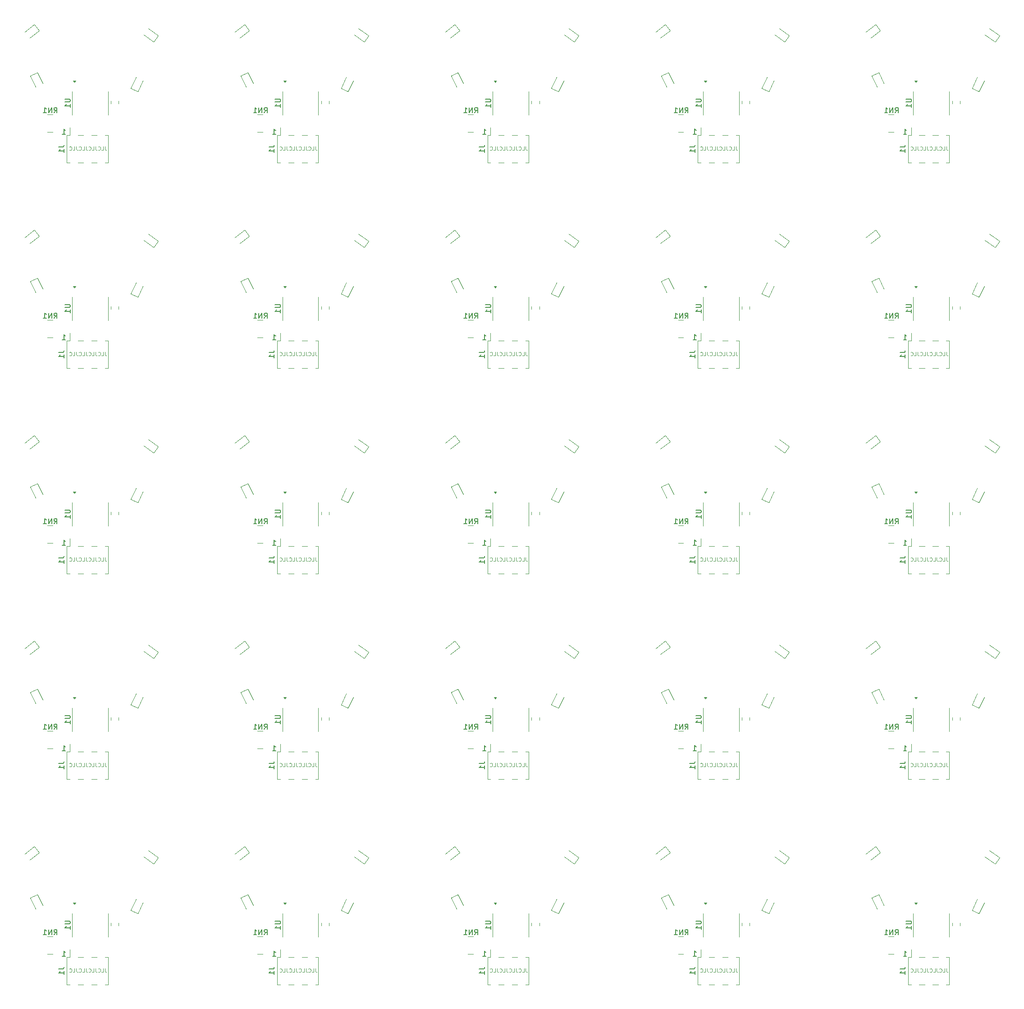
<source format=gbr>
%TF.GenerationSoftware,KiCad,Pcbnew,9.0.2*%
%TF.CreationDate,2025-06-25T16:30:57-05:00*%
%TF.ProjectId,panel,70616e65-6c2e-46b6-9963-61645f706362,rev?*%
%TF.SameCoordinates,Original*%
%TF.FileFunction,Legend,Bot*%
%TF.FilePolarity,Positive*%
%FSLAX46Y46*%
G04 Gerber Fmt 4.6, Leading zero omitted, Abs format (unit mm)*
G04 Created by KiCad (PCBNEW 9.0.2) date 2025-06-25 16:30:57*
%MOMM*%
%LPD*%
G01*
G04 APERTURE LIST*
%ADD10C,0.100000*%
%ADD11C,0.150000*%
%ADD12C,0.120000*%
G04 APERTURE END LIST*
D10*
X190821741Y-95657092D02*
X190821741Y-96157092D01*
X190821741Y-96157092D02*
X190855074Y-96257092D01*
X190855074Y-96257092D02*
X190921741Y-96323759D01*
X190921741Y-96323759D02*
X191021741Y-96357092D01*
X191021741Y-96357092D02*
X191088408Y-96357092D01*
X190155075Y-96357092D02*
X190488408Y-96357092D01*
X190488408Y-96357092D02*
X190488408Y-95657092D01*
X189521741Y-96290425D02*
X189555074Y-96323759D01*
X189555074Y-96323759D02*
X189655074Y-96357092D01*
X189655074Y-96357092D02*
X189721741Y-96357092D01*
X189721741Y-96357092D02*
X189821741Y-96323759D01*
X189821741Y-96323759D02*
X189888408Y-96257092D01*
X189888408Y-96257092D02*
X189921741Y-96190425D01*
X189921741Y-96190425D02*
X189955074Y-96057092D01*
X189955074Y-96057092D02*
X189955074Y-95957092D01*
X189955074Y-95957092D02*
X189921741Y-95823759D01*
X189921741Y-95823759D02*
X189888408Y-95757092D01*
X189888408Y-95757092D02*
X189821741Y-95690425D01*
X189821741Y-95690425D02*
X189721741Y-95657092D01*
X189721741Y-95657092D02*
X189655074Y-95657092D01*
X189655074Y-95657092D02*
X189555074Y-95690425D01*
X189555074Y-95690425D02*
X189521741Y-95723759D01*
X189021741Y-95657092D02*
X189021741Y-96157092D01*
X189021741Y-96157092D02*
X189055074Y-96257092D01*
X189055074Y-96257092D02*
X189121741Y-96323759D01*
X189121741Y-96323759D02*
X189221741Y-96357092D01*
X189221741Y-96357092D02*
X189288408Y-96357092D01*
X188355075Y-96357092D02*
X188688408Y-96357092D01*
X188688408Y-96357092D02*
X188688408Y-95657092D01*
X187721741Y-96290425D02*
X187755074Y-96323759D01*
X187755074Y-96323759D02*
X187855074Y-96357092D01*
X187855074Y-96357092D02*
X187921741Y-96357092D01*
X187921741Y-96357092D02*
X188021741Y-96323759D01*
X188021741Y-96323759D02*
X188088408Y-96257092D01*
X188088408Y-96257092D02*
X188121741Y-96190425D01*
X188121741Y-96190425D02*
X188155074Y-96057092D01*
X188155074Y-96057092D02*
X188155074Y-95957092D01*
X188155074Y-95957092D02*
X188121741Y-95823759D01*
X188121741Y-95823759D02*
X188088408Y-95757092D01*
X188088408Y-95757092D02*
X188021741Y-95690425D01*
X188021741Y-95690425D02*
X187921741Y-95657092D01*
X187921741Y-95657092D02*
X187855074Y-95657092D01*
X187855074Y-95657092D02*
X187755074Y-95690425D01*
X187755074Y-95690425D02*
X187721741Y-95723759D01*
X187221741Y-95657092D02*
X187221741Y-96157092D01*
X187221741Y-96157092D02*
X187255074Y-96257092D01*
X187255074Y-96257092D02*
X187321741Y-96323759D01*
X187321741Y-96323759D02*
X187421741Y-96357092D01*
X187421741Y-96357092D02*
X187488408Y-96357092D01*
X186555075Y-96357092D02*
X186888408Y-96357092D01*
X186888408Y-96357092D02*
X186888408Y-95657092D01*
X185921741Y-96290425D02*
X185955074Y-96323759D01*
X185955074Y-96323759D02*
X186055074Y-96357092D01*
X186055074Y-96357092D02*
X186121741Y-96357092D01*
X186121741Y-96357092D02*
X186221741Y-96323759D01*
X186221741Y-96323759D02*
X186288408Y-96257092D01*
X186288408Y-96257092D02*
X186321741Y-96190425D01*
X186321741Y-96190425D02*
X186355074Y-96057092D01*
X186355074Y-96057092D02*
X186355074Y-95957092D01*
X186355074Y-95957092D02*
X186321741Y-95823759D01*
X186321741Y-95823759D02*
X186288408Y-95757092D01*
X186288408Y-95757092D02*
X186221741Y-95690425D01*
X186221741Y-95690425D02*
X186121741Y-95657092D01*
X186121741Y-95657092D02*
X186055074Y-95657092D01*
X186055074Y-95657092D02*
X185955074Y-95690425D01*
X185955074Y-95690425D02*
X185921741Y-95723759D01*
X185421741Y-95657092D02*
X185421741Y-96157092D01*
X185421741Y-96157092D02*
X185455074Y-96257092D01*
X185455074Y-96257092D02*
X185521741Y-96323759D01*
X185521741Y-96323759D02*
X185621741Y-96357092D01*
X185621741Y-96357092D02*
X185688408Y-96357092D01*
X184755075Y-96357092D02*
X185088408Y-96357092D01*
X185088408Y-96357092D02*
X185088408Y-95657092D01*
X184121741Y-96290425D02*
X184155074Y-96323759D01*
X184155074Y-96323759D02*
X184255074Y-96357092D01*
X184255074Y-96357092D02*
X184321741Y-96357092D01*
X184321741Y-96357092D02*
X184421741Y-96323759D01*
X184421741Y-96323759D02*
X184488408Y-96257092D01*
X184488408Y-96257092D02*
X184521741Y-96190425D01*
X184521741Y-96190425D02*
X184555074Y-96057092D01*
X184555074Y-96057092D02*
X184555074Y-95957092D01*
X184555074Y-95957092D02*
X184521741Y-95823759D01*
X184521741Y-95823759D02*
X184488408Y-95757092D01*
X184488408Y-95757092D02*
X184421741Y-95690425D01*
X184421741Y-95690425D02*
X184321741Y-95657092D01*
X184321741Y-95657092D02*
X184255074Y-95657092D01*
X184255074Y-95657092D02*
X184155074Y-95690425D01*
X184155074Y-95690425D02*
X184121741Y-95723759D01*
D11*
X182772693Y-209166393D02*
X183344121Y-209166393D01*
X183058407Y-209166393D02*
X183058407Y-208166393D01*
X183058407Y-208166393D02*
X183153645Y-208309250D01*
X183153645Y-208309250D02*
X183248883Y-208404488D01*
X183248883Y-208404488D02*
X183344121Y-208452107D01*
D10*
X230330353Y-172872502D02*
X230330353Y-173372502D01*
X230330353Y-173372502D02*
X230363686Y-173472502D01*
X230363686Y-173472502D02*
X230430353Y-173539169D01*
X230430353Y-173539169D02*
X230530353Y-173572502D01*
X230530353Y-173572502D02*
X230597020Y-173572502D01*
X229663687Y-173572502D02*
X229997020Y-173572502D01*
X229997020Y-173572502D02*
X229997020Y-172872502D01*
X229030353Y-173505835D02*
X229063686Y-173539169D01*
X229063686Y-173539169D02*
X229163686Y-173572502D01*
X229163686Y-173572502D02*
X229230353Y-173572502D01*
X229230353Y-173572502D02*
X229330353Y-173539169D01*
X229330353Y-173539169D02*
X229397020Y-173472502D01*
X229397020Y-173472502D02*
X229430353Y-173405835D01*
X229430353Y-173405835D02*
X229463686Y-173272502D01*
X229463686Y-173272502D02*
X229463686Y-173172502D01*
X229463686Y-173172502D02*
X229430353Y-173039169D01*
X229430353Y-173039169D02*
X229397020Y-172972502D01*
X229397020Y-172972502D02*
X229330353Y-172905835D01*
X229330353Y-172905835D02*
X229230353Y-172872502D01*
X229230353Y-172872502D02*
X229163686Y-172872502D01*
X229163686Y-172872502D02*
X229063686Y-172905835D01*
X229063686Y-172905835D02*
X229030353Y-172939169D01*
X228530353Y-172872502D02*
X228530353Y-173372502D01*
X228530353Y-173372502D02*
X228563686Y-173472502D01*
X228563686Y-173472502D02*
X228630353Y-173539169D01*
X228630353Y-173539169D02*
X228730353Y-173572502D01*
X228730353Y-173572502D02*
X228797020Y-173572502D01*
X227863687Y-173572502D02*
X228197020Y-173572502D01*
X228197020Y-173572502D02*
X228197020Y-172872502D01*
X227230353Y-173505835D02*
X227263686Y-173539169D01*
X227263686Y-173539169D02*
X227363686Y-173572502D01*
X227363686Y-173572502D02*
X227430353Y-173572502D01*
X227430353Y-173572502D02*
X227530353Y-173539169D01*
X227530353Y-173539169D02*
X227597020Y-173472502D01*
X227597020Y-173472502D02*
X227630353Y-173405835D01*
X227630353Y-173405835D02*
X227663686Y-173272502D01*
X227663686Y-173272502D02*
X227663686Y-173172502D01*
X227663686Y-173172502D02*
X227630353Y-173039169D01*
X227630353Y-173039169D02*
X227597020Y-172972502D01*
X227597020Y-172972502D02*
X227530353Y-172905835D01*
X227530353Y-172905835D02*
X227430353Y-172872502D01*
X227430353Y-172872502D02*
X227363686Y-172872502D01*
X227363686Y-172872502D02*
X227263686Y-172905835D01*
X227263686Y-172905835D02*
X227230353Y-172939169D01*
X226730353Y-172872502D02*
X226730353Y-173372502D01*
X226730353Y-173372502D02*
X226763686Y-173472502D01*
X226763686Y-173472502D02*
X226830353Y-173539169D01*
X226830353Y-173539169D02*
X226930353Y-173572502D01*
X226930353Y-173572502D02*
X226997020Y-173572502D01*
X226063687Y-173572502D02*
X226397020Y-173572502D01*
X226397020Y-173572502D02*
X226397020Y-172872502D01*
X225430353Y-173505835D02*
X225463686Y-173539169D01*
X225463686Y-173539169D02*
X225563686Y-173572502D01*
X225563686Y-173572502D02*
X225630353Y-173572502D01*
X225630353Y-173572502D02*
X225730353Y-173539169D01*
X225730353Y-173539169D02*
X225797020Y-173472502D01*
X225797020Y-173472502D02*
X225830353Y-173405835D01*
X225830353Y-173405835D02*
X225863686Y-173272502D01*
X225863686Y-173272502D02*
X225863686Y-173172502D01*
X225863686Y-173172502D02*
X225830353Y-173039169D01*
X225830353Y-173039169D02*
X225797020Y-172972502D01*
X225797020Y-172972502D02*
X225730353Y-172905835D01*
X225730353Y-172905835D02*
X225630353Y-172872502D01*
X225630353Y-172872502D02*
X225563686Y-172872502D01*
X225563686Y-172872502D02*
X225463686Y-172905835D01*
X225463686Y-172905835D02*
X225430353Y-172939169D01*
X224930353Y-172872502D02*
X224930353Y-173372502D01*
X224930353Y-173372502D02*
X224963686Y-173472502D01*
X224963686Y-173472502D02*
X225030353Y-173539169D01*
X225030353Y-173539169D02*
X225130353Y-173572502D01*
X225130353Y-173572502D02*
X225197020Y-173572502D01*
X224263687Y-173572502D02*
X224597020Y-173572502D01*
X224597020Y-173572502D02*
X224597020Y-172872502D01*
X223630353Y-173505835D02*
X223663686Y-173539169D01*
X223663686Y-173539169D02*
X223763686Y-173572502D01*
X223763686Y-173572502D02*
X223830353Y-173572502D01*
X223830353Y-173572502D02*
X223930353Y-173539169D01*
X223930353Y-173539169D02*
X223997020Y-173472502D01*
X223997020Y-173472502D02*
X224030353Y-173405835D01*
X224030353Y-173405835D02*
X224063686Y-173272502D01*
X224063686Y-173272502D02*
X224063686Y-173172502D01*
X224063686Y-173172502D02*
X224030353Y-173039169D01*
X224030353Y-173039169D02*
X223997020Y-172972502D01*
X223997020Y-172972502D02*
X223930353Y-172905835D01*
X223930353Y-172905835D02*
X223830353Y-172872502D01*
X223830353Y-172872502D02*
X223763686Y-172872502D01*
X223763686Y-172872502D02*
X223663686Y-172905835D01*
X223663686Y-172905835D02*
X223630353Y-172939169D01*
X230330353Y-57049387D02*
X230330353Y-57549387D01*
X230330353Y-57549387D02*
X230363686Y-57649387D01*
X230363686Y-57649387D02*
X230430353Y-57716054D01*
X230430353Y-57716054D02*
X230530353Y-57749387D01*
X230530353Y-57749387D02*
X230597020Y-57749387D01*
X229663687Y-57749387D02*
X229997020Y-57749387D01*
X229997020Y-57749387D02*
X229997020Y-57049387D01*
X229030353Y-57682720D02*
X229063686Y-57716054D01*
X229063686Y-57716054D02*
X229163686Y-57749387D01*
X229163686Y-57749387D02*
X229230353Y-57749387D01*
X229230353Y-57749387D02*
X229330353Y-57716054D01*
X229330353Y-57716054D02*
X229397020Y-57649387D01*
X229397020Y-57649387D02*
X229430353Y-57582720D01*
X229430353Y-57582720D02*
X229463686Y-57449387D01*
X229463686Y-57449387D02*
X229463686Y-57349387D01*
X229463686Y-57349387D02*
X229430353Y-57216054D01*
X229430353Y-57216054D02*
X229397020Y-57149387D01*
X229397020Y-57149387D02*
X229330353Y-57082720D01*
X229330353Y-57082720D02*
X229230353Y-57049387D01*
X229230353Y-57049387D02*
X229163686Y-57049387D01*
X229163686Y-57049387D02*
X229063686Y-57082720D01*
X229063686Y-57082720D02*
X229030353Y-57116054D01*
X228530353Y-57049387D02*
X228530353Y-57549387D01*
X228530353Y-57549387D02*
X228563686Y-57649387D01*
X228563686Y-57649387D02*
X228630353Y-57716054D01*
X228630353Y-57716054D02*
X228730353Y-57749387D01*
X228730353Y-57749387D02*
X228797020Y-57749387D01*
X227863687Y-57749387D02*
X228197020Y-57749387D01*
X228197020Y-57749387D02*
X228197020Y-57049387D01*
X227230353Y-57682720D02*
X227263686Y-57716054D01*
X227263686Y-57716054D02*
X227363686Y-57749387D01*
X227363686Y-57749387D02*
X227430353Y-57749387D01*
X227430353Y-57749387D02*
X227530353Y-57716054D01*
X227530353Y-57716054D02*
X227597020Y-57649387D01*
X227597020Y-57649387D02*
X227630353Y-57582720D01*
X227630353Y-57582720D02*
X227663686Y-57449387D01*
X227663686Y-57449387D02*
X227663686Y-57349387D01*
X227663686Y-57349387D02*
X227630353Y-57216054D01*
X227630353Y-57216054D02*
X227597020Y-57149387D01*
X227597020Y-57149387D02*
X227530353Y-57082720D01*
X227530353Y-57082720D02*
X227430353Y-57049387D01*
X227430353Y-57049387D02*
X227363686Y-57049387D01*
X227363686Y-57049387D02*
X227263686Y-57082720D01*
X227263686Y-57082720D02*
X227230353Y-57116054D01*
X226730353Y-57049387D02*
X226730353Y-57549387D01*
X226730353Y-57549387D02*
X226763686Y-57649387D01*
X226763686Y-57649387D02*
X226830353Y-57716054D01*
X226830353Y-57716054D02*
X226930353Y-57749387D01*
X226930353Y-57749387D02*
X226997020Y-57749387D01*
X226063687Y-57749387D02*
X226397020Y-57749387D01*
X226397020Y-57749387D02*
X226397020Y-57049387D01*
X225430353Y-57682720D02*
X225463686Y-57716054D01*
X225463686Y-57716054D02*
X225563686Y-57749387D01*
X225563686Y-57749387D02*
X225630353Y-57749387D01*
X225630353Y-57749387D02*
X225730353Y-57716054D01*
X225730353Y-57716054D02*
X225797020Y-57649387D01*
X225797020Y-57649387D02*
X225830353Y-57582720D01*
X225830353Y-57582720D02*
X225863686Y-57449387D01*
X225863686Y-57449387D02*
X225863686Y-57349387D01*
X225863686Y-57349387D02*
X225830353Y-57216054D01*
X225830353Y-57216054D02*
X225797020Y-57149387D01*
X225797020Y-57149387D02*
X225730353Y-57082720D01*
X225730353Y-57082720D02*
X225630353Y-57049387D01*
X225630353Y-57049387D02*
X225563686Y-57049387D01*
X225563686Y-57049387D02*
X225463686Y-57082720D01*
X225463686Y-57082720D02*
X225430353Y-57116054D01*
X224930353Y-57049387D02*
X224930353Y-57549387D01*
X224930353Y-57549387D02*
X224963686Y-57649387D01*
X224963686Y-57649387D02*
X225030353Y-57716054D01*
X225030353Y-57716054D02*
X225130353Y-57749387D01*
X225130353Y-57749387D02*
X225197020Y-57749387D01*
X224263687Y-57749387D02*
X224597020Y-57749387D01*
X224597020Y-57749387D02*
X224597020Y-57049387D01*
X223630353Y-57682720D02*
X223663686Y-57716054D01*
X223663686Y-57716054D02*
X223763686Y-57749387D01*
X223763686Y-57749387D02*
X223830353Y-57749387D01*
X223830353Y-57749387D02*
X223930353Y-57716054D01*
X223930353Y-57716054D02*
X223997020Y-57649387D01*
X223997020Y-57649387D02*
X224030353Y-57582720D01*
X224030353Y-57582720D02*
X224063686Y-57449387D01*
X224063686Y-57449387D02*
X224063686Y-57349387D01*
X224063686Y-57349387D02*
X224030353Y-57216054D01*
X224030353Y-57216054D02*
X223997020Y-57149387D01*
X223997020Y-57149387D02*
X223930353Y-57082720D01*
X223930353Y-57082720D02*
X223830353Y-57049387D01*
X223830353Y-57049387D02*
X223763686Y-57049387D01*
X223763686Y-57049387D02*
X223663686Y-57082720D01*
X223663686Y-57082720D02*
X223630353Y-57116054D01*
D11*
X143264081Y-170558688D02*
X143835509Y-170558688D01*
X143549795Y-170558688D02*
X143549795Y-169558688D01*
X143549795Y-169558688D02*
X143645033Y-169701545D01*
X143645033Y-169701545D02*
X143740271Y-169796783D01*
X143740271Y-169796783D02*
X143835509Y-169844402D01*
X182772693Y-170558688D02*
X183344121Y-170558688D01*
X183058407Y-170558688D02*
X183058407Y-169558688D01*
X183058407Y-169558688D02*
X183153645Y-169701545D01*
X183153645Y-169701545D02*
X183248883Y-169796783D01*
X183248883Y-169796783D02*
X183344121Y-169844402D01*
X103755469Y-131950983D02*
X104326897Y-131950983D01*
X104041183Y-131950983D02*
X104041183Y-130950983D01*
X104041183Y-130950983D02*
X104136421Y-131093840D01*
X104136421Y-131093840D02*
X104231659Y-131189078D01*
X104231659Y-131189078D02*
X104326897Y-131236697D01*
X143264081Y-93343278D02*
X143835509Y-93343278D01*
X143549795Y-93343278D02*
X143549795Y-92343278D01*
X143549795Y-92343278D02*
X143645033Y-92486135D01*
X143645033Y-92486135D02*
X143740271Y-92581373D01*
X143740271Y-92581373D02*
X143835509Y-92628992D01*
D10*
X72295905Y-134264797D02*
X72295905Y-134764797D01*
X72295905Y-134764797D02*
X72329238Y-134864797D01*
X72329238Y-134864797D02*
X72395905Y-134931464D01*
X72395905Y-134931464D02*
X72495905Y-134964797D01*
X72495905Y-134964797D02*
X72562572Y-134964797D01*
X71629239Y-134964797D02*
X71962572Y-134964797D01*
X71962572Y-134964797D02*
X71962572Y-134264797D01*
X70995905Y-134898130D02*
X71029238Y-134931464D01*
X71029238Y-134931464D02*
X71129238Y-134964797D01*
X71129238Y-134964797D02*
X71195905Y-134964797D01*
X71195905Y-134964797D02*
X71295905Y-134931464D01*
X71295905Y-134931464D02*
X71362572Y-134864797D01*
X71362572Y-134864797D02*
X71395905Y-134798130D01*
X71395905Y-134798130D02*
X71429238Y-134664797D01*
X71429238Y-134664797D02*
X71429238Y-134564797D01*
X71429238Y-134564797D02*
X71395905Y-134431464D01*
X71395905Y-134431464D02*
X71362572Y-134364797D01*
X71362572Y-134364797D02*
X71295905Y-134298130D01*
X71295905Y-134298130D02*
X71195905Y-134264797D01*
X71195905Y-134264797D02*
X71129238Y-134264797D01*
X71129238Y-134264797D02*
X71029238Y-134298130D01*
X71029238Y-134298130D02*
X70995905Y-134331464D01*
X70495905Y-134264797D02*
X70495905Y-134764797D01*
X70495905Y-134764797D02*
X70529238Y-134864797D01*
X70529238Y-134864797D02*
X70595905Y-134931464D01*
X70595905Y-134931464D02*
X70695905Y-134964797D01*
X70695905Y-134964797D02*
X70762572Y-134964797D01*
X69829239Y-134964797D02*
X70162572Y-134964797D01*
X70162572Y-134964797D02*
X70162572Y-134264797D01*
X69195905Y-134898130D02*
X69229238Y-134931464D01*
X69229238Y-134931464D02*
X69329238Y-134964797D01*
X69329238Y-134964797D02*
X69395905Y-134964797D01*
X69395905Y-134964797D02*
X69495905Y-134931464D01*
X69495905Y-134931464D02*
X69562572Y-134864797D01*
X69562572Y-134864797D02*
X69595905Y-134798130D01*
X69595905Y-134798130D02*
X69629238Y-134664797D01*
X69629238Y-134664797D02*
X69629238Y-134564797D01*
X69629238Y-134564797D02*
X69595905Y-134431464D01*
X69595905Y-134431464D02*
X69562572Y-134364797D01*
X69562572Y-134364797D02*
X69495905Y-134298130D01*
X69495905Y-134298130D02*
X69395905Y-134264797D01*
X69395905Y-134264797D02*
X69329238Y-134264797D01*
X69329238Y-134264797D02*
X69229238Y-134298130D01*
X69229238Y-134298130D02*
X69195905Y-134331464D01*
X68695905Y-134264797D02*
X68695905Y-134764797D01*
X68695905Y-134764797D02*
X68729238Y-134864797D01*
X68729238Y-134864797D02*
X68795905Y-134931464D01*
X68795905Y-134931464D02*
X68895905Y-134964797D01*
X68895905Y-134964797D02*
X68962572Y-134964797D01*
X68029239Y-134964797D02*
X68362572Y-134964797D01*
X68362572Y-134964797D02*
X68362572Y-134264797D01*
X67395905Y-134898130D02*
X67429238Y-134931464D01*
X67429238Y-134931464D02*
X67529238Y-134964797D01*
X67529238Y-134964797D02*
X67595905Y-134964797D01*
X67595905Y-134964797D02*
X67695905Y-134931464D01*
X67695905Y-134931464D02*
X67762572Y-134864797D01*
X67762572Y-134864797D02*
X67795905Y-134798130D01*
X67795905Y-134798130D02*
X67829238Y-134664797D01*
X67829238Y-134664797D02*
X67829238Y-134564797D01*
X67829238Y-134564797D02*
X67795905Y-134431464D01*
X67795905Y-134431464D02*
X67762572Y-134364797D01*
X67762572Y-134364797D02*
X67695905Y-134298130D01*
X67695905Y-134298130D02*
X67595905Y-134264797D01*
X67595905Y-134264797D02*
X67529238Y-134264797D01*
X67529238Y-134264797D02*
X67429238Y-134298130D01*
X67429238Y-134298130D02*
X67395905Y-134331464D01*
X66895905Y-134264797D02*
X66895905Y-134764797D01*
X66895905Y-134764797D02*
X66929238Y-134864797D01*
X66929238Y-134864797D02*
X66995905Y-134931464D01*
X66995905Y-134931464D02*
X67095905Y-134964797D01*
X67095905Y-134964797D02*
X67162572Y-134964797D01*
X66229239Y-134964797D02*
X66562572Y-134964797D01*
X66562572Y-134964797D02*
X66562572Y-134264797D01*
X65595905Y-134898130D02*
X65629238Y-134931464D01*
X65629238Y-134931464D02*
X65729238Y-134964797D01*
X65729238Y-134964797D02*
X65795905Y-134964797D01*
X65795905Y-134964797D02*
X65895905Y-134931464D01*
X65895905Y-134931464D02*
X65962572Y-134864797D01*
X65962572Y-134864797D02*
X65995905Y-134798130D01*
X65995905Y-134798130D02*
X66029238Y-134664797D01*
X66029238Y-134664797D02*
X66029238Y-134564797D01*
X66029238Y-134564797D02*
X65995905Y-134431464D01*
X65995905Y-134431464D02*
X65962572Y-134364797D01*
X65962572Y-134364797D02*
X65895905Y-134298130D01*
X65895905Y-134298130D02*
X65795905Y-134264797D01*
X65795905Y-134264797D02*
X65729238Y-134264797D01*
X65729238Y-134264797D02*
X65629238Y-134298130D01*
X65629238Y-134298130D02*
X65595905Y-134331464D01*
X190821741Y-211480207D02*
X190821741Y-211980207D01*
X190821741Y-211980207D02*
X190855074Y-212080207D01*
X190855074Y-212080207D02*
X190921741Y-212146874D01*
X190921741Y-212146874D02*
X191021741Y-212180207D01*
X191021741Y-212180207D02*
X191088408Y-212180207D01*
X190155075Y-212180207D02*
X190488408Y-212180207D01*
X190488408Y-212180207D02*
X190488408Y-211480207D01*
X189521741Y-212113540D02*
X189555074Y-212146874D01*
X189555074Y-212146874D02*
X189655074Y-212180207D01*
X189655074Y-212180207D02*
X189721741Y-212180207D01*
X189721741Y-212180207D02*
X189821741Y-212146874D01*
X189821741Y-212146874D02*
X189888408Y-212080207D01*
X189888408Y-212080207D02*
X189921741Y-212013540D01*
X189921741Y-212013540D02*
X189955074Y-211880207D01*
X189955074Y-211880207D02*
X189955074Y-211780207D01*
X189955074Y-211780207D02*
X189921741Y-211646874D01*
X189921741Y-211646874D02*
X189888408Y-211580207D01*
X189888408Y-211580207D02*
X189821741Y-211513540D01*
X189821741Y-211513540D02*
X189721741Y-211480207D01*
X189721741Y-211480207D02*
X189655074Y-211480207D01*
X189655074Y-211480207D02*
X189555074Y-211513540D01*
X189555074Y-211513540D02*
X189521741Y-211546874D01*
X189021741Y-211480207D02*
X189021741Y-211980207D01*
X189021741Y-211980207D02*
X189055074Y-212080207D01*
X189055074Y-212080207D02*
X189121741Y-212146874D01*
X189121741Y-212146874D02*
X189221741Y-212180207D01*
X189221741Y-212180207D02*
X189288408Y-212180207D01*
X188355075Y-212180207D02*
X188688408Y-212180207D01*
X188688408Y-212180207D02*
X188688408Y-211480207D01*
X187721741Y-212113540D02*
X187755074Y-212146874D01*
X187755074Y-212146874D02*
X187855074Y-212180207D01*
X187855074Y-212180207D02*
X187921741Y-212180207D01*
X187921741Y-212180207D02*
X188021741Y-212146874D01*
X188021741Y-212146874D02*
X188088408Y-212080207D01*
X188088408Y-212080207D02*
X188121741Y-212013540D01*
X188121741Y-212013540D02*
X188155074Y-211880207D01*
X188155074Y-211880207D02*
X188155074Y-211780207D01*
X188155074Y-211780207D02*
X188121741Y-211646874D01*
X188121741Y-211646874D02*
X188088408Y-211580207D01*
X188088408Y-211580207D02*
X188021741Y-211513540D01*
X188021741Y-211513540D02*
X187921741Y-211480207D01*
X187921741Y-211480207D02*
X187855074Y-211480207D01*
X187855074Y-211480207D02*
X187755074Y-211513540D01*
X187755074Y-211513540D02*
X187721741Y-211546874D01*
X187221741Y-211480207D02*
X187221741Y-211980207D01*
X187221741Y-211980207D02*
X187255074Y-212080207D01*
X187255074Y-212080207D02*
X187321741Y-212146874D01*
X187321741Y-212146874D02*
X187421741Y-212180207D01*
X187421741Y-212180207D02*
X187488408Y-212180207D01*
X186555075Y-212180207D02*
X186888408Y-212180207D01*
X186888408Y-212180207D02*
X186888408Y-211480207D01*
X185921741Y-212113540D02*
X185955074Y-212146874D01*
X185955074Y-212146874D02*
X186055074Y-212180207D01*
X186055074Y-212180207D02*
X186121741Y-212180207D01*
X186121741Y-212180207D02*
X186221741Y-212146874D01*
X186221741Y-212146874D02*
X186288408Y-212080207D01*
X186288408Y-212080207D02*
X186321741Y-212013540D01*
X186321741Y-212013540D02*
X186355074Y-211880207D01*
X186355074Y-211880207D02*
X186355074Y-211780207D01*
X186355074Y-211780207D02*
X186321741Y-211646874D01*
X186321741Y-211646874D02*
X186288408Y-211580207D01*
X186288408Y-211580207D02*
X186221741Y-211513540D01*
X186221741Y-211513540D02*
X186121741Y-211480207D01*
X186121741Y-211480207D02*
X186055074Y-211480207D01*
X186055074Y-211480207D02*
X185955074Y-211513540D01*
X185955074Y-211513540D02*
X185921741Y-211546874D01*
X185421741Y-211480207D02*
X185421741Y-211980207D01*
X185421741Y-211980207D02*
X185455074Y-212080207D01*
X185455074Y-212080207D02*
X185521741Y-212146874D01*
X185521741Y-212146874D02*
X185621741Y-212180207D01*
X185621741Y-212180207D02*
X185688408Y-212180207D01*
X184755075Y-212180207D02*
X185088408Y-212180207D01*
X185088408Y-212180207D02*
X185088408Y-211480207D01*
X184121741Y-212113540D02*
X184155074Y-212146874D01*
X184155074Y-212146874D02*
X184255074Y-212180207D01*
X184255074Y-212180207D02*
X184321741Y-212180207D01*
X184321741Y-212180207D02*
X184421741Y-212146874D01*
X184421741Y-212146874D02*
X184488408Y-212080207D01*
X184488408Y-212080207D02*
X184521741Y-212013540D01*
X184521741Y-212013540D02*
X184555074Y-211880207D01*
X184555074Y-211880207D02*
X184555074Y-211780207D01*
X184555074Y-211780207D02*
X184521741Y-211646874D01*
X184521741Y-211646874D02*
X184488408Y-211580207D01*
X184488408Y-211580207D02*
X184421741Y-211513540D01*
X184421741Y-211513540D02*
X184321741Y-211480207D01*
X184321741Y-211480207D02*
X184255074Y-211480207D01*
X184255074Y-211480207D02*
X184155074Y-211513540D01*
X184155074Y-211513540D02*
X184121741Y-211546874D01*
X230330353Y-95657092D02*
X230330353Y-96157092D01*
X230330353Y-96157092D02*
X230363686Y-96257092D01*
X230363686Y-96257092D02*
X230430353Y-96323759D01*
X230430353Y-96323759D02*
X230530353Y-96357092D01*
X230530353Y-96357092D02*
X230597020Y-96357092D01*
X229663687Y-96357092D02*
X229997020Y-96357092D01*
X229997020Y-96357092D02*
X229997020Y-95657092D01*
X229030353Y-96290425D02*
X229063686Y-96323759D01*
X229063686Y-96323759D02*
X229163686Y-96357092D01*
X229163686Y-96357092D02*
X229230353Y-96357092D01*
X229230353Y-96357092D02*
X229330353Y-96323759D01*
X229330353Y-96323759D02*
X229397020Y-96257092D01*
X229397020Y-96257092D02*
X229430353Y-96190425D01*
X229430353Y-96190425D02*
X229463686Y-96057092D01*
X229463686Y-96057092D02*
X229463686Y-95957092D01*
X229463686Y-95957092D02*
X229430353Y-95823759D01*
X229430353Y-95823759D02*
X229397020Y-95757092D01*
X229397020Y-95757092D02*
X229330353Y-95690425D01*
X229330353Y-95690425D02*
X229230353Y-95657092D01*
X229230353Y-95657092D02*
X229163686Y-95657092D01*
X229163686Y-95657092D02*
X229063686Y-95690425D01*
X229063686Y-95690425D02*
X229030353Y-95723759D01*
X228530353Y-95657092D02*
X228530353Y-96157092D01*
X228530353Y-96157092D02*
X228563686Y-96257092D01*
X228563686Y-96257092D02*
X228630353Y-96323759D01*
X228630353Y-96323759D02*
X228730353Y-96357092D01*
X228730353Y-96357092D02*
X228797020Y-96357092D01*
X227863687Y-96357092D02*
X228197020Y-96357092D01*
X228197020Y-96357092D02*
X228197020Y-95657092D01*
X227230353Y-96290425D02*
X227263686Y-96323759D01*
X227263686Y-96323759D02*
X227363686Y-96357092D01*
X227363686Y-96357092D02*
X227430353Y-96357092D01*
X227430353Y-96357092D02*
X227530353Y-96323759D01*
X227530353Y-96323759D02*
X227597020Y-96257092D01*
X227597020Y-96257092D02*
X227630353Y-96190425D01*
X227630353Y-96190425D02*
X227663686Y-96057092D01*
X227663686Y-96057092D02*
X227663686Y-95957092D01*
X227663686Y-95957092D02*
X227630353Y-95823759D01*
X227630353Y-95823759D02*
X227597020Y-95757092D01*
X227597020Y-95757092D02*
X227530353Y-95690425D01*
X227530353Y-95690425D02*
X227430353Y-95657092D01*
X227430353Y-95657092D02*
X227363686Y-95657092D01*
X227363686Y-95657092D02*
X227263686Y-95690425D01*
X227263686Y-95690425D02*
X227230353Y-95723759D01*
X226730353Y-95657092D02*
X226730353Y-96157092D01*
X226730353Y-96157092D02*
X226763686Y-96257092D01*
X226763686Y-96257092D02*
X226830353Y-96323759D01*
X226830353Y-96323759D02*
X226930353Y-96357092D01*
X226930353Y-96357092D02*
X226997020Y-96357092D01*
X226063687Y-96357092D02*
X226397020Y-96357092D01*
X226397020Y-96357092D02*
X226397020Y-95657092D01*
X225430353Y-96290425D02*
X225463686Y-96323759D01*
X225463686Y-96323759D02*
X225563686Y-96357092D01*
X225563686Y-96357092D02*
X225630353Y-96357092D01*
X225630353Y-96357092D02*
X225730353Y-96323759D01*
X225730353Y-96323759D02*
X225797020Y-96257092D01*
X225797020Y-96257092D02*
X225830353Y-96190425D01*
X225830353Y-96190425D02*
X225863686Y-96057092D01*
X225863686Y-96057092D02*
X225863686Y-95957092D01*
X225863686Y-95957092D02*
X225830353Y-95823759D01*
X225830353Y-95823759D02*
X225797020Y-95757092D01*
X225797020Y-95757092D02*
X225730353Y-95690425D01*
X225730353Y-95690425D02*
X225630353Y-95657092D01*
X225630353Y-95657092D02*
X225563686Y-95657092D01*
X225563686Y-95657092D02*
X225463686Y-95690425D01*
X225463686Y-95690425D02*
X225430353Y-95723759D01*
X224930353Y-95657092D02*
X224930353Y-96157092D01*
X224930353Y-96157092D02*
X224963686Y-96257092D01*
X224963686Y-96257092D02*
X225030353Y-96323759D01*
X225030353Y-96323759D02*
X225130353Y-96357092D01*
X225130353Y-96357092D02*
X225197020Y-96357092D01*
X224263687Y-96357092D02*
X224597020Y-96357092D01*
X224597020Y-96357092D02*
X224597020Y-95657092D01*
X223630353Y-96290425D02*
X223663686Y-96323759D01*
X223663686Y-96323759D02*
X223763686Y-96357092D01*
X223763686Y-96357092D02*
X223830353Y-96357092D01*
X223830353Y-96357092D02*
X223930353Y-96323759D01*
X223930353Y-96323759D02*
X223997020Y-96257092D01*
X223997020Y-96257092D02*
X224030353Y-96190425D01*
X224030353Y-96190425D02*
X224063686Y-96057092D01*
X224063686Y-96057092D02*
X224063686Y-95957092D01*
X224063686Y-95957092D02*
X224030353Y-95823759D01*
X224030353Y-95823759D02*
X223997020Y-95757092D01*
X223997020Y-95757092D02*
X223930353Y-95690425D01*
X223930353Y-95690425D02*
X223830353Y-95657092D01*
X223830353Y-95657092D02*
X223763686Y-95657092D01*
X223763686Y-95657092D02*
X223663686Y-95690425D01*
X223663686Y-95690425D02*
X223630353Y-95723759D01*
X72295905Y-172872502D02*
X72295905Y-173372502D01*
X72295905Y-173372502D02*
X72329238Y-173472502D01*
X72329238Y-173472502D02*
X72395905Y-173539169D01*
X72395905Y-173539169D02*
X72495905Y-173572502D01*
X72495905Y-173572502D02*
X72562572Y-173572502D01*
X71629239Y-173572502D02*
X71962572Y-173572502D01*
X71962572Y-173572502D02*
X71962572Y-172872502D01*
X70995905Y-173505835D02*
X71029238Y-173539169D01*
X71029238Y-173539169D02*
X71129238Y-173572502D01*
X71129238Y-173572502D02*
X71195905Y-173572502D01*
X71195905Y-173572502D02*
X71295905Y-173539169D01*
X71295905Y-173539169D02*
X71362572Y-173472502D01*
X71362572Y-173472502D02*
X71395905Y-173405835D01*
X71395905Y-173405835D02*
X71429238Y-173272502D01*
X71429238Y-173272502D02*
X71429238Y-173172502D01*
X71429238Y-173172502D02*
X71395905Y-173039169D01*
X71395905Y-173039169D02*
X71362572Y-172972502D01*
X71362572Y-172972502D02*
X71295905Y-172905835D01*
X71295905Y-172905835D02*
X71195905Y-172872502D01*
X71195905Y-172872502D02*
X71129238Y-172872502D01*
X71129238Y-172872502D02*
X71029238Y-172905835D01*
X71029238Y-172905835D02*
X70995905Y-172939169D01*
X70495905Y-172872502D02*
X70495905Y-173372502D01*
X70495905Y-173372502D02*
X70529238Y-173472502D01*
X70529238Y-173472502D02*
X70595905Y-173539169D01*
X70595905Y-173539169D02*
X70695905Y-173572502D01*
X70695905Y-173572502D02*
X70762572Y-173572502D01*
X69829239Y-173572502D02*
X70162572Y-173572502D01*
X70162572Y-173572502D02*
X70162572Y-172872502D01*
X69195905Y-173505835D02*
X69229238Y-173539169D01*
X69229238Y-173539169D02*
X69329238Y-173572502D01*
X69329238Y-173572502D02*
X69395905Y-173572502D01*
X69395905Y-173572502D02*
X69495905Y-173539169D01*
X69495905Y-173539169D02*
X69562572Y-173472502D01*
X69562572Y-173472502D02*
X69595905Y-173405835D01*
X69595905Y-173405835D02*
X69629238Y-173272502D01*
X69629238Y-173272502D02*
X69629238Y-173172502D01*
X69629238Y-173172502D02*
X69595905Y-173039169D01*
X69595905Y-173039169D02*
X69562572Y-172972502D01*
X69562572Y-172972502D02*
X69495905Y-172905835D01*
X69495905Y-172905835D02*
X69395905Y-172872502D01*
X69395905Y-172872502D02*
X69329238Y-172872502D01*
X69329238Y-172872502D02*
X69229238Y-172905835D01*
X69229238Y-172905835D02*
X69195905Y-172939169D01*
X68695905Y-172872502D02*
X68695905Y-173372502D01*
X68695905Y-173372502D02*
X68729238Y-173472502D01*
X68729238Y-173472502D02*
X68795905Y-173539169D01*
X68795905Y-173539169D02*
X68895905Y-173572502D01*
X68895905Y-173572502D02*
X68962572Y-173572502D01*
X68029239Y-173572502D02*
X68362572Y-173572502D01*
X68362572Y-173572502D02*
X68362572Y-172872502D01*
X67395905Y-173505835D02*
X67429238Y-173539169D01*
X67429238Y-173539169D02*
X67529238Y-173572502D01*
X67529238Y-173572502D02*
X67595905Y-173572502D01*
X67595905Y-173572502D02*
X67695905Y-173539169D01*
X67695905Y-173539169D02*
X67762572Y-173472502D01*
X67762572Y-173472502D02*
X67795905Y-173405835D01*
X67795905Y-173405835D02*
X67829238Y-173272502D01*
X67829238Y-173272502D02*
X67829238Y-173172502D01*
X67829238Y-173172502D02*
X67795905Y-173039169D01*
X67795905Y-173039169D02*
X67762572Y-172972502D01*
X67762572Y-172972502D02*
X67695905Y-172905835D01*
X67695905Y-172905835D02*
X67595905Y-172872502D01*
X67595905Y-172872502D02*
X67529238Y-172872502D01*
X67529238Y-172872502D02*
X67429238Y-172905835D01*
X67429238Y-172905835D02*
X67395905Y-172939169D01*
X66895905Y-172872502D02*
X66895905Y-173372502D01*
X66895905Y-173372502D02*
X66929238Y-173472502D01*
X66929238Y-173472502D02*
X66995905Y-173539169D01*
X66995905Y-173539169D02*
X67095905Y-173572502D01*
X67095905Y-173572502D02*
X67162572Y-173572502D01*
X66229239Y-173572502D02*
X66562572Y-173572502D01*
X66562572Y-173572502D02*
X66562572Y-172872502D01*
X65595905Y-173505835D02*
X65629238Y-173539169D01*
X65629238Y-173539169D02*
X65729238Y-173572502D01*
X65729238Y-173572502D02*
X65795905Y-173572502D01*
X65795905Y-173572502D02*
X65895905Y-173539169D01*
X65895905Y-173539169D02*
X65962572Y-173472502D01*
X65962572Y-173472502D02*
X65995905Y-173405835D01*
X65995905Y-173405835D02*
X66029238Y-173272502D01*
X66029238Y-173272502D02*
X66029238Y-173172502D01*
X66029238Y-173172502D02*
X65995905Y-173039169D01*
X65995905Y-173039169D02*
X65962572Y-172972502D01*
X65962572Y-172972502D02*
X65895905Y-172905835D01*
X65895905Y-172905835D02*
X65795905Y-172872502D01*
X65795905Y-172872502D02*
X65729238Y-172872502D01*
X65729238Y-172872502D02*
X65629238Y-172905835D01*
X65629238Y-172905835D02*
X65595905Y-172939169D01*
X190821741Y-172872502D02*
X190821741Y-173372502D01*
X190821741Y-173372502D02*
X190855074Y-173472502D01*
X190855074Y-173472502D02*
X190921741Y-173539169D01*
X190921741Y-173539169D02*
X191021741Y-173572502D01*
X191021741Y-173572502D02*
X191088408Y-173572502D01*
X190155075Y-173572502D02*
X190488408Y-173572502D01*
X190488408Y-173572502D02*
X190488408Y-172872502D01*
X189521741Y-173505835D02*
X189555074Y-173539169D01*
X189555074Y-173539169D02*
X189655074Y-173572502D01*
X189655074Y-173572502D02*
X189721741Y-173572502D01*
X189721741Y-173572502D02*
X189821741Y-173539169D01*
X189821741Y-173539169D02*
X189888408Y-173472502D01*
X189888408Y-173472502D02*
X189921741Y-173405835D01*
X189921741Y-173405835D02*
X189955074Y-173272502D01*
X189955074Y-173272502D02*
X189955074Y-173172502D01*
X189955074Y-173172502D02*
X189921741Y-173039169D01*
X189921741Y-173039169D02*
X189888408Y-172972502D01*
X189888408Y-172972502D02*
X189821741Y-172905835D01*
X189821741Y-172905835D02*
X189721741Y-172872502D01*
X189721741Y-172872502D02*
X189655074Y-172872502D01*
X189655074Y-172872502D02*
X189555074Y-172905835D01*
X189555074Y-172905835D02*
X189521741Y-172939169D01*
X189021741Y-172872502D02*
X189021741Y-173372502D01*
X189021741Y-173372502D02*
X189055074Y-173472502D01*
X189055074Y-173472502D02*
X189121741Y-173539169D01*
X189121741Y-173539169D02*
X189221741Y-173572502D01*
X189221741Y-173572502D02*
X189288408Y-173572502D01*
X188355075Y-173572502D02*
X188688408Y-173572502D01*
X188688408Y-173572502D02*
X188688408Y-172872502D01*
X187721741Y-173505835D02*
X187755074Y-173539169D01*
X187755074Y-173539169D02*
X187855074Y-173572502D01*
X187855074Y-173572502D02*
X187921741Y-173572502D01*
X187921741Y-173572502D02*
X188021741Y-173539169D01*
X188021741Y-173539169D02*
X188088408Y-173472502D01*
X188088408Y-173472502D02*
X188121741Y-173405835D01*
X188121741Y-173405835D02*
X188155074Y-173272502D01*
X188155074Y-173272502D02*
X188155074Y-173172502D01*
X188155074Y-173172502D02*
X188121741Y-173039169D01*
X188121741Y-173039169D02*
X188088408Y-172972502D01*
X188088408Y-172972502D02*
X188021741Y-172905835D01*
X188021741Y-172905835D02*
X187921741Y-172872502D01*
X187921741Y-172872502D02*
X187855074Y-172872502D01*
X187855074Y-172872502D02*
X187755074Y-172905835D01*
X187755074Y-172905835D02*
X187721741Y-172939169D01*
X187221741Y-172872502D02*
X187221741Y-173372502D01*
X187221741Y-173372502D02*
X187255074Y-173472502D01*
X187255074Y-173472502D02*
X187321741Y-173539169D01*
X187321741Y-173539169D02*
X187421741Y-173572502D01*
X187421741Y-173572502D02*
X187488408Y-173572502D01*
X186555075Y-173572502D02*
X186888408Y-173572502D01*
X186888408Y-173572502D02*
X186888408Y-172872502D01*
X185921741Y-173505835D02*
X185955074Y-173539169D01*
X185955074Y-173539169D02*
X186055074Y-173572502D01*
X186055074Y-173572502D02*
X186121741Y-173572502D01*
X186121741Y-173572502D02*
X186221741Y-173539169D01*
X186221741Y-173539169D02*
X186288408Y-173472502D01*
X186288408Y-173472502D02*
X186321741Y-173405835D01*
X186321741Y-173405835D02*
X186355074Y-173272502D01*
X186355074Y-173272502D02*
X186355074Y-173172502D01*
X186355074Y-173172502D02*
X186321741Y-173039169D01*
X186321741Y-173039169D02*
X186288408Y-172972502D01*
X186288408Y-172972502D02*
X186221741Y-172905835D01*
X186221741Y-172905835D02*
X186121741Y-172872502D01*
X186121741Y-172872502D02*
X186055074Y-172872502D01*
X186055074Y-172872502D02*
X185955074Y-172905835D01*
X185955074Y-172905835D02*
X185921741Y-172939169D01*
X185421741Y-172872502D02*
X185421741Y-173372502D01*
X185421741Y-173372502D02*
X185455074Y-173472502D01*
X185455074Y-173472502D02*
X185521741Y-173539169D01*
X185521741Y-173539169D02*
X185621741Y-173572502D01*
X185621741Y-173572502D02*
X185688408Y-173572502D01*
X184755075Y-173572502D02*
X185088408Y-173572502D01*
X185088408Y-173572502D02*
X185088408Y-172872502D01*
X184121741Y-173505835D02*
X184155074Y-173539169D01*
X184155074Y-173539169D02*
X184255074Y-173572502D01*
X184255074Y-173572502D02*
X184321741Y-173572502D01*
X184321741Y-173572502D02*
X184421741Y-173539169D01*
X184421741Y-173539169D02*
X184488408Y-173472502D01*
X184488408Y-173472502D02*
X184521741Y-173405835D01*
X184521741Y-173405835D02*
X184555074Y-173272502D01*
X184555074Y-173272502D02*
X184555074Y-173172502D01*
X184555074Y-173172502D02*
X184521741Y-173039169D01*
X184521741Y-173039169D02*
X184488408Y-172972502D01*
X184488408Y-172972502D02*
X184421741Y-172905835D01*
X184421741Y-172905835D02*
X184321741Y-172872502D01*
X184321741Y-172872502D02*
X184255074Y-172872502D01*
X184255074Y-172872502D02*
X184155074Y-172905835D01*
X184155074Y-172905835D02*
X184121741Y-172939169D01*
X111804517Y-57049387D02*
X111804517Y-57549387D01*
X111804517Y-57549387D02*
X111837850Y-57649387D01*
X111837850Y-57649387D02*
X111904517Y-57716054D01*
X111904517Y-57716054D02*
X112004517Y-57749387D01*
X112004517Y-57749387D02*
X112071184Y-57749387D01*
X111137851Y-57749387D02*
X111471184Y-57749387D01*
X111471184Y-57749387D02*
X111471184Y-57049387D01*
X110504517Y-57682720D02*
X110537850Y-57716054D01*
X110537850Y-57716054D02*
X110637850Y-57749387D01*
X110637850Y-57749387D02*
X110704517Y-57749387D01*
X110704517Y-57749387D02*
X110804517Y-57716054D01*
X110804517Y-57716054D02*
X110871184Y-57649387D01*
X110871184Y-57649387D02*
X110904517Y-57582720D01*
X110904517Y-57582720D02*
X110937850Y-57449387D01*
X110937850Y-57449387D02*
X110937850Y-57349387D01*
X110937850Y-57349387D02*
X110904517Y-57216054D01*
X110904517Y-57216054D02*
X110871184Y-57149387D01*
X110871184Y-57149387D02*
X110804517Y-57082720D01*
X110804517Y-57082720D02*
X110704517Y-57049387D01*
X110704517Y-57049387D02*
X110637850Y-57049387D01*
X110637850Y-57049387D02*
X110537850Y-57082720D01*
X110537850Y-57082720D02*
X110504517Y-57116054D01*
X110004517Y-57049387D02*
X110004517Y-57549387D01*
X110004517Y-57549387D02*
X110037850Y-57649387D01*
X110037850Y-57649387D02*
X110104517Y-57716054D01*
X110104517Y-57716054D02*
X110204517Y-57749387D01*
X110204517Y-57749387D02*
X110271184Y-57749387D01*
X109337851Y-57749387D02*
X109671184Y-57749387D01*
X109671184Y-57749387D02*
X109671184Y-57049387D01*
X108704517Y-57682720D02*
X108737850Y-57716054D01*
X108737850Y-57716054D02*
X108837850Y-57749387D01*
X108837850Y-57749387D02*
X108904517Y-57749387D01*
X108904517Y-57749387D02*
X109004517Y-57716054D01*
X109004517Y-57716054D02*
X109071184Y-57649387D01*
X109071184Y-57649387D02*
X109104517Y-57582720D01*
X109104517Y-57582720D02*
X109137850Y-57449387D01*
X109137850Y-57449387D02*
X109137850Y-57349387D01*
X109137850Y-57349387D02*
X109104517Y-57216054D01*
X109104517Y-57216054D02*
X109071184Y-57149387D01*
X109071184Y-57149387D02*
X109004517Y-57082720D01*
X109004517Y-57082720D02*
X108904517Y-57049387D01*
X108904517Y-57049387D02*
X108837850Y-57049387D01*
X108837850Y-57049387D02*
X108737850Y-57082720D01*
X108737850Y-57082720D02*
X108704517Y-57116054D01*
X108204517Y-57049387D02*
X108204517Y-57549387D01*
X108204517Y-57549387D02*
X108237850Y-57649387D01*
X108237850Y-57649387D02*
X108304517Y-57716054D01*
X108304517Y-57716054D02*
X108404517Y-57749387D01*
X108404517Y-57749387D02*
X108471184Y-57749387D01*
X107537851Y-57749387D02*
X107871184Y-57749387D01*
X107871184Y-57749387D02*
X107871184Y-57049387D01*
X106904517Y-57682720D02*
X106937850Y-57716054D01*
X106937850Y-57716054D02*
X107037850Y-57749387D01*
X107037850Y-57749387D02*
X107104517Y-57749387D01*
X107104517Y-57749387D02*
X107204517Y-57716054D01*
X107204517Y-57716054D02*
X107271184Y-57649387D01*
X107271184Y-57649387D02*
X107304517Y-57582720D01*
X107304517Y-57582720D02*
X107337850Y-57449387D01*
X107337850Y-57449387D02*
X107337850Y-57349387D01*
X107337850Y-57349387D02*
X107304517Y-57216054D01*
X107304517Y-57216054D02*
X107271184Y-57149387D01*
X107271184Y-57149387D02*
X107204517Y-57082720D01*
X107204517Y-57082720D02*
X107104517Y-57049387D01*
X107104517Y-57049387D02*
X107037850Y-57049387D01*
X107037850Y-57049387D02*
X106937850Y-57082720D01*
X106937850Y-57082720D02*
X106904517Y-57116054D01*
X106404517Y-57049387D02*
X106404517Y-57549387D01*
X106404517Y-57549387D02*
X106437850Y-57649387D01*
X106437850Y-57649387D02*
X106504517Y-57716054D01*
X106504517Y-57716054D02*
X106604517Y-57749387D01*
X106604517Y-57749387D02*
X106671184Y-57749387D01*
X105737851Y-57749387D02*
X106071184Y-57749387D01*
X106071184Y-57749387D02*
X106071184Y-57049387D01*
X105104517Y-57682720D02*
X105137850Y-57716054D01*
X105137850Y-57716054D02*
X105237850Y-57749387D01*
X105237850Y-57749387D02*
X105304517Y-57749387D01*
X105304517Y-57749387D02*
X105404517Y-57716054D01*
X105404517Y-57716054D02*
X105471184Y-57649387D01*
X105471184Y-57649387D02*
X105504517Y-57582720D01*
X105504517Y-57582720D02*
X105537850Y-57449387D01*
X105537850Y-57449387D02*
X105537850Y-57349387D01*
X105537850Y-57349387D02*
X105504517Y-57216054D01*
X105504517Y-57216054D02*
X105471184Y-57149387D01*
X105471184Y-57149387D02*
X105404517Y-57082720D01*
X105404517Y-57082720D02*
X105304517Y-57049387D01*
X105304517Y-57049387D02*
X105237850Y-57049387D01*
X105237850Y-57049387D02*
X105137850Y-57082720D01*
X105137850Y-57082720D02*
X105104517Y-57116054D01*
D11*
X182772693Y-131950983D02*
X183344121Y-131950983D01*
X183058407Y-131950983D02*
X183058407Y-130950983D01*
X183058407Y-130950983D02*
X183153645Y-131093840D01*
X183153645Y-131093840D02*
X183248883Y-131189078D01*
X183248883Y-131189078D02*
X183344121Y-131236697D01*
D10*
X111804517Y-95657092D02*
X111804517Y-96157092D01*
X111804517Y-96157092D02*
X111837850Y-96257092D01*
X111837850Y-96257092D02*
X111904517Y-96323759D01*
X111904517Y-96323759D02*
X112004517Y-96357092D01*
X112004517Y-96357092D02*
X112071184Y-96357092D01*
X111137851Y-96357092D02*
X111471184Y-96357092D01*
X111471184Y-96357092D02*
X111471184Y-95657092D01*
X110504517Y-96290425D02*
X110537850Y-96323759D01*
X110537850Y-96323759D02*
X110637850Y-96357092D01*
X110637850Y-96357092D02*
X110704517Y-96357092D01*
X110704517Y-96357092D02*
X110804517Y-96323759D01*
X110804517Y-96323759D02*
X110871184Y-96257092D01*
X110871184Y-96257092D02*
X110904517Y-96190425D01*
X110904517Y-96190425D02*
X110937850Y-96057092D01*
X110937850Y-96057092D02*
X110937850Y-95957092D01*
X110937850Y-95957092D02*
X110904517Y-95823759D01*
X110904517Y-95823759D02*
X110871184Y-95757092D01*
X110871184Y-95757092D02*
X110804517Y-95690425D01*
X110804517Y-95690425D02*
X110704517Y-95657092D01*
X110704517Y-95657092D02*
X110637850Y-95657092D01*
X110637850Y-95657092D02*
X110537850Y-95690425D01*
X110537850Y-95690425D02*
X110504517Y-95723759D01*
X110004517Y-95657092D02*
X110004517Y-96157092D01*
X110004517Y-96157092D02*
X110037850Y-96257092D01*
X110037850Y-96257092D02*
X110104517Y-96323759D01*
X110104517Y-96323759D02*
X110204517Y-96357092D01*
X110204517Y-96357092D02*
X110271184Y-96357092D01*
X109337851Y-96357092D02*
X109671184Y-96357092D01*
X109671184Y-96357092D02*
X109671184Y-95657092D01*
X108704517Y-96290425D02*
X108737850Y-96323759D01*
X108737850Y-96323759D02*
X108837850Y-96357092D01*
X108837850Y-96357092D02*
X108904517Y-96357092D01*
X108904517Y-96357092D02*
X109004517Y-96323759D01*
X109004517Y-96323759D02*
X109071184Y-96257092D01*
X109071184Y-96257092D02*
X109104517Y-96190425D01*
X109104517Y-96190425D02*
X109137850Y-96057092D01*
X109137850Y-96057092D02*
X109137850Y-95957092D01*
X109137850Y-95957092D02*
X109104517Y-95823759D01*
X109104517Y-95823759D02*
X109071184Y-95757092D01*
X109071184Y-95757092D02*
X109004517Y-95690425D01*
X109004517Y-95690425D02*
X108904517Y-95657092D01*
X108904517Y-95657092D02*
X108837850Y-95657092D01*
X108837850Y-95657092D02*
X108737850Y-95690425D01*
X108737850Y-95690425D02*
X108704517Y-95723759D01*
X108204517Y-95657092D02*
X108204517Y-96157092D01*
X108204517Y-96157092D02*
X108237850Y-96257092D01*
X108237850Y-96257092D02*
X108304517Y-96323759D01*
X108304517Y-96323759D02*
X108404517Y-96357092D01*
X108404517Y-96357092D02*
X108471184Y-96357092D01*
X107537851Y-96357092D02*
X107871184Y-96357092D01*
X107871184Y-96357092D02*
X107871184Y-95657092D01*
X106904517Y-96290425D02*
X106937850Y-96323759D01*
X106937850Y-96323759D02*
X107037850Y-96357092D01*
X107037850Y-96357092D02*
X107104517Y-96357092D01*
X107104517Y-96357092D02*
X107204517Y-96323759D01*
X107204517Y-96323759D02*
X107271184Y-96257092D01*
X107271184Y-96257092D02*
X107304517Y-96190425D01*
X107304517Y-96190425D02*
X107337850Y-96057092D01*
X107337850Y-96057092D02*
X107337850Y-95957092D01*
X107337850Y-95957092D02*
X107304517Y-95823759D01*
X107304517Y-95823759D02*
X107271184Y-95757092D01*
X107271184Y-95757092D02*
X107204517Y-95690425D01*
X107204517Y-95690425D02*
X107104517Y-95657092D01*
X107104517Y-95657092D02*
X107037850Y-95657092D01*
X107037850Y-95657092D02*
X106937850Y-95690425D01*
X106937850Y-95690425D02*
X106904517Y-95723759D01*
X106404517Y-95657092D02*
X106404517Y-96157092D01*
X106404517Y-96157092D02*
X106437850Y-96257092D01*
X106437850Y-96257092D02*
X106504517Y-96323759D01*
X106504517Y-96323759D02*
X106604517Y-96357092D01*
X106604517Y-96357092D02*
X106671184Y-96357092D01*
X105737851Y-96357092D02*
X106071184Y-96357092D01*
X106071184Y-96357092D02*
X106071184Y-95657092D01*
X105104517Y-96290425D02*
X105137850Y-96323759D01*
X105137850Y-96323759D02*
X105237850Y-96357092D01*
X105237850Y-96357092D02*
X105304517Y-96357092D01*
X105304517Y-96357092D02*
X105404517Y-96323759D01*
X105404517Y-96323759D02*
X105471184Y-96257092D01*
X105471184Y-96257092D02*
X105504517Y-96190425D01*
X105504517Y-96190425D02*
X105537850Y-96057092D01*
X105537850Y-96057092D02*
X105537850Y-95957092D01*
X105537850Y-95957092D02*
X105504517Y-95823759D01*
X105504517Y-95823759D02*
X105471184Y-95757092D01*
X105471184Y-95757092D02*
X105404517Y-95690425D01*
X105404517Y-95690425D02*
X105304517Y-95657092D01*
X105304517Y-95657092D02*
X105237850Y-95657092D01*
X105237850Y-95657092D02*
X105137850Y-95690425D01*
X105137850Y-95690425D02*
X105104517Y-95723759D01*
D11*
X143264081Y-54735573D02*
X143835509Y-54735573D01*
X143549795Y-54735573D02*
X143549795Y-53735573D01*
X143549795Y-53735573D02*
X143645033Y-53878430D01*
X143645033Y-53878430D02*
X143740271Y-53973668D01*
X143740271Y-53973668D02*
X143835509Y-54021287D01*
X182772693Y-54735573D02*
X183344121Y-54735573D01*
X183058407Y-54735573D02*
X183058407Y-53735573D01*
X183058407Y-53735573D02*
X183153645Y-53878430D01*
X183153645Y-53878430D02*
X183248883Y-53973668D01*
X183248883Y-53973668D02*
X183344121Y-54021287D01*
D10*
X151313129Y-134264797D02*
X151313129Y-134764797D01*
X151313129Y-134764797D02*
X151346462Y-134864797D01*
X151346462Y-134864797D02*
X151413129Y-134931464D01*
X151413129Y-134931464D02*
X151513129Y-134964797D01*
X151513129Y-134964797D02*
X151579796Y-134964797D01*
X150646463Y-134964797D02*
X150979796Y-134964797D01*
X150979796Y-134964797D02*
X150979796Y-134264797D01*
X150013129Y-134898130D02*
X150046462Y-134931464D01*
X150046462Y-134931464D02*
X150146462Y-134964797D01*
X150146462Y-134964797D02*
X150213129Y-134964797D01*
X150213129Y-134964797D02*
X150313129Y-134931464D01*
X150313129Y-134931464D02*
X150379796Y-134864797D01*
X150379796Y-134864797D02*
X150413129Y-134798130D01*
X150413129Y-134798130D02*
X150446462Y-134664797D01*
X150446462Y-134664797D02*
X150446462Y-134564797D01*
X150446462Y-134564797D02*
X150413129Y-134431464D01*
X150413129Y-134431464D02*
X150379796Y-134364797D01*
X150379796Y-134364797D02*
X150313129Y-134298130D01*
X150313129Y-134298130D02*
X150213129Y-134264797D01*
X150213129Y-134264797D02*
X150146462Y-134264797D01*
X150146462Y-134264797D02*
X150046462Y-134298130D01*
X150046462Y-134298130D02*
X150013129Y-134331464D01*
X149513129Y-134264797D02*
X149513129Y-134764797D01*
X149513129Y-134764797D02*
X149546462Y-134864797D01*
X149546462Y-134864797D02*
X149613129Y-134931464D01*
X149613129Y-134931464D02*
X149713129Y-134964797D01*
X149713129Y-134964797D02*
X149779796Y-134964797D01*
X148846463Y-134964797D02*
X149179796Y-134964797D01*
X149179796Y-134964797D02*
X149179796Y-134264797D01*
X148213129Y-134898130D02*
X148246462Y-134931464D01*
X148246462Y-134931464D02*
X148346462Y-134964797D01*
X148346462Y-134964797D02*
X148413129Y-134964797D01*
X148413129Y-134964797D02*
X148513129Y-134931464D01*
X148513129Y-134931464D02*
X148579796Y-134864797D01*
X148579796Y-134864797D02*
X148613129Y-134798130D01*
X148613129Y-134798130D02*
X148646462Y-134664797D01*
X148646462Y-134664797D02*
X148646462Y-134564797D01*
X148646462Y-134564797D02*
X148613129Y-134431464D01*
X148613129Y-134431464D02*
X148579796Y-134364797D01*
X148579796Y-134364797D02*
X148513129Y-134298130D01*
X148513129Y-134298130D02*
X148413129Y-134264797D01*
X148413129Y-134264797D02*
X148346462Y-134264797D01*
X148346462Y-134264797D02*
X148246462Y-134298130D01*
X148246462Y-134298130D02*
X148213129Y-134331464D01*
X147713129Y-134264797D02*
X147713129Y-134764797D01*
X147713129Y-134764797D02*
X147746462Y-134864797D01*
X147746462Y-134864797D02*
X147813129Y-134931464D01*
X147813129Y-134931464D02*
X147913129Y-134964797D01*
X147913129Y-134964797D02*
X147979796Y-134964797D01*
X147046463Y-134964797D02*
X147379796Y-134964797D01*
X147379796Y-134964797D02*
X147379796Y-134264797D01*
X146413129Y-134898130D02*
X146446462Y-134931464D01*
X146446462Y-134931464D02*
X146546462Y-134964797D01*
X146546462Y-134964797D02*
X146613129Y-134964797D01*
X146613129Y-134964797D02*
X146713129Y-134931464D01*
X146713129Y-134931464D02*
X146779796Y-134864797D01*
X146779796Y-134864797D02*
X146813129Y-134798130D01*
X146813129Y-134798130D02*
X146846462Y-134664797D01*
X146846462Y-134664797D02*
X146846462Y-134564797D01*
X146846462Y-134564797D02*
X146813129Y-134431464D01*
X146813129Y-134431464D02*
X146779796Y-134364797D01*
X146779796Y-134364797D02*
X146713129Y-134298130D01*
X146713129Y-134298130D02*
X146613129Y-134264797D01*
X146613129Y-134264797D02*
X146546462Y-134264797D01*
X146546462Y-134264797D02*
X146446462Y-134298130D01*
X146446462Y-134298130D02*
X146413129Y-134331464D01*
X145913129Y-134264797D02*
X145913129Y-134764797D01*
X145913129Y-134764797D02*
X145946462Y-134864797D01*
X145946462Y-134864797D02*
X146013129Y-134931464D01*
X146013129Y-134931464D02*
X146113129Y-134964797D01*
X146113129Y-134964797D02*
X146179796Y-134964797D01*
X145246463Y-134964797D02*
X145579796Y-134964797D01*
X145579796Y-134964797D02*
X145579796Y-134264797D01*
X144613129Y-134898130D02*
X144646462Y-134931464D01*
X144646462Y-134931464D02*
X144746462Y-134964797D01*
X144746462Y-134964797D02*
X144813129Y-134964797D01*
X144813129Y-134964797D02*
X144913129Y-134931464D01*
X144913129Y-134931464D02*
X144979796Y-134864797D01*
X144979796Y-134864797D02*
X145013129Y-134798130D01*
X145013129Y-134798130D02*
X145046462Y-134664797D01*
X145046462Y-134664797D02*
X145046462Y-134564797D01*
X145046462Y-134564797D02*
X145013129Y-134431464D01*
X145013129Y-134431464D02*
X144979796Y-134364797D01*
X144979796Y-134364797D02*
X144913129Y-134298130D01*
X144913129Y-134298130D02*
X144813129Y-134264797D01*
X144813129Y-134264797D02*
X144746462Y-134264797D01*
X144746462Y-134264797D02*
X144646462Y-134298130D01*
X144646462Y-134298130D02*
X144613129Y-134331464D01*
D11*
X222281305Y-54735573D02*
X222852733Y-54735573D01*
X222567019Y-54735573D02*
X222567019Y-53735573D01*
X222567019Y-53735573D02*
X222662257Y-53878430D01*
X222662257Y-53878430D02*
X222757495Y-53973668D01*
X222757495Y-53973668D02*
X222852733Y-54021287D01*
X103755469Y-93343278D02*
X104326897Y-93343278D01*
X104041183Y-93343278D02*
X104041183Y-92343278D01*
X104041183Y-92343278D02*
X104136421Y-92486135D01*
X104136421Y-92486135D02*
X104231659Y-92581373D01*
X104231659Y-92581373D02*
X104326897Y-92628992D01*
D10*
X111804517Y-172872502D02*
X111804517Y-173372502D01*
X111804517Y-173372502D02*
X111837850Y-173472502D01*
X111837850Y-173472502D02*
X111904517Y-173539169D01*
X111904517Y-173539169D02*
X112004517Y-173572502D01*
X112004517Y-173572502D02*
X112071184Y-173572502D01*
X111137851Y-173572502D02*
X111471184Y-173572502D01*
X111471184Y-173572502D02*
X111471184Y-172872502D01*
X110504517Y-173505835D02*
X110537850Y-173539169D01*
X110537850Y-173539169D02*
X110637850Y-173572502D01*
X110637850Y-173572502D02*
X110704517Y-173572502D01*
X110704517Y-173572502D02*
X110804517Y-173539169D01*
X110804517Y-173539169D02*
X110871184Y-173472502D01*
X110871184Y-173472502D02*
X110904517Y-173405835D01*
X110904517Y-173405835D02*
X110937850Y-173272502D01*
X110937850Y-173272502D02*
X110937850Y-173172502D01*
X110937850Y-173172502D02*
X110904517Y-173039169D01*
X110904517Y-173039169D02*
X110871184Y-172972502D01*
X110871184Y-172972502D02*
X110804517Y-172905835D01*
X110804517Y-172905835D02*
X110704517Y-172872502D01*
X110704517Y-172872502D02*
X110637850Y-172872502D01*
X110637850Y-172872502D02*
X110537850Y-172905835D01*
X110537850Y-172905835D02*
X110504517Y-172939169D01*
X110004517Y-172872502D02*
X110004517Y-173372502D01*
X110004517Y-173372502D02*
X110037850Y-173472502D01*
X110037850Y-173472502D02*
X110104517Y-173539169D01*
X110104517Y-173539169D02*
X110204517Y-173572502D01*
X110204517Y-173572502D02*
X110271184Y-173572502D01*
X109337851Y-173572502D02*
X109671184Y-173572502D01*
X109671184Y-173572502D02*
X109671184Y-172872502D01*
X108704517Y-173505835D02*
X108737850Y-173539169D01*
X108737850Y-173539169D02*
X108837850Y-173572502D01*
X108837850Y-173572502D02*
X108904517Y-173572502D01*
X108904517Y-173572502D02*
X109004517Y-173539169D01*
X109004517Y-173539169D02*
X109071184Y-173472502D01*
X109071184Y-173472502D02*
X109104517Y-173405835D01*
X109104517Y-173405835D02*
X109137850Y-173272502D01*
X109137850Y-173272502D02*
X109137850Y-173172502D01*
X109137850Y-173172502D02*
X109104517Y-173039169D01*
X109104517Y-173039169D02*
X109071184Y-172972502D01*
X109071184Y-172972502D02*
X109004517Y-172905835D01*
X109004517Y-172905835D02*
X108904517Y-172872502D01*
X108904517Y-172872502D02*
X108837850Y-172872502D01*
X108837850Y-172872502D02*
X108737850Y-172905835D01*
X108737850Y-172905835D02*
X108704517Y-172939169D01*
X108204517Y-172872502D02*
X108204517Y-173372502D01*
X108204517Y-173372502D02*
X108237850Y-173472502D01*
X108237850Y-173472502D02*
X108304517Y-173539169D01*
X108304517Y-173539169D02*
X108404517Y-173572502D01*
X108404517Y-173572502D02*
X108471184Y-173572502D01*
X107537851Y-173572502D02*
X107871184Y-173572502D01*
X107871184Y-173572502D02*
X107871184Y-172872502D01*
X106904517Y-173505835D02*
X106937850Y-173539169D01*
X106937850Y-173539169D02*
X107037850Y-173572502D01*
X107037850Y-173572502D02*
X107104517Y-173572502D01*
X107104517Y-173572502D02*
X107204517Y-173539169D01*
X107204517Y-173539169D02*
X107271184Y-173472502D01*
X107271184Y-173472502D02*
X107304517Y-173405835D01*
X107304517Y-173405835D02*
X107337850Y-173272502D01*
X107337850Y-173272502D02*
X107337850Y-173172502D01*
X107337850Y-173172502D02*
X107304517Y-173039169D01*
X107304517Y-173039169D02*
X107271184Y-172972502D01*
X107271184Y-172972502D02*
X107204517Y-172905835D01*
X107204517Y-172905835D02*
X107104517Y-172872502D01*
X107104517Y-172872502D02*
X107037850Y-172872502D01*
X107037850Y-172872502D02*
X106937850Y-172905835D01*
X106937850Y-172905835D02*
X106904517Y-172939169D01*
X106404517Y-172872502D02*
X106404517Y-173372502D01*
X106404517Y-173372502D02*
X106437850Y-173472502D01*
X106437850Y-173472502D02*
X106504517Y-173539169D01*
X106504517Y-173539169D02*
X106604517Y-173572502D01*
X106604517Y-173572502D02*
X106671184Y-173572502D01*
X105737851Y-173572502D02*
X106071184Y-173572502D01*
X106071184Y-173572502D02*
X106071184Y-172872502D01*
X105104517Y-173505835D02*
X105137850Y-173539169D01*
X105137850Y-173539169D02*
X105237850Y-173572502D01*
X105237850Y-173572502D02*
X105304517Y-173572502D01*
X105304517Y-173572502D02*
X105404517Y-173539169D01*
X105404517Y-173539169D02*
X105471184Y-173472502D01*
X105471184Y-173472502D02*
X105504517Y-173405835D01*
X105504517Y-173405835D02*
X105537850Y-173272502D01*
X105537850Y-173272502D02*
X105537850Y-173172502D01*
X105537850Y-173172502D02*
X105504517Y-173039169D01*
X105504517Y-173039169D02*
X105471184Y-172972502D01*
X105471184Y-172972502D02*
X105404517Y-172905835D01*
X105404517Y-172905835D02*
X105304517Y-172872502D01*
X105304517Y-172872502D02*
X105237850Y-172872502D01*
X105237850Y-172872502D02*
X105137850Y-172905835D01*
X105137850Y-172905835D02*
X105104517Y-172939169D01*
X151313129Y-211480207D02*
X151313129Y-211980207D01*
X151313129Y-211980207D02*
X151346462Y-212080207D01*
X151346462Y-212080207D02*
X151413129Y-212146874D01*
X151413129Y-212146874D02*
X151513129Y-212180207D01*
X151513129Y-212180207D02*
X151579796Y-212180207D01*
X150646463Y-212180207D02*
X150979796Y-212180207D01*
X150979796Y-212180207D02*
X150979796Y-211480207D01*
X150013129Y-212113540D02*
X150046462Y-212146874D01*
X150046462Y-212146874D02*
X150146462Y-212180207D01*
X150146462Y-212180207D02*
X150213129Y-212180207D01*
X150213129Y-212180207D02*
X150313129Y-212146874D01*
X150313129Y-212146874D02*
X150379796Y-212080207D01*
X150379796Y-212080207D02*
X150413129Y-212013540D01*
X150413129Y-212013540D02*
X150446462Y-211880207D01*
X150446462Y-211880207D02*
X150446462Y-211780207D01*
X150446462Y-211780207D02*
X150413129Y-211646874D01*
X150413129Y-211646874D02*
X150379796Y-211580207D01*
X150379796Y-211580207D02*
X150313129Y-211513540D01*
X150313129Y-211513540D02*
X150213129Y-211480207D01*
X150213129Y-211480207D02*
X150146462Y-211480207D01*
X150146462Y-211480207D02*
X150046462Y-211513540D01*
X150046462Y-211513540D02*
X150013129Y-211546874D01*
X149513129Y-211480207D02*
X149513129Y-211980207D01*
X149513129Y-211980207D02*
X149546462Y-212080207D01*
X149546462Y-212080207D02*
X149613129Y-212146874D01*
X149613129Y-212146874D02*
X149713129Y-212180207D01*
X149713129Y-212180207D02*
X149779796Y-212180207D01*
X148846463Y-212180207D02*
X149179796Y-212180207D01*
X149179796Y-212180207D02*
X149179796Y-211480207D01*
X148213129Y-212113540D02*
X148246462Y-212146874D01*
X148246462Y-212146874D02*
X148346462Y-212180207D01*
X148346462Y-212180207D02*
X148413129Y-212180207D01*
X148413129Y-212180207D02*
X148513129Y-212146874D01*
X148513129Y-212146874D02*
X148579796Y-212080207D01*
X148579796Y-212080207D02*
X148613129Y-212013540D01*
X148613129Y-212013540D02*
X148646462Y-211880207D01*
X148646462Y-211880207D02*
X148646462Y-211780207D01*
X148646462Y-211780207D02*
X148613129Y-211646874D01*
X148613129Y-211646874D02*
X148579796Y-211580207D01*
X148579796Y-211580207D02*
X148513129Y-211513540D01*
X148513129Y-211513540D02*
X148413129Y-211480207D01*
X148413129Y-211480207D02*
X148346462Y-211480207D01*
X148346462Y-211480207D02*
X148246462Y-211513540D01*
X148246462Y-211513540D02*
X148213129Y-211546874D01*
X147713129Y-211480207D02*
X147713129Y-211980207D01*
X147713129Y-211980207D02*
X147746462Y-212080207D01*
X147746462Y-212080207D02*
X147813129Y-212146874D01*
X147813129Y-212146874D02*
X147913129Y-212180207D01*
X147913129Y-212180207D02*
X147979796Y-212180207D01*
X147046463Y-212180207D02*
X147379796Y-212180207D01*
X147379796Y-212180207D02*
X147379796Y-211480207D01*
X146413129Y-212113540D02*
X146446462Y-212146874D01*
X146446462Y-212146874D02*
X146546462Y-212180207D01*
X146546462Y-212180207D02*
X146613129Y-212180207D01*
X146613129Y-212180207D02*
X146713129Y-212146874D01*
X146713129Y-212146874D02*
X146779796Y-212080207D01*
X146779796Y-212080207D02*
X146813129Y-212013540D01*
X146813129Y-212013540D02*
X146846462Y-211880207D01*
X146846462Y-211880207D02*
X146846462Y-211780207D01*
X146846462Y-211780207D02*
X146813129Y-211646874D01*
X146813129Y-211646874D02*
X146779796Y-211580207D01*
X146779796Y-211580207D02*
X146713129Y-211513540D01*
X146713129Y-211513540D02*
X146613129Y-211480207D01*
X146613129Y-211480207D02*
X146546462Y-211480207D01*
X146546462Y-211480207D02*
X146446462Y-211513540D01*
X146446462Y-211513540D02*
X146413129Y-211546874D01*
X145913129Y-211480207D02*
X145913129Y-211980207D01*
X145913129Y-211980207D02*
X145946462Y-212080207D01*
X145946462Y-212080207D02*
X146013129Y-212146874D01*
X146013129Y-212146874D02*
X146113129Y-212180207D01*
X146113129Y-212180207D02*
X146179796Y-212180207D01*
X145246463Y-212180207D02*
X145579796Y-212180207D01*
X145579796Y-212180207D02*
X145579796Y-211480207D01*
X144613129Y-212113540D02*
X144646462Y-212146874D01*
X144646462Y-212146874D02*
X144746462Y-212180207D01*
X144746462Y-212180207D02*
X144813129Y-212180207D01*
X144813129Y-212180207D02*
X144913129Y-212146874D01*
X144913129Y-212146874D02*
X144979796Y-212080207D01*
X144979796Y-212080207D02*
X145013129Y-212013540D01*
X145013129Y-212013540D02*
X145046462Y-211880207D01*
X145046462Y-211880207D02*
X145046462Y-211780207D01*
X145046462Y-211780207D02*
X145013129Y-211646874D01*
X145013129Y-211646874D02*
X144979796Y-211580207D01*
X144979796Y-211580207D02*
X144913129Y-211513540D01*
X144913129Y-211513540D02*
X144813129Y-211480207D01*
X144813129Y-211480207D02*
X144746462Y-211480207D01*
X144746462Y-211480207D02*
X144646462Y-211513540D01*
X144646462Y-211513540D02*
X144613129Y-211546874D01*
D11*
X143264081Y-131950983D02*
X143835509Y-131950983D01*
X143549795Y-131950983D02*
X143549795Y-130950983D01*
X143549795Y-130950983D02*
X143645033Y-131093840D01*
X143645033Y-131093840D02*
X143740271Y-131189078D01*
X143740271Y-131189078D02*
X143835509Y-131236697D01*
X222281305Y-93343278D02*
X222852733Y-93343278D01*
X222567019Y-93343278D02*
X222567019Y-92343278D01*
X222567019Y-92343278D02*
X222662257Y-92486135D01*
X222662257Y-92486135D02*
X222757495Y-92581373D01*
X222757495Y-92581373D02*
X222852733Y-92628992D01*
D10*
X111804517Y-134264797D02*
X111804517Y-134764797D01*
X111804517Y-134764797D02*
X111837850Y-134864797D01*
X111837850Y-134864797D02*
X111904517Y-134931464D01*
X111904517Y-134931464D02*
X112004517Y-134964797D01*
X112004517Y-134964797D02*
X112071184Y-134964797D01*
X111137851Y-134964797D02*
X111471184Y-134964797D01*
X111471184Y-134964797D02*
X111471184Y-134264797D01*
X110504517Y-134898130D02*
X110537850Y-134931464D01*
X110537850Y-134931464D02*
X110637850Y-134964797D01*
X110637850Y-134964797D02*
X110704517Y-134964797D01*
X110704517Y-134964797D02*
X110804517Y-134931464D01*
X110804517Y-134931464D02*
X110871184Y-134864797D01*
X110871184Y-134864797D02*
X110904517Y-134798130D01*
X110904517Y-134798130D02*
X110937850Y-134664797D01*
X110937850Y-134664797D02*
X110937850Y-134564797D01*
X110937850Y-134564797D02*
X110904517Y-134431464D01*
X110904517Y-134431464D02*
X110871184Y-134364797D01*
X110871184Y-134364797D02*
X110804517Y-134298130D01*
X110804517Y-134298130D02*
X110704517Y-134264797D01*
X110704517Y-134264797D02*
X110637850Y-134264797D01*
X110637850Y-134264797D02*
X110537850Y-134298130D01*
X110537850Y-134298130D02*
X110504517Y-134331464D01*
X110004517Y-134264797D02*
X110004517Y-134764797D01*
X110004517Y-134764797D02*
X110037850Y-134864797D01*
X110037850Y-134864797D02*
X110104517Y-134931464D01*
X110104517Y-134931464D02*
X110204517Y-134964797D01*
X110204517Y-134964797D02*
X110271184Y-134964797D01*
X109337851Y-134964797D02*
X109671184Y-134964797D01*
X109671184Y-134964797D02*
X109671184Y-134264797D01*
X108704517Y-134898130D02*
X108737850Y-134931464D01*
X108737850Y-134931464D02*
X108837850Y-134964797D01*
X108837850Y-134964797D02*
X108904517Y-134964797D01*
X108904517Y-134964797D02*
X109004517Y-134931464D01*
X109004517Y-134931464D02*
X109071184Y-134864797D01*
X109071184Y-134864797D02*
X109104517Y-134798130D01*
X109104517Y-134798130D02*
X109137850Y-134664797D01*
X109137850Y-134664797D02*
X109137850Y-134564797D01*
X109137850Y-134564797D02*
X109104517Y-134431464D01*
X109104517Y-134431464D02*
X109071184Y-134364797D01*
X109071184Y-134364797D02*
X109004517Y-134298130D01*
X109004517Y-134298130D02*
X108904517Y-134264797D01*
X108904517Y-134264797D02*
X108837850Y-134264797D01*
X108837850Y-134264797D02*
X108737850Y-134298130D01*
X108737850Y-134298130D02*
X108704517Y-134331464D01*
X108204517Y-134264797D02*
X108204517Y-134764797D01*
X108204517Y-134764797D02*
X108237850Y-134864797D01*
X108237850Y-134864797D02*
X108304517Y-134931464D01*
X108304517Y-134931464D02*
X108404517Y-134964797D01*
X108404517Y-134964797D02*
X108471184Y-134964797D01*
X107537851Y-134964797D02*
X107871184Y-134964797D01*
X107871184Y-134964797D02*
X107871184Y-134264797D01*
X106904517Y-134898130D02*
X106937850Y-134931464D01*
X106937850Y-134931464D02*
X107037850Y-134964797D01*
X107037850Y-134964797D02*
X107104517Y-134964797D01*
X107104517Y-134964797D02*
X107204517Y-134931464D01*
X107204517Y-134931464D02*
X107271184Y-134864797D01*
X107271184Y-134864797D02*
X107304517Y-134798130D01*
X107304517Y-134798130D02*
X107337850Y-134664797D01*
X107337850Y-134664797D02*
X107337850Y-134564797D01*
X107337850Y-134564797D02*
X107304517Y-134431464D01*
X107304517Y-134431464D02*
X107271184Y-134364797D01*
X107271184Y-134364797D02*
X107204517Y-134298130D01*
X107204517Y-134298130D02*
X107104517Y-134264797D01*
X107104517Y-134264797D02*
X107037850Y-134264797D01*
X107037850Y-134264797D02*
X106937850Y-134298130D01*
X106937850Y-134298130D02*
X106904517Y-134331464D01*
X106404517Y-134264797D02*
X106404517Y-134764797D01*
X106404517Y-134764797D02*
X106437850Y-134864797D01*
X106437850Y-134864797D02*
X106504517Y-134931464D01*
X106504517Y-134931464D02*
X106604517Y-134964797D01*
X106604517Y-134964797D02*
X106671184Y-134964797D01*
X105737851Y-134964797D02*
X106071184Y-134964797D01*
X106071184Y-134964797D02*
X106071184Y-134264797D01*
X105104517Y-134898130D02*
X105137850Y-134931464D01*
X105137850Y-134931464D02*
X105237850Y-134964797D01*
X105237850Y-134964797D02*
X105304517Y-134964797D01*
X105304517Y-134964797D02*
X105404517Y-134931464D01*
X105404517Y-134931464D02*
X105471184Y-134864797D01*
X105471184Y-134864797D02*
X105504517Y-134798130D01*
X105504517Y-134798130D02*
X105537850Y-134664797D01*
X105537850Y-134664797D02*
X105537850Y-134564797D01*
X105537850Y-134564797D02*
X105504517Y-134431464D01*
X105504517Y-134431464D02*
X105471184Y-134364797D01*
X105471184Y-134364797D02*
X105404517Y-134298130D01*
X105404517Y-134298130D02*
X105304517Y-134264797D01*
X105304517Y-134264797D02*
X105237850Y-134264797D01*
X105237850Y-134264797D02*
X105137850Y-134298130D01*
X105137850Y-134298130D02*
X105104517Y-134331464D01*
D11*
X64246857Y-209166393D02*
X64818285Y-209166393D01*
X64532571Y-209166393D02*
X64532571Y-208166393D01*
X64532571Y-208166393D02*
X64627809Y-208309250D01*
X64627809Y-208309250D02*
X64723047Y-208404488D01*
X64723047Y-208404488D02*
X64818285Y-208452107D01*
X64246857Y-131950983D02*
X64818285Y-131950983D01*
X64532571Y-131950983D02*
X64532571Y-130950983D01*
X64532571Y-130950983D02*
X64627809Y-131093840D01*
X64627809Y-131093840D02*
X64723047Y-131189078D01*
X64723047Y-131189078D02*
X64818285Y-131236697D01*
X64246857Y-54735573D02*
X64818285Y-54735573D01*
X64532571Y-54735573D02*
X64532571Y-53735573D01*
X64532571Y-53735573D02*
X64627809Y-53878430D01*
X64627809Y-53878430D02*
X64723047Y-53973668D01*
X64723047Y-53973668D02*
X64818285Y-54021287D01*
X64246857Y-170558688D02*
X64818285Y-170558688D01*
X64532571Y-170558688D02*
X64532571Y-169558688D01*
X64532571Y-169558688D02*
X64627809Y-169701545D01*
X64627809Y-169701545D02*
X64723047Y-169796783D01*
X64723047Y-169796783D02*
X64818285Y-169844402D01*
X222281305Y-131950983D02*
X222852733Y-131950983D01*
X222567019Y-131950983D02*
X222567019Y-130950983D01*
X222567019Y-130950983D02*
X222662257Y-131093840D01*
X222662257Y-131093840D02*
X222757495Y-131189078D01*
X222757495Y-131189078D02*
X222852733Y-131236697D01*
D10*
X72295905Y-211480207D02*
X72295905Y-211980207D01*
X72295905Y-211980207D02*
X72329238Y-212080207D01*
X72329238Y-212080207D02*
X72395905Y-212146874D01*
X72395905Y-212146874D02*
X72495905Y-212180207D01*
X72495905Y-212180207D02*
X72562572Y-212180207D01*
X71629239Y-212180207D02*
X71962572Y-212180207D01*
X71962572Y-212180207D02*
X71962572Y-211480207D01*
X70995905Y-212113540D02*
X71029238Y-212146874D01*
X71029238Y-212146874D02*
X71129238Y-212180207D01*
X71129238Y-212180207D02*
X71195905Y-212180207D01*
X71195905Y-212180207D02*
X71295905Y-212146874D01*
X71295905Y-212146874D02*
X71362572Y-212080207D01*
X71362572Y-212080207D02*
X71395905Y-212013540D01*
X71395905Y-212013540D02*
X71429238Y-211880207D01*
X71429238Y-211880207D02*
X71429238Y-211780207D01*
X71429238Y-211780207D02*
X71395905Y-211646874D01*
X71395905Y-211646874D02*
X71362572Y-211580207D01*
X71362572Y-211580207D02*
X71295905Y-211513540D01*
X71295905Y-211513540D02*
X71195905Y-211480207D01*
X71195905Y-211480207D02*
X71129238Y-211480207D01*
X71129238Y-211480207D02*
X71029238Y-211513540D01*
X71029238Y-211513540D02*
X70995905Y-211546874D01*
X70495905Y-211480207D02*
X70495905Y-211980207D01*
X70495905Y-211980207D02*
X70529238Y-212080207D01*
X70529238Y-212080207D02*
X70595905Y-212146874D01*
X70595905Y-212146874D02*
X70695905Y-212180207D01*
X70695905Y-212180207D02*
X70762572Y-212180207D01*
X69829239Y-212180207D02*
X70162572Y-212180207D01*
X70162572Y-212180207D02*
X70162572Y-211480207D01*
X69195905Y-212113540D02*
X69229238Y-212146874D01*
X69229238Y-212146874D02*
X69329238Y-212180207D01*
X69329238Y-212180207D02*
X69395905Y-212180207D01*
X69395905Y-212180207D02*
X69495905Y-212146874D01*
X69495905Y-212146874D02*
X69562572Y-212080207D01*
X69562572Y-212080207D02*
X69595905Y-212013540D01*
X69595905Y-212013540D02*
X69629238Y-211880207D01*
X69629238Y-211880207D02*
X69629238Y-211780207D01*
X69629238Y-211780207D02*
X69595905Y-211646874D01*
X69595905Y-211646874D02*
X69562572Y-211580207D01*
X69562572Y-211580207D02*
X69495905Y-211513540D01*
X69495905Y-211513540D02*
X69395905Y-211480207D01*
X69395905Y-211480207D02*
X69329238Y-211480207D01*
X69329238Y-211480207D02*
X69229238Y-211513540D01*
X69229238Y-211513540D02*
X69195905Y-211546874D01*
X68695905Y-211480207D02*
X68695905Y-211980207D01*
X68695905Y-211980207D02*
X68729238Y-212080207D01*
X68729238Y-212080207D02*
X68795905Y-212146874D01*
X68795905Y-212146874D02*
X68895905Y-212180207D01*
X68895905Y-212180207D02*
X68962572Y-212180207D01*
X68029239Y-212180207D02*
X68362572Y-212180207D01*
X68362572Y-212180207D02*
X68362572Y-211480207D01*
X67395905Y-212113540D02*
X67429238Y-212146874D01*
X67429238Y-212146874D02*
X67529238Y-212180207D01*
X67529238Y-212180207D02*
X67595905Y-212180207D01*
X67595905Y-212180207D02*
X67695905Y-212146874D01*
X67695905Y-212146874D02*
X67762572Y-212080207D01*
X67762572Y-212080207D02*
X67795905Y-212013540D01*
X67795905Y-212013540D02*
X67829238Y-211880207D01*
X67829238Y-211880207D02*
X67829238Y-211780207D01*
X67829238Y-211780207D02*
X67795905Y-211646874D01*
X67795905Y-211646874D02*
X67762572Y-211580207D01*
X67762572Y-211580207D02*
X67695905Y-211513540D01*
X67695905Y-211513540D02*
X67595905Y-211480207D01*
X67595905Y-211480207D02*
X67529238Y-211480207D01*
X67529238Y-211480207D02*
X67429238Y-211513540D01*
X67429238Y-211513540D02*
X67395905Y-211546874D01*
X66895905Y-211480207D02*
X66895905Y-211980207D01*
X66895905Y-211980207D02*
X66929238Y-212080207D01*
X66929238Y-212080207D02*
X66995905Y-212146874D01*
X66995905Y-212146874D02*
X67095905Y-212180207D01*
X67095905Y-212180207D02*
X67162572Y-212180207D01*
X66229239Y-212180207D02*
X66562572Y-212180207D01*
X66562572Y-212180207D02*
X66562572Y-211480207D01*
X65595905Y-212113540D02*
X65629238Y-212146874D01*
X65629238Y-212146874D02*
X65729238Y-212180207D01*
X65729238Y-212180207D02*
X65795905Y-212180207D01*
X65795905Y-212180207D02*
X65895905Y-212146874D01*
X65895905Y-212146874D02*
X65962572Y-212080207D01*
X65962572Y-212080207D02*
X65995905Y-212013540D01*
X65995905Y-212013540D02*
X66029238Y-211880207D01*
X66029238Y-211880207D02*
X66029238Y-211780207D01*
X66029238Y-211780207D02*
X65995905Y-211646874D01*
X65995905Y-211646874D02*
X65962572Y-211580207D01*
X65962572Y-211580207D02*
X65895905Y-211513540D01*
X65895905Y-211513540D02*
X65795905Y-211480207D01*
X65795905Y-211480207D02*
X65729238Y-211480207D01*
X65729238Y-211480207D02*
X65629238Y-211513540D01*
X65629238Y-211513540D02*
X65595905Y-211546874D01*
X230330353Y-134264797D02*
X230330353Y-134764797D01*
X230330353Y-134764797D02*
X230363686Y-134864797D01*
X230363686Y-134864797D02*
X230430353Y-134931464D01*
X230430353Y-134931464D02*
X230530353Y-134964797D01*
X230530353Y-134964797D02*
X230597020Y-134964797D01*
X229663687Y-134964797D02*
X229997020Y-134964797D01*
X229997020Y-134964797D02*
X229997020Y-134264797D01*
X229030353Y-134898130D02*
X229063686Y-134931464D01*
X229063686Y-134931464D02*
X229163686Y-134964797D01*
X229163686Y-134964797D02*
X229230353Y-134964797D01*
X229230353Y-134964797D02*
X229330353Y-134931464D01*
X229330353Y-134931464D02*
X229397020Y-134864797D01*
X229397020Y-134864797D02*
X229430353Y-134798130D01*
X229430353Y-134798130D02*
X229463686Y-134664797D01*
X229463686Y-134664797D02*
X229463686Y-134564797D01*
X229463686Y-134564797D02*
X229430353Y-134431464D01*
X229430353Y-134431464D02*
X229397020Y-134364797D01*
X229397020Y-134364797D02*
X229330353Y-134298130D01*
X229330353Y-134298130D02*
X229230353Y-134264797D01*
X229230353Y-134264797D02*
X229163686Y-134264797D01*
X229163686Y-134264797D02*
X229063686Y-134298130D01*
X229063686Y-134298130D02*
X229030353Y-134331464D01*
X228530353Y-134264797D02*
X228530353Y-134764797D01*
X228530353Y-134764797D02*
X228563686Y-134864797D01*
X228563686Y-134864797D02*
X228630353Y-134931464D01*
X228630353Y-134931464D02*
X228730353Y-134964797D01*
X228730353Y-134964797D02*
X228797020Y-134964797D01*
X227863687Y-134964797D02*
X228197020Y-134964797D01*
X228197020Y-134964797D02*
X228197020Y-134264797D01*
X227230353Y-134898130D02*
X227263686Y-134931464D01*
X227263686Y-134931464D02*
X227363686Y-134964797D01*
X227363686Y-134964797D02*
X227430353Y-134964797D01*
X227430353Y-134964797D02*
X227530353Y-134931464D01*
X227530353Y-134931464D02*
X227597020Y-134864797D01*
X227597020Y-134864797D02*
X227630353Y-134798130D01*
X227630353Y-134798130D02*
X227663686Y-134664797D01*
X227663686Y-134664797D02*
X227663686Y-134564797D01*
X227663686Y-134564797D02*
X227630353Y-134431464D01*
X227630353Y-134431464D02*
X227597020Y-134364797D01*
X227597020Y-134364797D02*
X227530353Y-134298130D01*
X227530353Y-134298130D02*
X227430353Y-134264797D01*
X227430353Y-134264797D02*
X227363686Y-134264797D01*
X227363686Y-134264797D02*
X227263686Y-134298130D01*
X227263686Y-134298130D02*
X227230353Y-134331464D01*
X226730353Y-134264797D02*
X226730353Y-134764797D01*
X226730353Y-134764797D02*
X226763686Y-134864797D01*
X226763686Y-134864797D02*
X226830353Y-134931464D01*
X226830353Y-134931464D02*
X226930353Y-134964797D01*
X226930353Y-134964797D02*
X226997020Y-134964797D01*
X226063687Y-134964797D02*
X226397020Y-134964797D01*
X226397020Y-134964797D02*
X226397020Y-134264797D01*
X225430353Y-134898130D02*
X225463686Y-134931464D01*
X225463686Y-134931464D02*
X225563686Y-134964797D01*
X225563686Y-134964797D02*
X225630353Y-134964797D01*
X225630353Y-134964797D02*
X225730353Y-134931464D01*
X225730353Y-134931464D02*
X225797020Y-134864797D01*
X225797020Y-134864797D02*
X225830353Y-134798130D01*
X225830353Y-134798130D02*
X225863686Y-134664797D01*
X225863686Y-134664797D02*
X225863686Y-134564797D01*
X225863686Y-134564797D02*
X225830353Y-134431464D01*
X225830353Y-134431464D02*
X225797020Y-134364797D01*
X225797020Y-134364797D02*
X225730353Y-134298130D01*
X225730353Y-134298130D02*
X225630353Y-134264797D01*
X225630353Y-134264797D02*
X225563686Y-134264797D01*
X225563686Y-134264797D02*
X225463686Y-134298130D01*
X225463686Y-134298130D02*
X225430353Y-134331464D01*
X224930353Y-134264797D02*
X224930353Y-134764797D01*
X224930353Y-134764797D02*
X224963686Y-134864797D01*
X224963686Y-134864797D02*
X225030353Y-134931464D01*
X225030353Y-134931464D02*
X225130353Y-134964797D01*
X225130353Y-134964797D02*
X225197020Y-134964797D01*
X224263687Y-134964797D02*
X224597020Y-134964797D01*
X224597020Y-134964797D02*
X224597020Y-134264797D01*
X223630353Y-134898130D02*
X223663686Y-134931464D01*
X223663686Y-134931464D02*
X223763686Y-134964797D01*
X223763686Y-134964797D02*
X223830353Y-134964797D01*
X223830353Y-134964797D02*
X223930353Y-134931464D01*
X223930353Y-134931464D02*
X223997020Y-134864797D01*
X223997020Y-134864797D02*
X224030353Y-134798130D01*
X224030353Y-134798130D02*
X224063686Y-134664797D01*
X224063686Y-134664797D02*
X224063686Y-134564797D01*
X224063686Y-134564797D02*
X224030353Y-134431464D01*
X224030353Y-134431464D02*
X223997020Y-134364797D01*
X223997020Y-134364797D02*
X223930353Y-134298130D01*
X223930353Y-134298130D02*
X223830353Y-134264797D01*
X223830353Y-134264797D02*
X223763686Y-134264797D01*
X223763686Y-134264797D02*
X223663686Y-134298130D01*
X223663686Y-134298130D02*
X223630353Y-134331464D01*
D11*
X103755469Y-170558688D02*
X104326897Y-170558688D01*
X104041183Y-170558688D02*
X104041183Y-169558688D01*
X104041183Y-169558688D02*
X104136421Y-169701545D01*
X104136421Y-169701545D02*
X104231659Y-169796783D01*
X104231659Y-169796783D02*
X104326897Y-169844402D01*
X182772693Y-93343278D02*
X183344121Y-93343278D01*
X183058407Y-93343278D02*
X183058407Y-92343278D01*
X183058407Y-92343278D02*
X183153645Y-92486135D01*
X183153645Y-92486135D02*
X183248883Y-92581373D01*
X183248883Y-92581373D02*
X183344121Y-92628992D01*
X64246857Y-93343278D02*
X64818285Y-93343278D01*
X64532571Y-93343278D02*
X64532571Y-92343278D01*
X64532571Y-92343278D02*
X64627809Y-92486135D01*
X64627809Y-92486135D02*
X64723047Y-92581373D01*
X64723047Y-92581373D02*
X64818285Y-92628992D01*
D10*
X230330353Y-211480207D02*
X230330353Y-211980207D01*
X230330353Y-211980207D02*
X230363686Y-212080207D01*
X230363686Y-212080207D02*
X230430353Y-212146874D01*
X230430353Y-212146874D02*
X230530353Y-212180207D01*
X230530353Y-212180207D02*
X230597020Y-212180207D01*
X229663687Y-212180207D02*
X229997020Y-212180207D01*
X229997020Y-212180207D02*
X229997020Y-211480207D01*
X229030353Y-212113540D02*
X229063686Y-212146874D01*
X229063686Y-212146874D02*
X229163686Y-212180207D01*
X229163686Y-212180207D02*
X229230353Y-212180207D01*
X229230353Y-212180207D02*
X229330353Y-212146874D01*
X229330353Y-212146874D02*
X229397020Y-212080207D01*
X229397020Y-212080207D02*
X229430353Y-212013540D01*
X229430353Y-212013540D02*
X229463686Y-211880207D01*
X229463686Y-211880207D02*
X229463686Y-211780207D01*
X229463686Y-211780207D02*
X229430353Y-211646874D01*
X229430353Y-211646874D02*
X229397020Y-211580207D01*
X229397020Y-211580207D02*
X229330353Y-211513540D01*
X229330353Y-211513540D02*
X229230353Y-211480207D01*
X229230353Y-211480207D02*
X229163686Y-211480207D01*
X229163686Y-211480207D02*
X229063686Y-211513540D01*
X229063686Y-211513540D02*
X229030353Y-211546874D01*
X228530353Y-211480207D02*
X228530353Y-211980207D01*
X228530353Y-211980207D02*
X228563686Y-212080207D01*
X228563686Y-212080207D02*
X228630353Y-212146874D01*
X228630353Y-212146874D02*
X228730353Y-212180207D01*
X228730353Y-212180207D02*
X228797020Y-212180207D01*
X227863687Y-212180207D02*
X228197020Y-212180207D01*
X228197020Y-212180207D02*
X228197020Y-211480207D01*
X227230353Y-212113540D02*
X227263686Y-212146874D01*
X227263686Y-212146874D02*
X227363686Y-212180207D01*
X227363686Y-212180207D02*
X227430353Y-212180207D01*
X227430353Y-212180207D02*
X227530353Y-212146874D01*
X227530353Y-212146874D02*
X227597020Y-212080207D01*
X227597020Y-212080207D02*
X227630353Y-212013540D01*
X227630353Y-212013540D02*
X227663686Y-211880207D01*
X227663686Y-211880207D02*
X227663686Y-211780207D01*
X227663686Y-211780207D02*
X227630353Y-211646874D01*
X227630353Y-211646874D02*
X227597020Y-211580207D01*
X227597020Y-211580207D02*
X227530353Y-211513540D01*
X227530353Y-211513540D02*
X227430353Y-211480207D01*
X227430353Y-211480207D02*
X227363686Y-211480207D01*
X227363686Y-211480207D02*
X227263686Y-211513540D01*
X227263686Y-211513540D02*
X227230353Y-211546874D01*
X226730353Y-211480207D02*
X226730353Y-211980207D01*
X226730353Y-211980207D02*
X226763686Y-212080207D01*
X226763686Y-212080207D02*
X226830353Y-212146874D01*
X226830353Y-212146874D02*
X226930353Y-212180207D01*
X226930353Y-212180207D02*
X226997020Y-212180207D01*
X226063687Y-212180207D02*
X226397020Y-212180207D01*
X226397020Y-212180207D02*
X226397020Y-211480207D01*
X225430353Y-212113540D02*
X225463686Y-212146874D01*
X225463686Y-212146874D02*
X225563686Y-212180207D01*
X225563686Y-212180207D02*
X225630353Y-212180207D01*
X225630353Y-212180207D02*
X225730353Y-212146874D01*
X225730353Y-212146874D02*
X225797020Y-212080207D01*
X225797020Y-212080207D02*
X225830353Y-212013540D01*
X225830353Y-212013540D02*
X225863686Y-211880207D01*
X225863686Y-211880207D02*
X225863686Y-211780207D01*
X225863686Y-211780207D02*
X225830353Y-211646874D01*
X225830353Y-211646874D02*
X225797020Y-211580207D01*
X225797020Y-211580207D02*
X225730353Y-211513540D01*
X225730353Y-211513540D02*
X225630353Y-211480207D01*
X225630353Y-211480207D02*
X225563686Y-211480207D01*
X225563686Y-211480207D02*
X225463686Y-211513540D01*
X225463686Y-211513540D02*
X225430353Y-211546874D01*
X224930353Y-211480207D02*
X224930353Y-211980207D01*
X224930353Y-211980207D02*
X224963686Y-212080207D01*
X224963686Y-212080207D02*
X225030353Y-212146874D01*
X225030353Y-212146874D02*
X225130353Y-212180207D01*
X225130353Y-212180207D02*
X225197020Y-212180207D01*
X224263687Y-212180207D02*
X224597020Y-212180207D01*
X224597020Y-212180207D02*
X224597020Y-211480207D01*
X223630353Y-212113540D02*
X223663686Y-212146874D01*
X223663686Y-212146874D02*
X223763686Y-212180207D01*
X223763686Y-212180207D02*
X223830353Y-212180207D01*
X223830353Y-212180207D02*
X223930353Y-212146874D01*
X223930353Y-212146874D02*
X223997020Y-212080207D01*
X223997020Y-212080207D02*
X224030353Y-212013540D01*
X224030353Y-212013540D02*
X224063686Y-211880207D01*
X224063686Y-211880207D02*
X224063686Y-211780207D01*
X224063686Y-211780207D02*
X224030353Y-211646874D01*
X224030353Y-211646874D02*
X223997020Y-211580207D01*
X223997020Y-211580207D02*
X223930353Y-211513540D01*
X223930353Y-211513540D02*
X223830353Y-211480207D01*
X223830353Y-211480207D02*
X223763686Y-211480207D01*
X223763686Y-211480207D02*
X223663686Y-211513540D01*
X223663686Y-211513540D02*
X223630353Y-211546874D01*
D11*
X222281305Y-209166393D02*
X222852733Y-209166393D01*
X222567019Y-209166393D02*
X222567019Y-208166393D01*
X222567019Y-208166393D02*
X222662257Y-208309250D01*
X222662257Y-208309250D02*
X222757495Y-208404488D01*
X222757495Y-208404488D02*
X222852733Y-208452107D01*
D10*
X151313129Y-95657092D02*
X151313129Y-96157092D01*
X151313129Y-96157092D02*
X151346462Y-96257092D01*
X151346462Y-96257092D02*
X151413129Y-96323759D01*
X151413129Y-96323759D02*
X151513129Y-96357092D01*
X151513129Y-96357092D02*
X151579796Y-96357092D01*
X150646463Y-96357092D02*
X150979796Y-96357092D01*
X150979796Y-96357092D02*
X150979796Y-95657092D01*
X150013129Y-96290425D02*
X150046462Y-96323759D01*
X150046462Y-96323759D02*
X150146462Y-96357092D01*
X150146462Y-96357092D02*
X150213129Y-96357092D01*
X150213129Y-96357092D02*
X150313129Y-96323759D01*
X150313129Y-96323759D02*
X150379796Y-96257092D01*
X150379796Y-96257092D02*
X150413129Y-96190425D01*
X150413129Y-96190425D02*
X150446462Y-96057092D01*
X150446462Y-96057092D02*
X150446462Y-95957092D01*
X150446462Y-95957092D02*
X150413129Y-95823759D01*
X150413129Y-95823759D02*
X150379796Y-95757092D01*
X150379796Y-95757092D02*
X150313129Y-95690425D01*
X150313129Y-95690425D02*
X150213129Y-95657092D01*
X150213129Y-95657092D02*
X150146462Y-95657092D01*
X150146462Y-95657092D02*
X150046462Y-95690425D01*
X150046462Y-95690425D02*
X150013129Y-95723759D01*
X149513129Y-95657092D02*
X149513129Y-96157092D01*
X149513129Y-96157092D02*
X149546462Y-96257092D01*
X149546462Y-96257092D02*
X149613129Y-96323759D01*
X149613129Y-96323759D02*
X149713129Y-96357092D01*
X149713129Y-96357092D02*
X149779796Y-96357092D01*
X148846463Y-96357092D02*
X149179796Y-96357092D01*
X149179796Y-96357092D02*
X149179796Y-95657092D01*
X148213129Y-96290425D02*
X148246462Y-96323759D01*
X148246462Y-96323759D02*
X148346462Y-96357092D01*
X148346462Y-96357092D02*
X148413129Y-96357092D01*
X148413129Y-96357092D02*
X148513129Y-96323759D01*
X148513129Y-96323759D02*
X148579796Y-96257092D01*
X148579796Y-96257092D02*
X148613129Y-96190425D01*
X148613129Y-96190425D02*
X148646462Y-96057092D01*
X148646462Y-96057092D02*
X148646462Y-95957092D01*
X148646462Y-95957092D02*
X148613129Y-95823759D01*
X148613129Y-95823759D02*
X148579796Y-95757092D01*
X148579796Y-95757092D02*
X148513129Y-95690425D01*
X148513129Y-95690425D02*
X148413129Y-95657092D01*
X148413129Y-95657092D02*
X148346462Y-95657092D01*
X148346462Y-95657092D02*
X148246462Y-95690425D01*
X148246462Y-95690425D02*
X148213129Y-95723759D01*
X147713129Y-95657092D02*
X147713129Y-96157092D01*
X147713129Y-96157092D02*
X147746462Y-96257092D01*
X147746462Y-96257092D02*
X147813129Y-96323759D01*
X147813129Y-96323759D02*
X147913129Y-96357092D01*
X147913129Y-96357092D02*
X147979796Y-96357092D01*
X147046463Y-96357092D02*
X147379796Y-96357092D01*
X147379796Y-96357092D02*
X147379796Y-95657092D01*
X146413129Y-96290425D02*
X146446462Y-96323759D01*
X146446462Y-96323759D02*
X146546462Y-96357092D01*
X146546462Y-96357092D02*
X146613129Y-96357092D01*
X146613129Y-96357092D02*
X146713129Y-96323759D01*
X146713129Y-96323759D02*
X146779796Y-96257092D01*
X146779796Y-96257092D02*
X146813129Y-96190425D01*
X146813129Y-96190425D02*
X146846462Y-96057092D01*
X146846462Y-96057092D02*
X146846462Y-95957092D01*
X146846462Y-95957092D02*
X146813129Y-95823759D01*
X146813129Y-95823759D02*
X146779796Y-95757092D01*
X146779796Y-95757092D02*
X146713129Y-95690425D01*
X146713129Y-95690425D02*
X146613129Y-95657092D01*
X146613129Y-95657092D02*
X146546462Y-95657092D01*
X146546462Y-95657092D02*
X146446462Y-95690425D01*
X146446462Y-95690425D02*
X146413129Y-95723759D01*
X145913129Y-95657092D02*
X145913129Y-96157092D01*
X145913129Y-96157092D02*
X145946462Y-96257092D01*
X145946462Y-96257092D02*
X146013129Y-96323759D01*
X146013129Y-96323759D02*
X146113129Y-96357092D01*
X146113129Y-96357092D02*
X146179796Y-96357092D01*
X145246463Y-96357092D02*
X145579796Y-96357092D01*
X145579796Y-96357092D02*
X145579796Y-95657092D01*
X144613129Y-96290425D02*
X144646462Y-96323759D01*
X144646462Y-96323759D02*
X144746462Y-96357092D01*
X144746462Y-96357092D02*
X144813129Y-96357092D01*
X144813129Y-96357092D02*
X144913129Y-96323759D01*
X144913129Y-96323759D02*
X144979796Y-96257092D01*
X144979796Y-96257092D02*
X145013129Y-96190425D01*
X145013129Y-96190425D02*
X145046462Y-96057092D01*
X145046462Y-96057092D02*
X145046462Y-95957092D01*
X145046462Y-95957092D02*
X145013129Y-95823759D01*
X145013129Y-95823759D02*
X144979796Y-95757092D01*
X144979796Y-95757092D02*
X144913129Y-95690425D01*
X144913129Y-95690425D02*
X144813129Y-95657092D01*
X144813129Y-95657092D02*
X144746462Y-95657092D01*
X144746462Y-95657092D02*
X144646462Y-95690425D01*
X144646462Y-95690425D02*
X144613129Y-95723759D01*
D11*
X143264081Y-209166393D02*
X143835509Y-209166393D01*
X143549795Y-209166393D02*
X143549795Y-208166393D01*
X143549795Y-208166393D02*
X143645033Y-208309250D01*
X143645033Y-208309250D02*
X143740271Y-208404488D01*
X143740271Y-208404488D02*
X143835509Y-208452107D01*
X103755469Y-54735573D02*
X104326897Y-54735573D01*
X104041183Y-54735573D02*
X104041183Y-53735573D01*
X104041183Y-53735573D02*
X104136421Y-53878430D01*
X104136421Y-53878430D02*
X104231659Y-53973668D01*
X104231659Y-53973668D02*
X104326897Y-54021287D01*
X103755469Y-209166393D02*
X104326897Y-209166393D01*
X104041183Y-209166393D02*
X104041183Y-208166393D01*
X104041183Y-208166393D02*
X104136421Y-208309250D01*
X104136421Y-208309250D02*
X104231659Y-208404488D01*
X104231659Y-208404488D02*
X104326897Y-208452107D01*
D10*
X190821741Y-134264797D02*
X190821741Y-134764797D01*
X190821741Y-134764797D02*
X190855074Y-134864797D01*
X190855074Y-134864797D02*
X190921741Y-134931464D01*
X190921741Y-134931464D02*
X191021741Y-134964797D01*
X191021741Y-134964797D02*
X191088408Y-134964797D01*
X190155075Y-134964797D02*
X190488408Y-134964797D01*
X190488408Y-134964797D02*
X190488408Y-134264797D01*
X189521741Y-134898130D02*
X189555074Y-134931464D01*
X189555074Y-134931464D02*
X189655074Y-134964797D01*
X189655074Y-134964797D02*
X189721741Y-134964797D01*
X189721741Y-134964797D02*
X189821741Y-134931464D01*
X189821741Y-134931464D02*
X189888408Y-134864797D01*
X189888408Y-134864797D02*
X189921741Y-134798130D01*
X189921741Y-134798130D02*
X189955074Y-134664797D01*
X189955074Y-134664797D02*
X189955074Y-134564797D01*
X189955074Y-134564797D02*
X189921741Y-134431464D01*
X189921741Y-134431464D02*
X189888408Y-134364797D01*
X189888408Y-134364797D02*
X189821741Y-134298130D01*
X189821741Y-134298130D02*
X189721741Y-134264797D01*
X189721741Y-134264797D02*
X189655074Y-134264797D01*
X189655074Y-134264797D02*
X189555074Y-134298130D01*
X189555074Y-134298130D02*
X189521741Y-134331464D01*
X189021741Y-134264797D02*
X189021741Y-134764797D01*
X189021741Y-134764797D02*
X189055074Y-134864797D01*
X189055074Y-134864797D02*
X189121741Y-134931464D01*
X189121741Y-134931464D02*
X189221741Y-134964797D01*
X189221741Y-134964797D02*
X189288408Y-134964797D01*
X188355075Y-134964797D02*
X188688408Y-134964797D01*
X188688408Y-134964797D02*
X188688408Y-134264797D01*
X187721741Y-134898130D02*
X187755074Y-134931464D01*
X187755074Y-134931464D02*
X187855074Y-134964797D01*
X187855074Y-134964797D02*
X187921741Y-134964797D01*
X187921741Y-134964797D02*
X188021741Y-134931464D01*
X188021741Y-134931464D02*
X188088408Y-134864797D01*
X188088408Y-134864797D02*
X188121741Y-134798130D01*
X188121741Y-134798130D02*
X188155074Y-134664797D01*
X188155074Y-134664797D02*
X188155074Y-134564797D01*
X188155074Y-134564797D02*
X188121741Y-134431464D01*
X188121741Y-134431464D02*
X188088408Y-134364797D01*
X188088408Y-134364797D02*
X188021741Y-134298130D01*
X188021741Y-134298130D02*
X187921741Y-134264797D01*
X187921741Y-134264797D02*
X187855074Y-134264797D01*
X187855074Y-134264797D02*
X187755074Y-134298130D01*
X187755074Y-134298130D02*
X187721741Y-134331464D01*
X187221741Y-134264797D02*
X187221741Y-134764797D01*
X187221741Y-134764797D02*
X187255074Y-134864797D01*
X187255074Y-134864797D02*
X187321741Y-134931464D01*
X187321741Y-134931464D02*
X187421741Y-134964797D01*
X187421741Y-134964797D02*
X187488408Y-134964797D01*
X186555075Y-134964797D02*
X186888408Y-134964797D01*
X186888408Y-134964797D02*
X186888408Y-134264797D01*
X185921741Y-134898130D02*
X185955074Y-134931464D01*
X185955074Y-134931464D02*
X186055074Y-134964797D01*
X186055074Y-134964797D02*
X186121741Y-134964797D01*
X186121741Y-134964797D02*
X186221741Y-134931464D01*
X186221741Y-134931464D02*
X186288408Y-134864797D01*
X186288408Y-134864797D02*
X186321741Y-134798130D01*
X186321741Y-134798130D02*
X186355074Y-134664797D01*
X186355074Y-134664797D02*
X186355074Y-134564797D01*
X186355074Y-134564797D02*
X186321741Y-134431464D01*
X186321741Y-134431464D02*
X186288408Y-134364797D01*
X186288408Y-134364797D02*
X186221741Y-134298130D01*
X186221741Y-134298130D02*
X186121741Y-134264797D01*
X186121741Y-134264797D02*
X186055074Y-134264797D01*
X186055074Y-134264797D02*
X185955074Y-134298130D01*
X185955074Y-134298130D02*
X185921741Y-134331464D01*
X185421741Y-134264797D02*
X185421741Y-134764797D01*
X185421741Y-134764797D02*
X185455074Y-134864797D01*
X185455074Y-134864797D02*
X185521741Y-134931464D01*
X185521741Y-134931464D02*
X185621741Y-134964797D01*
X185621741Y-134964797D02*
X185688408Y-134964797D01*
X184755075Y-134964797D02*
X185088408Y-134964797D01*
X185088408Y-134964797D02*
X185088408Y-134264797D01*
X184121741Y-134898130D02*
X184155074Y-134931464D01*
X184155074Y-134931464D02*
X184255074Y-134964797D01*
X184255074Y-134964797D02*
X184321741Y-134964797D01*
X184321741Y-134964797D02*
X184421741Y-134931464D01*
X184421741Y-134931464D02*
X184488408Y-134864797D01*
X184488408Y-134864797D02*
X184521741Y-134798130D01*
X184521741Y-134798130D02*
X184555074Y-134664797D01*
X184555074Y-134664797D02*
X184555074Y-134564797D01*
X184555074Y-134564797D02*
X184521741Y-134431464D01*
X184521741Y-134431464D02*
X184488408Y-134364797D01*
X184488408Y-134364797D02*
X184421741Y-134298130D01*
X184421741Y-134298130D02*
X184321741Y-134264797D01*
X184321741Y-134264797D02*
X184255074Y-134264797D01*
X184255074Y-134264797D02*
X184155074Y-134298130D01*
X184155074Y-134298130D02*
X184121741Y-134331464D01*
X72295905Y-95657092D02*
X72295905Y-96157092D01*
X72295905Y-96157092D02*
X72329238Y-96257092D01*
X72329238Y-96257092D02*
X72395905Y-96323759D01*
X72395905Y-96323759D02*
X72495905Y-96357092D01*
X72495905Y-96357092D02*
X72562572Y-96357092D01*
X71629239Y-96357092D02*
X71962572Y-96357092D01*
X71962572Y-96357092D02*
X71962572Y-95657092D01*
X70995905Y-96290425D02*
X71029238Y-96323759D01*
X71029238Y-96323759D02*
X71129238Y-96357092D01*
X71129238Y-96357092D02*
X71195905Y-96357092D01*
X71195905Y-96357092D02*
X71295905Y-96323759D01*
X71295905Y-96323759D02*
X71362572Y-96257092D01*
X71362572Y-96257092D02*
X71395905Y-96190425D01*
X71395905Y-96190425D02*
X71429238Y-96057092D01*
X71429238Y-96057092D02*
X71429238Y-95957092D01*
X71429238Y-95957092D02*
X71395905Y-95823759D01*
X71395905Y-95823759D02*
X71362572Y-95757092D01*
X71362572Y-95757092D02*
X71295905Y-95690425D01*
X71295905Y-95690425D02*
X71195905Y-95657092D01*
X71195905Y-95657092D02*
X71129238Y-95657092D01*
X71129238Y-95657092D02*
X71029238Y-95690425D01*
X71029238Y-95690425D02*
X70995905Y-95723759D01*
X70495905Y-95657092D02*
X70495905Y-96157092D01*
X70495905Y-96157092D02*
X70529238Y-96257092D01*
X70529238Y-96257092D02*
X70595905Y-96323759D01*
X70595905Y-96323759D02*
X70695905Y-96357092D01*
X70695905Y-96357092D02*
X70762572Y-96357092D01*
X69829239Y-96357092D02*
X70162572Y-96357092D01*
X70162572Y-96357092D02*
X70162572Y-95657092D01*
X69195905Y-96290425D02*
X69229238Y-96323759D01*
X69229238Y-96323759D02*
X69329238Y-96357092D01*
X69329238Y-96357092D02*
X69395905Y-96357092D01*
X69395905Y-96357092D02*
X69495905Y-96323759D01*
X69495905Y-96323759D02*
X69562572Y-96257092D01*
X69562572Y-96257092D02*
X69595905Y-96190425D01*
X69595905Y-96190425D02*
X69629238Y-96057092D01*
X69629238Y-96057092D02*
X69629238Y-95957092D01*
X69629238Y-95957092D02*
X69595905Y-95823759D01*
X69595905Y-95823759D02*
X69562572Y-95757092D01*
X69562572Y-95757092D02*
X69495905Y-95690425D01*
X69495905Y-95690425D02*
X69395905Y-95657092D01*
X69395905Y-95657092D02*
X69329238Y-95657092D01*
X69329238Y-95657092D02*
X69229238Y-95690425D01*
X69229238Y-95690425D02*
X69195905Y-95723759D01*
X68695905Y-95657092D02*
X68695905Y-96157092D01*
X68695905Y-96157092D02*
X68729238Y-96257092D01*
X68729238Y-96257092D02*
X68795905Y-96323759D01*
X68795905Y-96323759D02*
X68895905Y-96357092D01*
X68895905Y-96357092D02*
X68962572Y-96357092D01*
X68029239Y-96357092D02*
X68362572Y-96357092D01*
X68362572Y-96357092D02*
X68362572Y-95657092D01*
X67395905Y-96290425D02*
X67429238Y-96323759D01*
X67429238Y-96323759D02*
X67529238Y-96357092D01*
X67529238Y-96357092D02*
X67595905Y-96357092D01*
X67595905Y-96357092D02*
X67695905Y-96323759D01*
X67695905Y-96323759D02*
X67762572Y-96257092D01*
X67762572Y-96257092D02*
X67795905Y-96190425D01*
X67795905Y-96190425D02*
X67829238Y-96057092D01*
X67829238Y-96057092D02*
X67829238Y-95957092D01*
X67829238Y-95957092D02*
X67795905Y-95823759D01*
X67795905Y-95823759D02*
X67762572Y-95757092D01*
X67762572Y-95757092D02*
X67695905Y-95690425D01*
X67695905Y-95690425D02*
X67595905Y-95657092D01*
X67595905Y-95657092D02*
X67529238Y-95657092D01*
X67529238Y-95657092D02*
X67429238Y-95690425D01*
X67429238Y-95690425D02*
X67395905Y-95723759D01*
X66895905Y-95657092D02*
X66895905Y-96157092D01*
X66895905Y-96157092D02*
X66929238Y-96257092D01*
X66929238Y-96257092D02*
X66995905Y-96323759D01*
X66995905Y-96323759D02*
X67095905Y-96357092D01*
X67095905Y-96357092D02*
X67162572Y-96357092D01*
X66229239Y-96357092D02*
X66562572Y-96357092D01*
X66562572Y-96357092D02*
X66562572Y-95657092D01*
X65595905Y-96290425D02*
X65629238Y-96323759D01*
X65629238Y-96323759D02*
X65729238Y-96357092D01*
X65729238Y-96357092D02*
X65795905Y-96357092D01*
X65795905Y-96357092D02*
X65895905Y-96323759D01*
X65895905Y-96323759D02*
X65962572Y-96257092D01*
X65962572Y-96257092D02*
X65995905Y-96190425D01*
X65995905Y-96190425D02*
X66029238Y-96057092D01*
X66029238Y-96057092D02*
X66029238Y-95957092D01*
X66029238Y-95957092D02*
X65995905Y-95823759D01*
X65995905Y-95823759D02*
X65962572Y-95757092D01*
X65962572Y-95757092D02*
X65895905Y-95690425D01*
X65895905Y-95690425D02*
X65795905Y-95657092D01*
X65795905Y-95657092D02*
X65729238Y-95657092D01*
X65729238Y-95657092D02*
X65629238Y-95690425D01*
X65629238Y-95690425D02*
X65595905Y-95723759D01*
X151313129Y-172872502D02*
X151313129Y-173372502D01*
X151313129Y-173372502D02*
X151346462Y-173472502D01*
X151346462Y-173472502D02*
X151413129Y-173539169D01*
X151413129Y-173539169D02*
X151513129Y-173572502D01*
X151513129Y-173572502D02*
X151579796Y-173572502D01*
X150646463Y-173572502D02*
X150979796Y-173572502D01*
X150979796Y-173572502D02*
X150979796Y-172872502D01*
X150013129Y-173505835D02*
X150046462Y-173539169D01*
X150046462Y-173539169D02*
X150146462Y-173572502D01*
X150146462Y-173572502D02*
X150213129Y-173572502D01*
X150213129Y-173572502D02*
X150313129Y-173539169D01*
X150313129Y-173539169D02*
X150379796Y-173472502D01*
X150379796Y-173472502D02*
X150413129Y-173405835D01*
X150413129Y-173405835D02*
X150446462Y-173272502D01*
X150446462Y-173272502D02*
X150446462Y-173172502D01*
X150446462Y-173172502D02*
X150413129Y-173039169D01*
X150413129Y-173039169D02*
X150379796Y-172972502D01*
X150379796Y-172972502D02*
X150313129Y-172905835D01*
X150313129Y-172905835D02*
X150213129Y-172872502D01*
X150213129Y-172872502D02*
X150146462Y-172872502D01*
X150146462Y-172872502D02*
X150046462Y-172905835D01*
X150046462Y-172905835D02*
X150013129Y-172939169D01*
X149513129Y-172872502D02*
X149513129Y-173372502D01*
X149513129Y-173372502D02*
X149546462Y-173472502D01*
X149546462Y-173472502D02*
X149613129Y-173539169D01*
X149613129Y-173539169D02*
X149713129Y-173572502D01*
X149713129Y-173572502D02*
X149779796Y-173572502D01*
X148846463Y-173572502D02*
X149179796Y-173572502D01*
X149179796Y-173572502D02*
X149179796Y-172872502D01*
X148213129Y-173505835D02*
X148246462Y-173539169D01*
X148246462Y-173539169D02*
X148346462Y-173572502D01*
X148346462Y-173572502D02*
X148413129Y-173572502D01*
X148413129Y-173572502D02*
X148513129Y-173539169D01*
X148513129Y-173539169D02*
X148579796Y-173472502D01*
X148579796Y-173472502D02*
X148613129Y-173405835D01*
X148613129Y-173405835D02*
X148646462Y-173272502D01*
X148646462Y-173272502D02*
X148646462Y-173172502D01*
X148646462Y-173172502D02*
X148613129Y-173039169D01*
X148613129Y-173039169D02*
X148579796Y-172972502D01*
X148579796Y-172972502D02*
X148513129Y-172905835D01*
X148513129Y-172905835D02*
X148413129Y-172872502D01*
X148413129Y-172872502D02*
X148346462Y-172872502D01*
X148346462Y-172872502D02*
X148246462Y-172905835D01*
X148246462Y-172905835D02*
X148213129Y-172939169D01*
X147713129Y-172872502D02*
X147713129Y-173372502D01*
X147713129Y-173372502D02*
X147746462Y-173472502D01*
X147746462Y-173472502D02*
X147813129Y-173539169D01*
X147813129Y-173539169D02*
X147913129Y-173572502D01*
X147913129Y-173572502D02*
X147979796Y-173572502D01*
X147046463Y-173572502D02*
X147379796Y-173572502D01*
X147379796Y-173572502D02*
X147379796Y-172872502D01*
X146413129Y-173505835D02*
X146446462Y-173539169D01*
X146446462Y-173539169D02*
X146546462Y-173572502D01*
X146546462Y-173572502D02*
X146613129Y-173572502D01*
X146613129Y-173572502D02*
X146713129Y-173539169D01*
X146713129Y-173539169D02*
X146779796Y-173472502D01*
X146779796Y-173472502D02*
X146813129Y-173405835D01*
X146813129Y-173405835D02*
X146846462Y-173272502D01*
X146846462Y-173272502D02*
X146846462Y-173172502D01*
X146846462Y-173172502D02*
X146813129Y-173039169D01*
X146813129Y-173039169D02*
X146779796Y-172972502D01*
X146779796Y-172972502D02*
X146713129Y-172905835D01*
X146713129Y-172905835D02*
X146613129Y-172872502D01*
X146613129Y-172872502D02*
X146546462Y-172872502D01*
X146546462Y-172872502D02*
X146446462Y-172905835D01*
X146446462Y-172905835D02*
X146413129Y-172939169D01*
X145913129Y-172872502D02*
X145913129Y-173372502D01*
X145913129Y-173372502D02*
X145946462Y-173472502D01*
X145946462Y-173472502D02*
X146013129Y-173539169D01*
X146013129Y-173539169D02*
X146113129Y-173572502D01*
X146113129Y-173572502D02*
X146179796Y-173572502D01*
X145246463Y-173572502D02*
X145579796Y-173572502D01*
X145579796Y-173572502D02*
X145579796Y-172872502D01*
X144613129Y-173505835D02*
X144646462Y-173539169D01*
X144646462Y-173539169D02*
X144746462Y-173572502D01*
X144746462Y-173572502D02*
X144813129Y-173572502D01*
X144813129Y-173572502D02*
X144913129Y-173539169D01*
X144913129Y-173539169D02*
X144979796Y-173472502D01*
X144979796Y-173472502D02*
X145013129Y-173405835D01*
X145013129Y-173405835D02*
X145046462Y-173272502D01*
X145046462Y-173272502D02*
X145046462Y-173172502D01*
X145046462Y-173172502D02*
X145013129Y-173039169D01*
X145013129Y-173039169D02*
X144979796Y-172972502D01*
X144979796Y-172972502D02*
X144913129Y-172905835D01*
X144913129Y-172905835D02*
X144813129Y-172872502D01*
X144813129Y-172872502D02*
X144746462Y-172872502D01*
X144746462Y-172872502D02*
X144646462Y-172905835D01*
X144646462Y-172905835D02*
X144613129Y-172939169D01*
X72295905Y-57049387D02*
X72295905Y-57549387D01*
X72295905Y-57549387D02*
X72329238Y-57649387D01*
X72329238Y-57649387D02*
X72395905Y-57716054D01*
X72395905Y-57716054D02*
X72495905Y-57749387D01*
X72495905Y-57749387D02*
X72562572Y-57749387D01*
X71629239Y-57749387D02*
X71962572Y-57749387D01*
X71962572Y-57749387D02*
X71962572Y-57049387D01*
X70995905Y-57682720D02*
X71029238Y-57716054D01*
X71029238Y-57716054D02*
X71129238Y-57749387D01*
X71129238Y-57749387D02*
X71195905Y-57749387D01*
X71195905Y-57749387D02*
X71295905Y-57716054D01*
X71295905Y-57716054D02*
X71362572Y-57649387D01*
X71362572Y-57649387D02*
X71395905Y-57582720D01*
X71395905Y-57582720D02*
X71429238Y-57449387D01*
X71429238Y-57449387D02*
X71429238Y-57349387D01*
X71429238Y-57349387D02*
X71395905Y-57216054D01*
X71395905Y-57216054D02*
X71362572Y-57149387D01*
X71362572Y-57149387D02*
X71295905Y-57082720D01*
X71295905Y-57082720D02*
X71195905Y-57049387D01*
X71195905Y-57049387D02*
X71129238Y-57049387D01*
X71129238Y-57049387D02*
X71029238Y-57082720D01*
X71029238Y-57082720D02*
X70995905Y-57116054D01*
X70495905Y-57049387D02*
X70495905Y-57549387D01*
X70495905Y-57549387D02*
X70529238Y-57649387D01*
X70529238Y-57649387D02*
X70595905Y-57716054D01*
X70595905Y-57716054D02*
X70695905Y-57749387D01*
X70695905Y-57749387D02*
X70762572Y-57749387D01*
X69829239Y-57749387D02*
X70162572Y-57749387D01*
X70162572Y-57749387D02*
X70162572Y-57049387D01*
X69195905Y-57682720D02*
X69229238Y-57716054D01*
X69229238Y-57716054D02*
X69329238Y-57749387D01*
X69329238Y-57749387D02*
X69395905Y-57749387D01*
X69395905Y-57749387D02*
X69495905Y-57716054D01*
X69495905Y-57716054D02*
X69562572Y-57649387D01*
X69562572Y-57649387D02*
X69595905Y-57582720D01*
X69595905Y-57582720D02*
X69629238Y-57449387D01*
X69629238Y-57449387D02*
X69629238Y-57349387D01*
X69629238Y-57349387D02*
X69595905Y-57216054D01*
X69595905Y-57216054D02*
X69562572Y-57149387D01*
X69562572Y-57149387D02*
X69495905Y-57082720D01*
X69495905Y-57082720D02*
X69395905Y-57049387D01*
X69395905Y-57049387D02*
X69329238Y-57049387D01*
X69329238Y-57049387D02*
X69229238Y-57082720D01*
X69229238Y-57082720D02*
X69195905Y-57116054D01*
X68695905Y-57049387D02*
X68695905Y-57549387D01*
X68695905Y-57549387D02*
X68729238Y-57649387D01*
X68729238Y-57649387D02*
X68795905Y-57716054D01*
X68795905Y-57716054D02*
X68895905Y-57749387D01*
X68895905Y-57749387D02*
X68962572Y-57749387D01*
X68029239Y-57749387D02*
X68362572Y-57749387D01*
X68362572Y-57749387D02*
X68362572Y-57049387D01*
X67395905Y-57682720D02*
X67429238Y-57716054D01*
X67429238Y-57716054D02*
X67529238Y-57749387D01*
X67529238Y-57749387D02*
X67595905Y-57749387D01*
X67595905Y-57749387D02*
X67695905Y-57716054D01*
X67695905Y-57716054D02*
X67762572Y-57649387D01*
X67762572Y-57649387D02*
X67795905Y-57582720D01*
X67795905Y-57582720D02*
X67829238Y-57449387D01*
X67829238Y-57449387D02*
X67829238Y-57349387D01*
X67829238Y-57349387D02*
X67795905Y-57216054D01*
X67795905Y-57216054D02*
X67762572Y-57149387D01*
X67762572Y-57149387D02*
X67695905Y-57082720D01*
X67695905Y-57082720D02*
X67595905Y-57049387D01*
X67595905Y-57049387D02*
X67529238Y-57049387D01*
X67529238Y-57049387D02*
X67429238Y-57082720D01*
X67429238Y-57082720D02*
X67395905Y-57116054D01*
X66895905Y-57049387D02*
X66895905Y-57549387D01*
X66895905Y-57549387D02*
X66929238Y-57649387D01*
X66929238Y-57649387D02*
X66995905Y-57716054D01*
X66995905Y-57716054D02*
X67095905Y-57749387D01*
X67095905Y-57749387D02*
X67162572Y-57749387D01*
X66229239Y-57749387D02*
X66562572Y-57749387D01*
X66562572Y-57749387D02*
X66562572Y-57049387D01*
X65595905Y-57682720D02*
X65629238Y-57716054D01*
X65629238Y-57716054D02*
X65729238Y-57749387D01*
X65729238Y-57749387D02*
X65795905Y-57749387D01*
X65795905Y-57749387D02*
X65895905Y-57716054D01*
X65895905Y-57716054D02*
X65962572Y-57649387D01*
X65962572Y-57649387D02*
X65995905Y-57582720D01*
X65995905Y-57582720D02*
X66029238Y-57449387D01*
X66029238Y-57449387D02*
X66029238Y-57349387D01*
X66029238Y-57349387D02*
X65995905Y-57216054D01*
X65995905Y-57216054D02*
X65962572Y-57149387D01*
X65962572Y-57149387D02*
X65895905Y-57082720D01*
X65895905Y-57082720D02*
X65795905Y-57049387D01*
X65795905Y-57049387D02*
X65729238Y-57049387D01*
X65729238Y-57049387D02*
X65629238Y-57082720D01*
X65629238Y-57082720D02*
X65595905Y-57116054D01*
X111804517Y-211480207D02*
X111804517Y-211980207D01*
X111804517Y-211980207D02*
X111837850Y-212080207D01*
X111837850Y-212080207D02*
X111904517Y-212146874D01*
X111904517Y-212146874D02*
X112004517Y-212180207D01*
X112004517Y-212180207D02*
X112071184Y-212180207D01*
X111137851Y-212180207D02*
X111471184Y-212180207D01*
X111471184Y-212180207D02*
X111471184Y-211480207D01*
X110504517Y-212113540D02*
X110537850Y-212146874D01*
X110537850Y-212146874D02*
X110637850Y-212180207D01*
X110637850Y-212180207D02*
X110704517Y-212180207D01*
X110704517Y-212180207D02*
X110804517Y-212146874D01*
X110804517Y-212146874D02*
X110871184Y-212080207D01*
X110871184Y-212080207D02*
X110904517Y-212013540D01*
X110904517Y-212013540D02*
X110937850Y-211880207D01*
X110937850Y-211880207D02*
X110937850Y-211780207D01*
X110937850Y-211780207D02*
X110904517Y-211646874D01*
X110904517Y-211646874D02*
X110871184Y-211580207D01*
X110871184Y-211580207D02*
X110804517Y-211513540D01*
X110804517Y-211513540D02*
X110704517Y-211480207D01*
X110704517Y-211480207D02*
X110637850Y-211480207D01*
X110637850Y-211480207D02*
X110537850Y-211513540D01*
X110537850Y-211513540D02*
X110504517Y-211546874D01*
X110004517Y-211480207D02*
X110004517Y-211980207D01*
X110004517Y-211980207D02*
X110037850Y-212080207D01*
X110037850Y-212080207D02*
X110104517Y-212146874D01*
X110104517Y-212146874D02*
X110204517Y-212180207D01*
X110204517Y-212180207D02*
X110271184Y-212180207D01*
X109337851Y-212180207D02*
X109671184Y-212180207D01*
X109671184Y-212180207D02*
X109671184Y-211480207D01*
X108704517Y-212113540D02*
X108737850Y-212146874D01*
X108737850Y-212146874D02*
X108837850Y-212180207D01*
X108837850Y-212180207D02*
X108904517Y-212180207D01*
X108904517Y-212180207D02*
X109004517Y-212146874D01*
X109004517Y-212146874D02*
X109071184Y-212080207D01*
X109071184Y-212080207D02*
X109104517Y-212013540D01*
X109104517Y-212013540D02*
X109137850Y-211880207D01*
X109137850Y-211880207D02*
X109137850Y-211780207D01*
X109137850Y-211780207D02*
X109104517Y-211646874D01*
X109104517Y-211646874D02*
X109071184Y-211580207D01*
X109071184Y-211580207D02*
X109004517Y-211513540D01*
X109004517Y-211513540D02*
X108904517Y-211480207D01*
X108904517Y-211480207D02*
X108837850Y-211480207D01*
X108837850Y-211480207D02*
X108737850Y-211513540D01*
X108737850Y-211513540D02*
X108704517Y-211546874D01*
X108204517Y-211480207D02*
X108204517Y-211980207D01*
X108204517Y-211980207D02*
X108237850Y-212080207D01*
X108237850Y-212080207D02*
X108304517Y-212146874D01*
X108304517Y-212146874D02*
X108404517Y-212180207D01*
X108404517Y-212180207D02*
X108471184Y-212180207D01*
X107537851Y-212180207D02*
X107871184Y-212180207D01*
X107871184Y-212180207D02*
X107871184Y-211480207D01*
X106904517Y-212113540D02*
X106937850Y-212146874D01*
X106937850Y-212146874D02*
X107037850Y-212180207D01*
X107037850Y-212180207D02*
X107104517Y-212180207D01*
X107104517Y-212180207D02*
X107204517Y-212146874D01*
X107204517Y-212146874D02*
X107271184Y-212080207D01*
X107271184Y-212080207D02*
X107304517Y-212013540D01*
X107304517Y-212013540D02*
X107337850Y-211880207D01*
X107337850Y-211880207D02*
X107337850Y-211780207D01*
X107337850Y-211780207D02*
X107304517Y-211646874D01*
X107304517Y-211646874D02*
X107271184Y-211580207D01*
X107271184Y-211580207D02*
X107204517Y-211513540D01*
X107204517Y-211513540D02*
X107104517Y-211480207D01*
X107104517Y-211480207D02*
X107037850Y-211480207D01*
X107037850Y-211480207D02*
X106937850Y-211513540D01*
X106937850Y-211513540D02*
X106904517Y-211546874D01*
X106404517Y-211480207D02*
X106404517Y-211980207D01*
X106404517Y-211980207D02*
X106437850Y-212080207D01*
X106437850Y-212080207D02*
X106504517Y-212146874D01*
X106504517Y-212146874D02*
X106604517Y-212180207D01*
X106604517Y-212180207D02*
X106671184Y-212180207D01*
X105737851Y-212180207D02*
X106071184Y-212180207D01*
X106071184Y-212180207D02*
X106071184Y-211480207D01*
X105104517Y-212113540D02*
X105137850Y-212146874D01*
X105137850Y-212146874D02*
X105237850Y-212180207D01*
X105237850Y-212180207D02*
X105304517Y-212180207D01*
X105304517Y-212180207D02*
X105404517Y-212146874D01*
X105404517Y-212146874D02*
X105471184Y-212080207D01*
X105471184Y-212080207D02*
X105504517Y-212013540D01*
X105504517Y-212013540D02*
X105537850Y-211880207D01*
X105537850Y-211880207D02*
X105537850Y-211780207D01*
X105537850Y-211780207D02*
X105504517Y-211646874D01*
X105504517Y-211646874D02*
X105471184Y-211580207D01*
X105471184Y-211580207D02*
X105404517Y-211513540D01*
X105404517Y-211513540D02*
X105304517Y-211480207D01*
X105304517Y-211480207D02*
X105237850Y-211480207D01*
X105237850Y-211480207D02*
X105137850Y-211513540D01*
X105137850Y-211513540D02*
X105104517Y-211546874D01*
D11*
X222281305Y-170558688D02*
X222852733Y-170558688D01*
X222567019Y-170558688D02*
X222567019Y-169558688D01*
X222567019Y-169558688D02*
X222662257Y-169701545D01*
X222662257Y-169701545D02*
X222757495Y-169796783D01*
X222757495Y-169796783D02*
X222852733Y-169844402D01*
D10*
X190821741Y-57049387D02*
X190821741Y-57549387D01*
X190821741Y-57549387D02*
X190855074Y-57649387D01*
X190855074Y-57649387D02*
X190921741Y-57716054D01*
X190921741Y-57716054D02*
X191021741Y-57749387D01*
X191021741Y-57749387D02*
X191088408Y-57749387D01*
X190155075Y-57749387D02*
X190488408Y-57749387D01*
X190488408Y-57749387D02*
X190488408Y-57049387D01*
X189521741Y-57682720D02*
X189555074Y-57716054D01*
X189555074Y-57716054D02*
X189655074Y-57749387D01*
X189655074Y-57749387D02*
X189721741Y-57749387D01*
X189721741Y-57749387D02*
X189821741Y-57716054D01*
X189821741Y-57716054D02*
X189888408Y-57649387D01*
X189888408Y-57649387D02*
X189921741Y-57582720D01*
X189921741Y-57582720D02*
X189955074Y-57449387D01*
X189955074Y-57449387D02*
X189955074Y-57349387D01*
X189955074Y-57349387D02*
X189921741Y-57216054D01*
X189921741Y-57216054D02*
X189888408Y-57149387D01*
X189888408Y-57149387D02*
X189821741Y-57082720D01*
X189821741Y-57082720D02*
X189721741Y-57049387D01*
X189721741Y-57049387D02*
X189655074Y-57049387D01*
X189655074Y-57049387D02*
X189555074Y-57082720D01*
X189555074Y-57082720D02*
X189521741Y-57116054D01*
X189021741Y-57049387D02*
X189021741Y-57549387D01*
X189021741Y-57549387D02*
X189055074Y-57649387D01*
X189055074Y-57649387D02*
X189121741Y-57716054D01*
X189121741Y-57716054D02*
X189221741Y-57749387D01*
X189221741Y-57749387D02*
X189288408Y-57749387D01*
X188355075Y-57749387D02*
X188688408Y-57749387D01*
X188688408Y-57749387D02*
X188688408Y-57049387D01*
X187721741Y-57682720D02*
X187755074Y-57716054D01*
X187755074Y-57716054D02*
X187855074Y-57749387D01*
X187855074Y-57749387D02*
X187921741Y-57749387D01*
X187921741Y-57749387D02*
X188021741Y-57716054D01*
X188021741Y-57716054D02*
X188088408Y-57649387D01*
X188088408Y-57649387D02*
X188121741Y-57582720D01*
X188121741Y-57582720D02*
X188155074Y-57449387D01*
X188155074Y-57449387D02*
X188155074Y-57349387D01*
X188155074Y-57349387D02*
X188121741Y-57216054D01*
X188121741Y-57216054D02*
X188088408Y-57149387D01*
X188088408Y-57149387D02*
X188021741Y-57082720D01*
X188021741Y-57082720D02*
X187921741Y-57049387D01*
X187921741Y-57049387D02*
X187855074Y-57049387D01*
X187855074Y-57049387D02*
X187755074Y-57082720D01*
X187755074Y-57082720D02*
X187721741Y-57116054D01*
X187221741Y-57049387D02*
X187221741Y-57549387D01*
X187221741Y-57549387D02*
X187255074Y-57649387D01*
X187255074Y-57649387D02*
X187321741Y-57716054D01*
X187321741Y-57716054D02*
X187421741Y-57749387D01*
X187421741Y-57749387D02*
X187488408Y-57749387D01*
X186555075Y-57749387D02*
X186888408Y-57749387D01*
X186888408Y-57749387D02*
X186888408Y-57049387D01*
X185921741Y-57682720D02*
X185955074Y-57716054D01*
X185955074Y-57716054D02*
X186055074Y-57749387D01*
X186055074Y-57749387D02*
X186121741Y-57749387D01*
X186121741Y-57749387D02*
X186221741Y-57716054D01*
X186221741Y-57716054D02*
X186288408Y-57649387D01*
X186288408Y-57649387D02*
X186321741Y-57582720D01*
X186321741Y-57582720D02*
X186355074Y-57449387D01*
X186355074Y-57449387D02*
X186355074Y-57349387D01*
X186355074Y-57349387D02*
X186321741Y-57216054D01*
X186321741Y-57216054D02*
X186288408Y-57149387D01*
X186288408Y-57149387D02*
X186221741Y-57082720D01*
X186221741Y-57082720D02*
X186121741Y-57049387D01*
X186121741Y-57049387D02*
X186055074Y-57049387D01*
X186055074Y-57049387D02*
X185955074Y-57082720D01*
X185955074Y-57082720D02*
X185921741Y-57116054D01*
X185421741Y-57049387D02*
X185421741Y-57549387D01*
X185421741Y-57549387D02*
X185455074Y-57649387D01*
X185455074Y-57649387D02*
X185521741Y-57716054D01*
X185521741Y-57716054D02*
X185621741Y-57749387D01*
X185621741Y-57749387D02*
X185688408Y-57749387D01*
X184755075Y-57749387D02*
X185088408Y-57749387D01*
X185088408Y-57749387D02*
X185088408Y-57049387D01*
X184121741Y-57682720D02*
X184155074Y-57716054D01*
X184155074Y-57716054D02*
X184255074Y-57749387D01*
X184255074Y-57749387D02*
X184321741Y-57749387D01*
X184321741Y-57749387D02*
X184421741Y-57716054D01*
X184421741Y-57716054D02*
X184488408Y-57649387D01*
X184488408Y-57649387D02*
X184521741Y-57582720D01*
X184521741Y-57582720D02*
X184555074Y-57449387D01*
X184555074Y-57449387D02*
X184555074Y-57349387D01*
X184555074Y-57349387D02*
X184521741Y-57216054D01*
X184521741Y-57216054D02*
X184488408Y-57149387D01*
X184488408Y-57149387D02*
X184421741Y-57082720D01*
X184421741Y-57082720D02*
X184321741Y-57049387D01*
X184321741Y-57049387D02*
X184255074Y-57049387D01*
X184255074Y-57049387D02*
X184155074Y-57082720D01*
X184155074Y-57082720D02*
X184121741Y-57116054D01*
X151313129Y-57049387D02*
X151313129Y-57549387D01*
X151313129Y-57549387D02*
X151346462Y-57649387D01*
X151346462Y-57649387D02*
X151413129Y-57716054D01*
X151413129Y-57716054D02*
X151513129Y-57749387D01*
X151513129Y-57749387D02*
X151579796Y-57749387D01*
X150646463Y-57749387D02*
X150979796Y-57749387D01*
X150979796Y-57749387D02*
X150979796Y-57049387D01*
X150013129Y-57682720D02*
X150046462Y-57716054D01*
X150046462Y-57716054D02*
X150146462Y-57749387D01*
X150146462Y-57749387D02*
X150213129Y-57749387D01*
X150213129Y-57749387D02*
X150313129Y-57716054D01*
X150313129Y-57716054D02*
X150379796Y-57649387D01*
X150379796Y-57649387D02*
X150413129Y-57582720D01*
X150413129Y-57582720D02*
X150446462Y-57449387D01*
X150446462Y-57449387D02*
X150446462Y-57349387D01*
X150446462Y-57349387D02*
X150413129Y-57216054D01*
X150413129Y-57216054D02*
X150379796Y-57149387D01*
X150379796Y-57149387D02*
X150313129Y-57082720D01*
X150313129Y-57082720D02*
X150213129Y-57049387D01*
X150213129Y-57049387D02*
X150146462Y-57049387D01*
X150146462Y-57049387D02*
X150046462Y-57082720D01*
X150046462Y-57082720D02*
X150013129Y-57116054D01*
X149513129Y-57049387D02*
X149513129Y-57549387D01*
X149513129Y-57549387D02*
X149546462Y-57649387D01*
X149546462Y-57649387D02*
X149613129Y-57716054D01*
X149613129Y-57716054D02*
X149713129Y-57749387D01*
X149713129Y-57749387D02*
X149779796Y-57749387D01*
X148846463Y-57749387D02*
X149179796Y-57749387D01*
X149179796Y-57749387D02*
X149179796Y-57049387D01*
X148213129Y-57682720D02*
X148246462Y-57716054D01*
X148246462Y-57716054D02*
X148346462Y-57749387D01*
X148346462Y-57749387D02*
X148413129Y-57749387D01*
X148413129Y-57749387D02*
X148513129Y-57716054D01*
X148513129Y-57716054D02*
X148579796Y-57649387D01*
X148579796Y-57649387D02*
X148613129Y-57582720D01*
X148613129Y-57582720D02*
X148646462Y-57449387D01*
X148646462Y-57449387D02*
X148646462Y-57349387D01*
X148646462Y-57349387D02*
X148613129Y-57216054D01*
X148613129Y-57216054D02*
X148579796Y-57149387D01*
X148579796Y-57149387D02*
X148513129Y-57082720D01*
X148513129Y-57082720D02*
X148413129Y-57049387D01*
X148413129Y-57049387D02*
X148346462Y-57049387D01*
X148346462Y-57049387D02*
X148246462Y-57082720D01*
X148246462Y-57082720D02*
X148213129Y-57116054D01*
X147713129Y-57049387D02*
X147713129Y-57549387D01*
X147713129Y-57549387D02*
X147746462Y-57649387D01*
X147746462Y-57649387D02*
X147813129Y-57716054D01*
X147813129Y-57716054D02*
X147913129Y-57749387D01*
X147913129Y-57749387D02*
X147979796Y-57749387D01*
X147046463Y-57749387D02*
X147379796Y-57749387D01*
X147379796Y-57749387D02*
X147379796Y-57049387D01*
X146413129Y-57682720D02*
X146446462Y-57716054D01*
X146446462Y-57716054D02*
X146546462Y-57749387D01*
X146546462Y-57749387D02*
X146613129Y-57749387D01*
X146613129Y-57749387D02*
X146713129Y-57716054D01*
X146713129Y-57716054D02*
X146779796Y-57649387D01*
X146779796Y-57649387D02*
X146813129Y-57582720D01*
X146813129Y-57582720D02*
X146846462Y-57449387D01*
X146846462Y-57449387D02*
X146846462Y-57349387D01*
X146846462Y-57349387D02*
X146813129Y-57216054D01*
X146813129Y-57216054D02*
X146779796Y-57149387D01*
X146779796Y-57149387D02*
X146713129Y-57082720D01*
X146713129Y-57082720D02*
X146613129Y-57049387D01*
X146613129Y-57049387D02*
X146546462Y-57049387D01*
X146546462Y-57049387D02*
X146446462Y-57082720D01*
X146446462Y-57082720D02*
X146413129Y-57116054D01*
X145913129Y-57049387D02*
X145913129Y-57549387D01*
X145913129Y-57549387D02*
X145946462Y-57649387D01*
X145946462Y-57649387D02*
X146013129Y-57716054D01*
X146013129Y-57716054D02*
X146113129Y-57749387D01*
X146113129Y-57749387D02*
X146179796Y-57749387D01*
X145246463Y-57749387D02*
X145579796Y-57749387D01*
X145579796Y-57749387D02*
X145579796Y-57049387D01*
X144613129Y-57682720D02*
X144646462Y-57716054D01*
X144646462Y-57716054D02*
X144746462Y-57749387D01*
X144746462Y-57749387D02*
X144813129Y-57749387D01*
X144813129Y-57749387D02*
X144913129Y-57716054D01*
X144913129Y-57716054D02*
X144979796Y-57649387D01*
X144979796Y-57649387D02*
X145013129Y-57582720D01*
X145013129Y-57582720D02*
X145046462Y-57449387D01*
X145046462Y-57449387D02*
X145046462Y-57349387D01*
X145046462Y-57349387D02*
X145013129Y-57216054D01*
X145013129Y-57216054D02*
X144979796Y-57149387D01*
X144979796Y-57149387D02*
X144913129Y-57082720D01*
X144913129Y-57082720D02*
X144813129Y-57049387D01*
X144813129Y-57049387D02*
X144746462Y-57049387D01*
X144746462Y-57049387D02*
X144646462Y-57082720D01*
X144646462Y-57082720D02*
X144613129Y-57116054D01*
D11*
X103066003Y-134362830D02*
X103780288Y-134362830D01*
X103780288Y-134362830D02*
X103923145Y-134315211D01*
X103923145Y-134315211D02*
X104018384Y-134219973D01*
X104018384Y-134219973D02*
X104066003Y-134077116D01*
X104066003Y-134077116D02*
X104066003Y-133981878D01*
X104066003Y-135362830D02*
X104066003Y-134791402D01*
X104066003Y-135077116D02*
X103066003Y-135077116D01*
X103066003Y-135077116D02*
X103208860Y-134981878D01*
X103208860Y-134981878D02*
X103304098Y-134886640D01*
X103304098Y-134886640D02*
X103351717Y-134791402D01*
X64727391Y-86714054D02*
X65536914Y-86714054D01*
X65536914Y-86714054D02*
X65632152Y-86761673D01*
X65632152Y-86761673D02*
X65679772Y-86809292D01*
X65679772Y-86809292D02*
X65727391Y-86904530D01*
X65727391Y-86904530D02*
X65727391Y-87095006D01*
X65727391Y-87095006D02*
X65679772Y-87190244D01*
X65679772Y-87190244D02*
X65632152Y-87237863D01*
X65632152Y-87237863D02*
X65536914Y-87285482D01*
X65536914Y-87285482D02*
X64727391Y-87285482D01*
X65727391Y-88285482D02*
X65727391Y-87714054D01*
X65727391Y-87999768D02*
X64727391Y-87999768D01*
X64727391Y-87999768D02*
X64870248Y-87904530D01*
X64870248Y-87904530D02*
X64965486Y-87809292D01*
X64965486Y-87809292D02*
X65013105Y-87714054D01*
X220717496Y-50725573D02*
X221050829Y-50249382D01*
X221288924Y-50725573D02*
X221288924Y-49725573D01*
X221288924Y-49725573D02*
X220907972Y-49725573D01*
X220907972Y-49725573D02*
X220812734Y-49773192D01*
X220812734Y-49773192D02*
X220765115Y-49820811D01*
X220765115Y-49820811D02*
X220717496Y-49916049D01*
X220717496Y-49916049D02*
X220717496Y-50058906D01*
X220717496Y-50058906D02*
X220765115Y-50154144D01*
X220765115Y-50154144D02*
X220812734Y-50201763D01*
X220812734Y-50201763D02*
X220907972Y-50249382D01*
X220907972Y-50249382D02*
X221288924Y-50249382D01*
X220288924Y-50725573D02*
X220288924Y-49725573D01*
X220288924Y-49725573D02*
X219717496Y-50725573D01*
X219717496Y-50725573D02*
X219717496Y-49725573D01*
X218717496Y-50725573D02*
X219288924Y-50725573D01*
X219003210Y-50725573D02*
X219003210Y-49725573D01*
X219003210Y-49725573D02*
X219098448Y-49868430D01*
X219098448Y-49868430D02*
X219193686Y-49963668D01*
X219193686Y-49963668D02*
X219288924Y-50011287D01*
X222761839Y-202537169D02*
X223571362Y-202537169D01*
X223571362Y-202537169D02*
X223666600Y-202584788D01*
X223666600Y-202584788D02*
X223714220Y-202632407D01*
X223714220Y-202632407D02*
X223761839Y-202727645D01*
X223761839Y-202727645D02*
X223761839Y-202918121D01*
X223761839Y-202918121D02*
X223714220Y-203013359D01*
X223714220Y-203013359D02*
X223666600Y-203060978D01*
X223666600Y-203060978D02*
X223571362Y-203108597D01*
X223571362Y-203108597D02*
X222761839Y-203108597D01*
X223761839Y-204108597D02*
X223761839Y-203537169D01*
X223761839Y-203822883D02*
X222761839Y-203822883D01*
X222761839Y-203822883D02*
X222904696Y-203727645D01*
X222904696Y-203727645D02*
X222999934Y-203632407D01*
X222999934Y-203632407D02*
X223047553Y-203537169D01*
X62683048Y-166548688D02*
X63016381Y-166072497D01*
X63254476Y-166548688D02*
X63254476Y-165548688D01*
X63254476Y-165548688D02*
X62873524Y-165548688D01*
X62873524Y-165548688D02*
X62778286Y-165596307D01*
X62778286Y-165596307D02*
X62730667Y-165643926D01*
X62730667Y-165643926D02*
X62683048Y-165739164D01*
X62683048Y-165739164D02*
X62683048Y-165882021D01*
X62683048Y-165882021D02*
X62730667Y-165977259D01*
X62730667Y-165977259D02*
X62778286Y-166024878D01*
X62778286Y-166024878D02*
X62873524Y-166072497D01*
X62873524Y-166072497D02*
X63254476Y-166072497D01*
X62254476Y-166548688D02*
X62254476Y-165548688D01*
X62254476Y-165548688D02*
X61683048Y-166548688D01*
X61683048Y-166548688D02*
X61683048Y-165548688D01*
X60683048Y-166548688D02*
X61254476Y-166548688D01*
X60968762Y-166548688D02*
X60968762Y-165548688D01*
X60968762Y-165548688D02*
X61064000Y-165691545D01*
X61064000Y-165691545D02*
X61159238Y-165786783D01*
X61159238Y-165786783D02*
X61254476Y-165834402D01*
X183253227Y-48106349D02*
X184062750Y-48106349D01*
X184062750Y-48106349D02*
X184157988Y-48153968D01*
X184157988Y-48153968D02*
X184205608Y-48201587D01*
X184205608Y-48201587D02*
X184253227Y-48296825D01*
X184253227Y-48296825D02*
X184253227Y-48487301D01*
X184253227Y-48487301D02*
X184205608Y-48582539D01*
X184205608Y-48582539D02*
X184157988Y-48630158D01*
X184157988Y-48630158D02*
X184062750Y-48677777D01*
X184062750Y-48677777D02*
X183253227Y-48677777D01*
X184253227Y-49677777D02*
X184253227Y-49106349D01*
X184253227Y-49392063D02*
X183253227Y-49392063D01*
X183253227Y-49392063D02*
X183396084Y-49296825D01*
X183396084Y-49296825D02*
X183491322Y-49201587D01*
X183491322Y-49201587D02*
X183538941Y-49106349D01*
X221591839Y-172970535D02*
X222306124Y-172970535D01*
X222306124Y-172970535D02*
X222448981Y-172922916D01*
X222448981Y-172922916D02*
X222544220Y-172827678D01*
X222544220Y-172827678D02*
X222591839Y-172684821D01*
X222591839Y-172684821D02*
X222591839Y-172589583D01*
X222591839Y-173970535D02*
X222591839Y-173399107D01*
X222591839Y-173684821D02*
X221591839Y-173684821D01*
X221591839Y-173684821D02*
X221734696Y-173589583D01*
X221734696Y-173589583D02*
X221829934Y-173494345D01*
X221829934Y-173494345D02*
X221877553Y-173399107D01*
X221591839Y-57147420D02*
X222306124Y-57147420D01*
X222306124Y-57147420D02*
X222448981Y-57099801D01*
X222448981Y-57099801D02*
X222544220Y-57004563D01*
X222544220Y-57004563D02*
X222591839Y-56861706D01*
X222591839Y-56861706D02*
X222591839Y-56766468D01*
X222591839Y-58147420D02*
X222591839Y-57575992D01*
X222591839Y-57861706D02*
X221591839Y-57861706D01*
X221591839Y-57861706D02*
X221734696Y-57766468D01*
X221734696Y-57766468D02*
X221829934Y-57671230D01*
X221829934Y-57671230D02*
X221877553Y-57575992D01*
X104236003Y-163929464D02*
X105045526Y-163929464D01*
X105045526Y-163929464D02*
X105140764Y-163977083D01*
X105140764Y-163977083D02*
X105188384Y-164024702D01*
X105188384Y-164024702D02*
X105236003Y-164119940D01*
X105236003Y-164119940D02*
X105236003Y-164310416D01*
X105236003Y-164310416D02*
X105188384Y-164405654D01*
X105188384Y-164405654D02*
X105140764Y-164453273D01*
X105140764Y-164453273D02*
X105045526Y-164500892D01*
X105045526Y-164500892D02*
X104236003Y-164500892D01*
X105236003Y-165500892D02*
X105236003Y-164929464D01*
X105236003Y-165215178D02*
X104236003Y-165215178D01*
X104236003Y-165215178D02*
X104378860Y-165119940D01*
X104378860Y-165119940D02*
X104474098Y-165024702D01*
X104474098Y-165024702D02*
X104521717Y-164929464D01*
X143744615Y-202537169D02*
X144554138Y-202537169D01*
X144554138Y-202537169D02*
X144649376Y-202584788D01*
X144649376Y-202584788D02*
X144696996Y-202632407D01*
X144696996Y-202632407D02*
X144744615Y-202727645D01*
X144744615Y-202727645D02*
X144744615Y-202918121D01*
X144744615Y-202918121D02*
X144696996Y-203013359D01*
X144696996Y-203013359D02*
X144649376Y-203060978D01*
X144649376Y-203060978D02*
X144554138Y-203108597D01*
X144554138Y-203108597D02*
X143744615Y-203108597D01*
X144744615Y-204108597D02*
X144744615Y-203537169D01*
X144744615Y-203822883D02*
X143744615Y-203822883D01*
X143744615Y-203822883D02*
X143887472Y-203727645D01*
X143887472Y-203727645D02*
X143982710Y-203632407D01*
X143982710Y-203632407D02*
X144030329Y-203537169D01*
X182083227Y-57147420D02*
X182797512Y-57147420D01*
X182797512Y-57147420D02*
X182940369Y-57099801D01*
X182940369Y-57099801D02*
X183035608Y-57004563D01*
X183035608Y-57004563D02*
X183083227Y-56861706D01*
X183083227Y-56861706D02*
X183083227Y-56766468D01*
X183083227Y-58147420D02*
X183083227Y-57575992D01*
X183083227Y-57861706D02*
X182083227Y-57861706D01*
X182083227Y-57861706D02*
X182226084Y-57766468D01*
X182226084Y-57766468D02*
X182321322Y-57671230D01*
X182321322Y-57671230D02*
X182368941Y-57575992D01*
X222761839Y-86714054D02*
X223571362Y-86714054D01*
X223571362Y-86714054D02*
X223666600Y-86761673D01*
X223666600Y-86761673D02*
X223714220Y-86809292D01*
X223714220Y-86809292D02*
X223761839Y-86904530D01*
X223761839Y-86904530D02*
X223761839Y-87095006D01*
X223761839Y-87095006D02*
X223714220Y-87190244D01*
X223714220Y-87190244D02*
X223666600Y-87237863D01*
X223666600Y-87237863D02*
X223571362Y-87285482D01*
X223571362Y-87285482D02*
X222761839Y-87285482D01*
X223761839Y-88285482D02*
X223761839Y-87714054D01*
X223761839Y-87999768D02*
X222761839Y-87999768D01*
X222761839Y-87999768D02*
X222904696Y-87904530D01*
X222904696Y-87904530D02*
X222999934Y-87809292D01*
X222999934Y-87809292D02*
X223047553Y-87714054D01*
X182083227Y-172970535D02*
X182797512Y-172970535D01*
X182797512Y-172970535D02*
X182940369Y-172922916D01*
X182940369Y-172922916D02*
X183035608Y-172827678D01*
X183035608Y-172827678D02*
X183083227Y-172684821D01*
X183083227Y-172684821D02*
X183083227Y-172589583D01*
X183083227Y-173970535D02*
X183083227Y-173399107D01*
X183083227Y-173684821D02*
X182083227Y-173684821D01*
X182083227Y-173684821D02*
X182226084Y-173589583D01*
X182226084Y-173589583D02*
X182321322Y-173494345D01*
X182321322Y-173494345D02*
X182368941Y-173399107D01*
X143744615Y-86714054D02*
X144554138Y-86714054D01*
X144554138Y-86714054D02*
X144649376Y-86761673D01*
X144649376Y-86761673D02*
X144696996Y-86809292D01*
X144696996Y-86809292D02*
X144744615Y-86904530D01*
X144744615Y-86904530D02*
X144744615Y-87095006D01*
X144744615Y-87095006D02*
X144696996Y-87190244D01*
X144696996Y-87190244D02*
X144649376Y-87237863D01*
X144649376Y-87237863D02*
X144554138Y-87285482D01*
X144554138Y-87285482D02*
X143744615Y-87285482D01*
X144744615Y-88285482D02*
X144744615Y-87714054D01*
X144744615Y-87999768D02*
X143744615Y-87999768D01*
X143744615Y-87999768D02*
X143887472Y-87904530D01*
X143887472Y-87904530D02*
X143982710Y-87809292D01*
X143982710Y-87809292D02*
X144030329Y-87714054D01*
X181208884Y-166548688D02*
X181542217Y-166072497D01*
X181780312Y-166548688D02*
X181780312Y-165548688D01*
X181780312Y-165548688D02*
X181399360Y-165548688D01*
X181399360Y-165548688D02*
X181304122Y-165596307D01*
X181304122Y-165596307D02*
X181256503Y-165643926D01*
X181256503Y-165643926D02*
X181208884Y-165739164D01*
X181208884Y-165739164D02*
X181208884Y-165882021D01*
X181208884Y-165882021D02*
X181256503Y-165977259D01*
X181256503Y-165977259D02*
X181304122Y-166024878D01*
X181304122Y-166024878D02*
X181399360Y-166072497D01*
X181399360Y-166072497D02*
X181780312Y-166072497D01*
X180780312Y-166548688D02*
X180780312Y-165548688D01*
X180780312Y-165548688D02*
X180208884Y-166548688D01*
X180208884Y-166548688D02*
X180208884Y-165548688D01*
X179208884Y-166548688D02*
X179780312Y-166548688D01*
X179494598Y-166548688D02*
X179494598Y-165548688D01*
X179494598Y-165548688D02*
X179589836Y-165691545D01*
X179589836Y-165691545D02*
X179685074Y-165786783D01*
X179685074Y-165786783D02*
X179780312Y-165834402D01*
X142574615Y-57147420D02*
X143288900Y-57147420D01*
X143288900Y-57147420D02*
X143431757Y-57099801D01*
X143431757Y-57099801D02*
X143526996Y-57004563D01*
X143526996Y-57004563D02*
X143574615Y-56861706D01*
X143574615Y-56861706D02*
X143574615Y-56766468D01*
X143574615Y-58147420D02*
X143574615Y-57575992D01*
X143574615Y-57861706D02*
X142574615Y-57861706D01*
X142574615Y-57861706D02*
X142717472Y-57766468D01*
X142717472Y-57766468D02*
X142812710Y-57671230D01*
X142812710Y-57671230D02*
X142860329Y-57575992D01*
X183253227Y-125321759D02*
X184062750Y-125321759D01*
X184062750Y-125321759D02*
X184157988Y-125369378D01*
X184157988Y-125369378D02*
X184205608Y-125416997D01*
X184205608Y-125416997D02*
X184253227Y-125512235D01*
X184253227Y-125512235D02*
X184253227Y-125702711D01*
X184253227Y-125702711D02*
X184205608Y-125797949D01*
X184205608Y-125797949D02*
X184157988Y-125845568D01*
X184157988Y-125845568D02*
X184062750Y-125893187D01*
X184062750Y-125893187D02*
X183253227Y-125893187D01*
X184253227Y-126893187D02*
X184253227Y-126321759D01*
X184253227Y-126607473D02*
X183253227Y-126607473D01*
X183253227Y-126607473D02*
X183396084Y-126512235D01*
X183396084Y-126512235D02*
X183491322Y-126416997D01*
X183491322Y-126416997D02*
X183538941Y-126321759D01*
X64727391Y-125321759D02*
X65536914Y-125321759D01*
X65536914Y-125321759D02*
X65632152Y-125369378D01*
X65632152Y-125369378D02*
X65679772Y-125416997D01*
X65679772Y-125416997D02*
X65727391Y-125512235D01*
X65727391Y-125512235D02*
X65727391Y-125702711D01*
X65727391Y-125702711D02*
X65679772Y-125797949D01*
X65679772Y-125797949D02*
X65632152Y-125845568D01*
X65632152Y-125845568D02*
X65536914Y-125893187D01*
X65536914Y-125893187D02*
X64727391Y-125893187D01*
X65727391Y-126893187D02*
X65727391Y-126321759D01*
X65727391Y-126607473D02*
X64727391Y-126607473D01*
X64727391Y-126607473D02*
X64870248Y-126512235D01*
X64870248Y-126512235D02*
X64965486Y-126416997D01*
X64965486Y-126416997D02*
X65013105Y-126321759D01*
X141700272Y-205156393D02*
X142033605Y-204680202D01*
X142271700Y-205156393D02*
X142271700Y-204156393D01*
X142271700Y-204156393D02*
X141890748Y-204156393D01*
X141890748Y-204156393D02*
X141795510Y-204204012D01*
X141795510Y-204204012D02*
X141747891Y-204251631D01*
X141747891Y-204251631D02*
X141700272Y-204346869D01*
X141700272Y-204346869D02*
X141700272Y-204489726D01*
X141700272Y-204489726D02*
X141747891Y-204584964D01*
X141747891Y-204584964D02*
X141795510Y-204632583D01*
X141795510Y-204632583D02*
X141890748Y-204680202D01*
X141890748Y-204680202D02*
X142271700Y-204680202D01*
X141271700Y-205156393D02*
X141271700Y-204156393D01*
X141271700Y-204156393D02*
X140700272Y-205156393D01*
X140700272Y-205156393D02*
X140700272Y-204156393D01*
X139700272Y-205156393D02*
X140271700Y-205156393D01*
X139985986Y-205156393D02*
X139985986Y-204156393D01*
X139985986Y-204156393D02*
X140081224Y-204299250D01*
X140081224Y-204299250D02*
X140176462Y-204394488D01*
X140176462Y-204394488D02*
X140271700Y-204442107D01*
X102191660Y-50725573D02*
X102524993Y-50249382D01*
X102763088Y-50725573D02*
X102763088Y-49725573D01*
X102763088Y-49725573D02*
X102382136Y-49725573D01*
X102382136Y-49725573D02*
X102286898Y-49773192D01*
X102286898Y-49773192D02*
X102239279Y-49820811D01*
X102239279Y-49820811D02*
X102191660Y-49916049D01*
X102191660Y-49916049D02*
X102191660Y-50058906D01*
X102191660Y-50058906D02*
X102239279Y-50154144D01*
X102239279Y-50154144D02*
X102286898Y-50201763D01*
X102286898Y-50201763D02*
X102382136Y-50249382D01*
X102382136Y-50249382D02*
X102763088Y-50249382D01*
X101763088Y-50725573D02*
X101763088Y-49725573D01*
X101763088Y-49725573D02*
X101191660Y-50725573D01*
X101191660Y-50725573D02*
X101191660Y-49725573D01*
X100191660Y-50725573D02*
X100763088Y-50725573D01*
X100477374Y-50725573D02*
X100477374Y-49725573D01*
X100477374Y-49725573D02*
X100572612Y-49868430D01*
X100572612Y-49868430D02*
X100667850Y-49963668D01*
X100667850Y-49963668D02*
X100763088Y-50011287D01*
X222761839Y-48106349D02*
X223571362Y-48106349D01*
X223571362Y-48106349D02*
X223666600Y-48153968D01*
X223666600Y-48153968D02*
X223714220Y-48201587D01*
X223714220Y-48201587D02*
X223761839Y-48296825D01*
X223761839Y-48296825D02*
X223761839Y-48487301D01*
X223761839Y-48487301D02*
X223714220Y-48582539D01*
X223714220Y-48582539D02*
X223666600Y-48630158D01*
X223666600Y-48630158D02*
X223571362Y-48677777D01*
X223571362Y-48677777D02*
X222761839Y-48677777D01*
X223761839Y-49677777D02*
X223761839Y-49106349D01*
X223761839Y-49392063D02*
X222761839Y-49392063D01*
X222761839Y-49392063D02*
X222904696Y-49296825D01*
X222904696Y-49296825D02*
X222999934Y-49201587D01*
X222999934Y-49201587D02*
X223047553Y-49106349D01*
X141700272Y-89333278D02*
X142033605Y-88857087D01*
X142271700Y-89333278D02*
X142271700Y-88333278D01*
X142271700Y-88333278D02*
X141890748Y-88333278D01*
X141890748Y-88333278D02*
X141795510Y-88380897D01*
X141795510Y-88380897D02*
X141747891Y-88428516D01*
X141747891Y-88428516D02*
X141700272Y-88523754D01*
X141700272Y-88523754D02*
X141700272Y-88666611D01*
X141700272Y-88666611D02*
X141747891Y-88761849D01*
X141747891Y-88761849D02*
X141795510Y-88809468D01*
X141795510Y-88809468D02*
X141890748Y-88857087D01*
X141890748Y-88857087D02*
X142271700Y-88857087D01*
X141271700Y-89333278D02*
X141271700Y-88333278D01*
X141271700Y-88333278D02*
X140700272Y-89333278D01*
X140700272Y-89333278D02*
X140700272Y-88333278D01*
X139700272Y-89333278D02*
X140271700Y-89333278D01*
X139985986Y-89333278D02*
X139985986Y-88333278D01*
X139985986Y-88333278D02*
X140081224Y-88476135D01*
X140081224Y-88476135D02*
X140176462Y-88571373D01*
X140176462Y-88571373D02*
X140271700Y-88618992D01*
X63557391Y-172970535D02*
X64271676Y-172970535D01*
X64271676Y-172970535D02*
X64414533Y-172922916D01*
X64414533Y-172922916D02*
X64509772Y-172827678D01*
X64509772Y-172827678D02*
X64557391Y-172684821D01*
X64557391Y-172684821D02*
X64557391Y-172589583D01*
X64557391Y-173970535D02*
X64557391Y-173399107D01*
X64557391Y-173684821D02*
X63557391Y-173684821D01*
X63557391Y-173684821D02*
X63700248Y-173589583D01*
X63700248Y-173589583D02*
X63795486Y-173494345D01*
X63795486Y-173494345D02*
X63843105Y-173399107D01*
X102191660Y-166548688D02*
X102524993Y-166072497D01*
X102763088Y-166548688D02*
X102763088Y-165548688D01*
X102763088Y-165548688D02*
X102382136Y-165548688D01*
X102382136Y-165548688D02*
X102286898Y-165596307D01*
X102286898Y-165596307D02*
X102239279Y-165643926D01*
X102239279Y-165643926D02*
X102191660Y-165739164D01*
X102191660Y-165739164D02*
X102191660Y-165882021D01*
X102191660Y-165882021D02*
X102239279Y-165977259D01*
X102239279Y-165977259D02*
X102286898Y-166024878D01*
X102286898Y-166024878D02*
X102382136Y-166072497D01*
X102382136Y-166072497D02*
X102763088Y-166072497D01*
X101763088Y-166548688D02*
X101763088Y-165548688D01*
X101763088Y-165548688D02*
X101191660Y-166548688D01*
X101191660Y-166548688D02*
X101191660Y-165548688D01*
X100191660Y-166548688D02*
X100763088Y-166548688D01*
X100477374Y-166548688D02*
X100477374Y-165548688D01*
X100477374Y-165548688D02*
X100572612Y-165691545D01*
X100572612Y-165691545D02*
X100667850Y-165786783D01*
X100667850Y-165786783D02*
X100763088Y-165834402D01*
X143744615Y-125321759D02*
X144554138Y-125321759D01*
X144554138Y-125321759D02*
X144649376Y-125369378D01*
X144649376Y-125369378D02*
X144696996Y-125416997D01*
X144696996Y-125416997D02*
X144744615Y-125512235D01*
X144744615Y-125512235D02*
X144744615Y-125702711D01*
X144744615Y-125702711D02*
X144696996Y-125797949D01*
X144696996Y-125797949D02*
X144649376Y-125845568D01*
X144649376Y-125845568D02*
X144554138Y-125893187D01*
X144554138Y-125893187D02*
X143744615Y-125893187D01*
X144744615Y-126893187D02*
X144744615Y-126321759D01*
X144744615Y-126607473D02*
X143744615Y-126607473D01*
X143744615Y-126607473D02*
X143887472Y-126512235D01*
X143887472Y-126512235D02*
X143982710Y-126416997D01*
X143982710Y-126416997D02*
X144030329Y-126321759D01*
X63557391Y-211578240D02*
X64271676Y-211578240D01*
X64271676Y-211578240D02*
X64414533Y-211530621D01*
X64414533Y-211530621D02*
X64509772Y-211435383D01*
X64509772Y-211435383D02*
X64557391Y-211292526D01*
X64557391Y-211292526D02*
X64557391Y-211197288D01*
X64557391Y-212578240D02*
X64557391Y-212006812D01*
X64557391Y-212292526D02*
X63557391Y-212292526D01*
X63557391Y-212292526D02*
X63700248Y-212197288D01*
X63700248Y-212197288D02*
X63795486Y-212102050D01*
X63795486Y-212102050D02*
X63843105Y-212006812D01*
X103066003Y-57147420D02*
X103780288Y-57147420D01*
X103780288Y-57147420D02*
X103923145Y-57099801D01*
X103923145Y-57099801D02*
X104018384Y-57004563D01*
X104018384Y-57004563D02*
X104066003Y-56861706D01*
X104066003Y-56861706D02*
X104066003Y-56766468D01*
X104066003Y-58147420D02*
X104066003Y-57575992D01*
X104066003Y-57861706D02*
X103066003Y-57861706D01*
X103066003Y-57861706D02*
X103208860Y-57766468D01*
X103208860Y-57766468D02*
X103304098Y-57671230D01*
X103304098Y-57671230D02*
X103351717Y-57575992D01*
X64727391Y-163929464D02*
X65536914Y-163929464D01*
X65536914Y-163929464D02*
X65632152Y-163977083D01*
X65632152Y-163977083D02*
X65679772Y-164024702D01*
X65679772Y-164024702D02*
X65727391Y-164119940D01*
X65727391Y-164119940D02*
X65727391Y-164310416D01*
X65727391Y-164310416D02*
X65679772Y-164405654D01*
X65679772Y-164405654D02*
X65632152Y-164453273D01*
X65632152Y-164453273D02*
X65536914Y-164500892D01*
X65536914Y-164500892D02*
X64727391Y-164500892D01*
X65727391Y-165500892D02*
X65727391Y-164929464D01*
X65727391Y-165215178D02*
X64727391Y-165215178D01*
X64727391Y-165215178D02*
X64870248Y-165119940D01*
X64870248Y-165119940D02*
X64965486Y-165024702D01*
X64965486Y-165024702D02*
X65013105Y-164929464D01*
X142574615Y-211578240D02*
X143288900Y-211578240D01*
X143288900Y-211578240D02*
X143431757Y-211530621D01*
X143431757Y-211530621D02*
X143526996Y-211435383D01*
X143526996Y-211435383D02*
X143574615Y-211292526D01*
X143574615Y-211292526D02*
X143574615Y-211197288D01*
X143574615Y-212578240D02*
X143574615Y-212006812D01*
X143574615Y-212292526D02*
X142574615Y-212292526D01*
X142574615Y-212292526D02*
X142717472Y-212197288D01*
X142717472Y-212197288D02*
X142812710Y-212102050D01*
X142812710Y-212102050D02*
X142860329Y-212006812D01*
X222761839Y-125321759D02*
X223571362Y-125321759D01*
X223571362Y-125321759D02*
X223666600Y-125369378D01*
X223666600Y-125369378D02*
X223714220Y-125416997D01*
X223714220Y-125416997D02*
X223761839Y-125512235D01*
X223761839Y-125512235D02*
X223761839Y-125702711D01*
X223761839Y-125702711D02*
X223714220Y-125797949D01*
X223714220Y-125797949D02*
X223666600Y-125845568D01*
X223666600Y-125845568D02*
X223571362Y-125893187D01*
X223571362Y-125893187D02*
X222761839Y-125893187D01*
X223761839Y-126893187D02*
X223761839Y-126321759D01*
X223761839Y-126607473D02*
X222761839Y-126607473D01*
X222761839Y-126607473D02*
X222904696Y-126512235D01*
X222904696Y-126512235D02*
X222999934Y-126416997D01*
X222999934Y-126416997D02*
X223047553Y-126321759D01*
X62683048Y-50725573D02*
X63016381Y-50249382D01*
X63254476Y-50725573D02*
X63254476Y-49725573D01*
X63254476Y-49725573D02*
X62873524Y-49725573D01*
X62873524Y-49725573D02*
X62778286Y-49773192D01*
X62778286Y-49773192D02*
X62730667Y-49820811D01*
X62730667Y-49820811D02*
X62683048Y-49916049D01*
X62683048Y-49916049D02*
X62683048Y-50058906D01*
X62683048Y-50058906D02*
X62730667Y-50154144D01*
X62730667Y-50154144D02*
X62778286Y-50201763D01*
X62778286Y-50201763D02*
X62873524Y-50249382D01*
X62873524Y-50249382D02*
X63254476Y-50249382D01*
X62254476Y-50725573D02*
X62254476Y-49725573D01*
X62254476Y-49725573D02*
X61683048Y-50725573D01*
X61683048Y-50725573D02*
X61683048Y-49725573D01*
X60683048Y-50725573D02*
X61254476Y-50725573D01*
X60968762Y-50725573D02*
X60968762Y-49725573D01*
X60968762Y-49725573D02*
X61064000Y-49868430D01*
X61064000Y-49868430D02*
X61159238Y-49963668D01*
X61159238Y-49963668D02*
X61254476Y-50011287D01*
X102191660Y-205156393D02*
X102524993Y-204680202D01*
X102763088Y-205156393D02*
X102763088Y-204156393D01*
X102763088Y-204156393D02*
X102382136Y-204156393D01*
X102382136Y-204156393D02*
X102286898Y-204204012D01*
X102286898Y-204204012D02*
X102239279Y-204251631D01*
X102239279Y-204251631D02*
X102191660Y-204346869D01*
X102191660Y-204346869D02*
X102191660Y-204489726D01*
X102191660Y-204489726D02*
X102239279Y-204584964D01*
X102239279Y-204584964D02*
X102286898Y-204632583D01*
X102286898Y-204632583D02*
X102382136Y-204680202D01*
X102382136Y-204680202D02*
X102763088Y-204680202D01*
X101763088Y-205156393D02*
X101763088Y-204156393D01*
X101763088Y-204156393D02*
X101191660Y-205156393D01*
X101191660Y-205156393D02*
X101191660Y-204156393D01*
X100191660Y-205156393D02*
X100763088Y-205156393D01*
X100477374Y-205156393D02*
X100477374Y-204156393D01*
X100477374Y-204156393D02*
X100572612Y-204299250D01*
X100572612Y-204299250D02*
X100667850Y-204394488D01*
X100667850Y-204394488D02*
X100763088Y-204442107D01*
X104236003Y-202537169D02*
X105045526Y-202537169D01*
X105045526Y-202537169D02*
X105140764Y-202584788D01*
X105140764Y-202584788D02*
X105188384Y-202632407D01*
X105188384Y-202632407D02*
X105236003Y-202727645D01*
X105236003Y-202727645D02*
X105236003Y-202918121D01*
X105236003Y-202918121D02*
X105188384Y-203013359D01*
X105188384Y-203013359D02*
X105140764Y-203060978D01*
X105140764Y-203060978D02*
X105045526Y-203108597D01*
X105045526Y-203108597D02*
X104236003Y-203108597D01*
X105236003Y-204108597D02*
X105236003Y-203537169D01*
X105236003Y-203822883D02*
X104236003Y-203822883D01*
X104236003Y-203822883D02*
X104378860Y-203727645D01*
X104378860Y-203727645D02*
X104474098Y-203632407D01*
X104474098Y-203632407D02*
X104521717Y-203537169D01*
X103066003Y-211578240D02*
X103780288Y-211578240D01*
X103780288Y-211578240D02*
X103923145Y-211530621D01*
X103923145Y-211530621D02*
X104018384Y-211435383D01*
X104018384Y-211435383D02*
X104066003Y-211292526D01*
X104066003Y-211292526D02*
X104066003Y-211197288D01*
X104066003Y-212578240D02*
X104066003Y-212006812D01*
X104066003Y-212292526D02*
X103066003Y-212292526D01*
X103066003Y-212292526D02*
X103208860Y-212197288D01*
X103208860Y-212197288D02*
X103304098Y-212102050D01*
X103304098Y-212102050D02*
X103351717Y-212006812D01*
X63557391Y-57147420D02*
X64271676Y-57147420D01*
X64271676Y-57147420D02*
X64414533Y-57099801D01*
X64414533Y-57099801D02*
X64509772Y-57004563D01*
X64509772Y-57004563D02*
X64557391Y-56861706D01*
X64557391Y-56861706D02*
X64557391Y-56766468D01*
X64557391Y-58147420D02*
X64557391Y-57575992D01*
X64557391Y-57861706D02*
X63557391Y-57861706D01*
X63557391Y-57861706D02*
X63700248Y-57766468D01*
X63700248Y-57766468D02*
X63795486Y-57671230D01*
X63795486Y-57671230D02*
X63843105Y-57575992D01*
X181208884Y-89333278D02*
X181542217Y-88857087D01*
X181780312Y-89333278D02*
X181780312Y-88333278D01*
X181780312Y-88333278D02*
X181399360Y-88333278D01*
X181399360Y-88333278D02*
X181304122Y-88380897D01*
X181304122Y-88380897D02*
X181256503Y-88428516D01*
X181256503Y-88428516D02*
X181208884Y-88523754D01*
X181208884Y-88523754D02*
X181208884Y-88666611D01*
X181208884Y-88666611D02*
X181256503Y-88761849D01*
X181256503Y-88761849D02*
X181304122Y-88809468D01*
X181304122Y-88809468D02*
X181399360Y-88857087D01*
X181399360Y-88857087D02*
X181780312Y-88857087D01*
X180780312Y-89333278D02*
X180780312Y-88333278D01*
X180780312Y-88333278D02*
X180208884Y-89333278D01*
X180208884Y-89333278D02*
X180208884Y-88333278D01*
X179208884Y-89333278D02*
X179780312Y-89333278D01*
X179494598Y-89333278D02*
X179494598Y-88333278D01*
X179494598Y-88333278D02*
X179589836Y-88476135D01*
X179589836Y-88476135D02*
X179685074Y-88571373D01*
X179685074Y-88571373D02*
X179780312Y-88618992D01*
X183253227Y-202537169D02*
X184062750Y-202537169D01*
X184062750Y-202537169D02*
X184157988Y-202584788D01*
X184157988Y-202584788D02*
X184205608Y-202632407D01*
X184205608Y-202632407D02*
X184253227Y-202727645D01*
X184253227Y-202727645D02*
X184253227Y-202918121D01*
X184253227Y-202918121D02*
X184205608Y-203013359D01*
X184205608Y-203013359D02*
X184157988Y-203060978D01*
X184157988Y-203060978D02*
X184062750Y-203108597D01*
X184062750Y-203108597D02*
X183253227Y-203108597D01*
X184253227Y-204108597D02*
X184253227Y-203537169D01*
X184253227Y-203822883D02*
X183253227Y-203822883D01*
X183253227Y-203822883D02*
X183396084Y-203727645D01*
X183396084Y-203727645D02*
X183491322Y-203632407D01*
X183491322Y-203632407D02*
X183538941Y-203537169D01*
X64727391Y-202537169D02*
X65536914Y-202537169D01*
X65536914Y-202537169D02*
X65632152Y-202584788D01*
X65632152Y-202584788D02*
X65679772Y-202632407D01*
X65679772Y-202632407D02*
X65727391Y-202727645D01*
X65727391Y-202727645D02*
X65727391Y-202918121D01*
X65727391Y-202918121D02*
X65679772Y-203013359D01*
X65679772Y-203013359D02*
X65632152Y-203060978D01*
X65632152Y-203060978D02*
X65536914Y-203108597D01*
X65536914Y-203108597D02*
X64727391Y-203108597D01*
X65727391Y-204108597D02*
X65727391Y-203537169D01*
X65727391Y-203822883D02*
X64727391Y-203822883D01*
X64727391Y-203822883D02*
X64870248Y-203727645D01*
X64870248Y-203727645D02*
X64965486Y-203632407D01*
X64965486Y-203632407D02*
X65013105Y-203537169D01*
X63557391Y-95755125D02*
X64271676Y-95755125D01*
X64271676Y-95755125D02*
X64414533Y-95707506D01*
X64414533Y-95707506D02*
X64509772Y-95612268D01*
X64509772Y-95612268D02*
X64557391Y-95469411D01*
X64557391Y-95469411D02*
X64557391Y-95374173D01*
X64557391Y-96755125D02*
X64557391Y-96183697D01*
X64557391Y-96469411D02*
X63557391Y-96469411D01*
X63557391Y-96469411D02*
X63700248Y-96374173D01*
X63700248Y-96374173D02*
X63795486Y-96278935D01*
X63795486Y-96278935D02*
X63843105Y-96183697D01*
X183253227Y-86714054D02*
X184062750Y-86714054D01*
X184062750Y-86714054D02*
X184157988Y-86761673D01*
X184157988Y-86761673D02*
X184205608Y-86809292D01*
X184205608Y-86809292D02*
X184253227Y-86904530D01*
X184253227Y-86904530D02*
X184253227Y-87095006D01*
X184253227Y-87095006D02*
X184205608Y-87190244D01*
X184205608Y-87190244D02*
X184157988Y-87237863D01*
X184157988Y-87237863D02*
X184062750Y-87285482D01*
X184062750Y-87285482D02*
X183253227Y-87285482D01*
X184253227Y-88285482D02*
X184253227Y-87714054D01*
X184253227Y-87999768D02*
X183253227Y-87999768D01*
X183253227Y-87999768D02*
X183396084Y-87904530D01*
X183396084Y-87904530D02*
X183491322Y-87809292D01*
X183491322Y-87809292D02*
X183538941Y-87714054D01*
X182083227Y-211578240D02*
X182797512Y-211578240D01*
X182797512Y-211578240D02*
X182940369Y-211530621D01*
X182940369Y-211530621D02*
X183035608Y-211435383D01*
X183035608Y-211435383D02*
X183083227Y-211292526D01*
X183083227Y-211292526D02*
X183083227Y-211197288D01*
X183083227Y-212578240D02*
X183083227Y-212006812D01*
X183083227Y-212292526D02*
X182083227Y-212292526D01*
X182083227Y-212292526D02*
X182226084Y-212197288D01*
X182226084Y-212197288D02*
X182321322Y-212102050D01*
X182321322Y-212102050D02*
X182368941Y-212006812D01*
X103066003Y-172970535D02*
X103780288Y-172970535D01*
X103780288Y-172970535D02*
X103923145Y-172922916D01*
X103923145Y-172922916D02*
X104018384Y-172827678D01*
X104018384Y-172827678D02*
X104066003Y-172684821D01*
X104066003Y-172684821D02*
X104066003Y-172589583D01*
X104066003Y-173970535D02*
X104066003Y-173399107D01*
X104066003Y-173684821D02*
X103066003Y-173684821D01*
X103066003Y-173684821D02*
X103208860Y-173589583D01*
X103208860Y-173589583D02*
X103304098Y-173494345D01*
X103304098Y-173494345D02*
X103351717Y-173399107D01*
X141700272Y-166548688D02*
X142033605Y-166072497D01*
X142271700Y-166548688D02*
X142271700Y-165548688D01*
X142271700Y-165548688D02*
X141890748Y-165548688D01*
X141890748Y-165548688D02*
X141795510Y-165596307D01*
X141795510Y-165596307D02*
X141747891Y-165643926D01*
X141747891Y-165643926D02*
X141700272Y-165739164D01*
X141700272Y-165739164D02*
X141700272Y-165882021D01*
X141700272Y-165882021D02*
X141747891Y-165977259D01*
X141747891Y-165977259D02*
X141795510Y-166024878D01*
X141795510Y-166024878D02*
X141890748Y-166072497D01*
X141890748Y-166072497D02*
X142271700Y-166072497D01*
X141271700Y-166548688D02*
X141271700Y-165548688D01*
X141271700Y-165548688D02*
X140700272Y-166548688D01*
X140700272Y-166548688D02*
X140700272Y-165548688D01*
X139700272Y-166548688D02*
X140271700Y-166548688D01*
X139985986Y-166548688D02*
X139985986Y-165548688D01*
X139985986Y-165548688D02*
X140081224Y-165691545D01*
X140081224Y-165691545D02*
X140176462Y-165786783D01*
X140176462Y-165786783D02*
X140271700Y-165834402D01*
X220717496Y-205156393D02*
X221050829Y-204680202D01*
X221288924Y-205156393D02*
X221288924Y-204156393D01*
X221288924Y-204156393D02*
X220907972Y-204156393D01*
X220907972Y-204156393D02*
X220812734Y-204204012D01*
X220812734Y-204204012D02*
X220765115Y-204251631D01*
X220765115Y-204251631D02*
X220717496Y-204346869D01*
X220717496Y-204346869D02*
X220717496Y-204489726D01*
X220717496Y-204489726D02*
X220765115Y-204584964D01*
X220765115Y-204584964D02*
X220812734Y-204632583D01*
X220812734Y-204632583D02*
X220907972Y-204680202D01*
X220907972Y-204680202D02*
X221288924Y-204680202D01*
X220288924Y-205156393D02*
X220288924Y-204156393D01*
X220288924Y-204156393D02*
X219717496Y-205156393D01*
X219717496Y-205156393D02*
X219717496Y-204156393D01*
X218717496Y-205156393D02*
X219288924Y-205156393D01*
X219003210Y-205156393D02*
X219003210Y-204156393D01*
X219003210Y-204156393D02*
X219098448Y-204299250D01*
X219098448Y-204299250D02*
X219193686Y-204394488D01*
X219193686Y-204394488D02*
X219288924Y-204442107D01*
X62683048Y-89333278D02*
X63016381Y-88857087D01*
X63254476Y-89333278D02*
X63254476Y-88333278D01*
X63254476Y-88333278D02*
X62873524Y-88333278D01*
X62873524Y-88333278D02*
X62778286Y-88380897D01*
X62778286Y-88380897D02*
X62730667Y-88428516D01*
X62730667Y-88428516D02*
X62683048Y-88523754D01*
X62683048Y-88523754D02*
X62683048Y-88666611D01*
X62683048Y-88666611D02*
X62730667Y-88761849D01*
X62730667Y-88761849D02*
X62778286Y-88809468D01*
X62778286Y-88809468D02*
X62873524Y-88857087D01*
X62873524Y-88857087D02*
X63254476Y-88857087D01*
X62254476Y-89333278D02*
X62254476Y-88333278D01*
X62254476Y-88333278D02*
X61683048Y-89333278D01*
X61683048Y-89333278D02*
X61683048Y-88333278D01*
X60683048Y-89333278D02*
X61254476Y-89333278D01*
X60968762Y-89333278D02*
X60968762Y-88333278D01*
X60968762Y-88333278D02*
X61064000Y-88476135D01*
X61064000Y-88476135D02*
X61159238Y-88571373D01*
X61159238Y-88571373D02*
X61254476Y-88618992D01*
X221591839Y-211578240D02*
X222306124Y-211578240D01*
X222306124Y-211578240D02*
X222448981Y-211530621D01*
X222448981Y-211530621D02*
X222544220Y-211435383D01*
X222544220Y-211435383D02*
X222591839Y-211292526D01*
X222591839Y-211292526D02*
X222591839Y-211197288D01*
X222591839Y-212578240D02*
X222591839Y-212006812D01*
X222591839Y-212292526D02*
X221591839Y-212292526D01*
X221591839Y-212292526D02*
X221734696Y-212197288D01*
X221734696Y-212197288D02*
X221829934Y-212102050D01*
X221829934Y-212102050D02*
X221877553Y-212006812D01*
X102191660Y-89333278D02*
X102524993Y-88857087D01*
X102763088Y-89333278D02*
X102763088Y-88333278D01*
X102763088Y-88333278D02*
X102382136Y-88333278D01*
X102382136Y-88333278D02*
X102286898Y-88380897D01*
X102286898Y-88380897D02*
X102239279Y-88428516D01*
X102239279Y-88428516D02*
X102191660Y-88523754D01*
X102191660Y-88523754D02*
X102191660Y-88666611D01*
X102191660Y-88666611D02*
X102239279Y-88761849D01*
X102239279Y-88761849D02*
X102286898Y-88809468D01*
X102286898Y-88809468D02*
X102382136Y-88857087D01*
X102382136Y-88857087D02*
X102763088Y-88857087D01*
X101763088Y-89333278D02*
X101763088Y-88333278D01*
X101763088Y-88333278D02*
X101191660Y-89333278D01*
X101191660Y-89333278D02*
X101191660Y-88333278D01*
X100191660Y-89333278D02*
X100763088Y-89333278D01*
X100477374Y-89333278D02*
X100477374Y-88333278D01*
X100477374Y-88333278D02*
X100572612Y-88476135D01*
X100572612Y-88476135D02*
X100667850Y-88571373D01*
X100667850Y-88571373D02*
X100763088Y-88618992D01*
X104236003Y-125321759D02*
X105045526Y-125321759D01*
X105045526Y-125321759D02*
X105140764Y-125369378D01*
X105140764Y-125369378D02*
X105188384Y-125416997D01*
X105188384Y-125416997D02*
X105236003Y-125512235D01*
X105236003Y-125512235D02*
X105236003Y-125702711D01*
X105236003Y-125702711D02*
X105188384Y-125797949D01*
X105188384Y-125797949D02*
X105140764Y-125845568D01*
X105140764Y-125845568D02*
X105045526Y-125893187D01*
X105045526Y-125893187D02*
X104236003Y-125893187D01*
X105236003Y-126893187D02*
X105236003Y-126321759D01*
X105236003Y-126607473D02*
X104236003Y-126607473D01*
X104236003Y-126607473D02*
X104378860Y-126512235D01*
X104378860Y-126512235D02*
X104474098Y-126416997D01*
X104474098Y-126416997D02*
X104521717Y-126321759D01*
X143744615Y-163929464D02*
X144554138Y-163929464D01*
X144554138Y-163929464D02*
X144649376Y-163977083D01*
X144649376Y-163977083D02*
X144696996Y-164024702D01*
X144696996Y-164024702D02*
X144744615Y-164119940D01*
X144744615Y-164119940D02*
X144744615Y-164310416D01*
X144744615Y-164310416D02*
X144696996Y-164405654D01*
X144696996Y-164405654D02*
X144649376Y-164453273D01*
X144649376Y-164453273D02*
X144554138Y-164500892D01*
X144554138Y-164500892D02*
X143744615Y-164500892D01*
X144744615Y-165500892D02*
X144744615Y-164929464D01*
X144744615Y-165215178D02*
X143744615Y-165215178D01*
X143744615Y-165215178D02*
X143887472Y-165119940D01*
X143887472Y-165119940D02*
X143982710Y-165024702D01*
X143982710Y-165024702D02*
X144030329Y-164929464D01*
X142574615Y-134362830D02*
X143288900Y-134362830D01*
X143288900Y-134362830D02*
X143431757Y-134315211D01*
X143431757Y-134315211D02*
X143526996Y-134219973D01*
X143526996Y-134219973D02*
X143574615Y-134077116D01*
X143574615Y-134077116D02*
X143574615Y-133981878D01*
X143574615Y-135362830D02*
X143574615Y-134791402D01*
X143574615Y-135077116D02*
X142574615Y-135077116D01*
X142574615Y-135077116D02*
X142717472Y-134981878D01*
X142717472Y-134981878D02*
X142812710Y-134886640D01*
X142812710Y-134886640D02*
X142860329Y-134791402D01*
X220717496Y-127940983D02*
X221050829Y-127464792D01*
X221288924Y-127940983D02*
X221288924Y-126940983D01*
X221288924Y-126940983D02*
X220907972Y-126940983D01*
X220907972Y-126940983D02*
X220812734Y-126988602D01*
X220812734Y-126988602D02*
X220765115Y-127036221D01*
X220765115Y-127036221D02*
X220717496Y-127131459D01*
X220717496Y-127131459D02*
X220717496Y-127274316D01*
X220717496Y-127274316D02*
X220765115Y-127369554D01*
X220765115Y-127369554D02*
X220812734Y-127417173D01*
X220812734Y-127417173D02*
X220907972Y-127464792D01*
X220907972Y-127464792D02*
X221288924Y-127464792D01*
X220288924Y-127940983D02*
X220288924Y-126940983D01*
X220288924Y-126940983D02*
X219717496Y-127940983D01*
X219717496Y-127940983D02*
X219717496Y-126940983D01*
X218717496Y-127940983D02*
X219288924Y-127940983D01*
X219003210Y-127940983D02*
X219003210Y-126940983D01*
X219003210Y-126940983D02*
X219098448Y-127083840D01*
X219098448Y-127083840D02*
X219193686Y-127179078D01*
X219193686Y-127179078D02*
X219288924Y-127226697D01*
X102191660Y-127940983D02*
X102524993Y-127464792D01*
X102763088Y-127940983D02*
X102763088Y-126940983D01*
X102763088Y-126940983D02*
X102382136Y-126940983D01*
X102382136Y-126940983D02*
X102286898Y-126988602D01*
X102286898Y-126988602D02*
X102239279Y-127036221D01*
X102239279Y-127036221D02*
X102191660Y-127131459D01*
X102191660Y-127131459D02*
X102191660Y-127274316D01*
X102191660Y-127274316D02*
X102239279Y-127369554D01*
X102239279Y-127369554D02*
X102286898Y-127417173D01*
X102286898Y-127417173D02*
X102382136Y-127464792D01*
X102382136Y-127464792D02*
X102763088Y-127464792D01*
X101763088Y-127940983D02*
X101763088Y-126940983D01*
X101763088Y-126940983D02*
X101191660Y-127940983D01*
X101191660Y-127940983D02*
X101191660Y-126940983D01*
X100191660Y-127940983D02*
X100763088Y-127940983D01*
X100477374Y-127940983D02*
X100477374Y-126940983D01*
X100477374Y-126940983D02*
X100572612Y-127083840D01*
X100572612Y-127083840D02*
X100667850Y-127179078D01*
X100667850Y-127179078D02*
X100763088Y-127226697D01*
X141700272Y-50725573D02*
X142033605Y-50249382D01*
X142271700Y-50725573D02*
X142271700Y-49725573D01*
X142271700Y-49725573D02*
X141890748Y-49725573D01*
X141890748Y-49725573D02*
X141795510Y-49773192D01*
X141795510Y-49773192D02*
X141747891Y-49820811D01*
X141747891Y-49820811D02*
X141700272Y-49916049D01*
X141700272Y-49916049D02*
X141700272Y-50058906D01*
X141700272Y-50058906D02*
X141747891Y-50154144D01*
X141747891Y-50154144D02*
X141795510Y-50201763D01*
X141795510Y-50201763D02*
X141890748Y-50249382D01*
X141890748Y-50249382D02*
X142271700Y-50249382D01*
X141271700Y-50725573D02*
X141271700Y-49725573D01*
X141271700Y-49725573D02*
X140700272Y-50725573D01*
X140700272Y-50725573D02*
X140700272Y-49725573D01*
X139700272Y-50725573D02*
X140271700Y-50725573D01*
X139985986Y-50725573D02*
X139985986Y-49725573D01*
X139985986Y-49725573D02*
X140081224Y-49868430D01*
X140081224Y-49868430D02*
X140176462Y-49963668D01*
X140176462Y-49963668D02*
X140271700Y-50011287D01*
X181208884Y-127940983D02*
X181542217Y-127464792D01*
X181780312Y-127940983D02*
X181780312Y-126940983D01*
X181780312Y-126940983D02*
X181399360Y-126940983D01*
X181399360Y-126940983D02*
X181304122Y-126988602D01*
X181304122Y-126988602D02*
X181256503Y-127036221D01*
X181256503Y-127036221D02*
X181208884Y-127131459D01*
X181208884Y-127131459D02*
X181208884Y-127274316D01*
X181208884Y-127274316D02*
X181256503Y-127369554D01*
X181256503Y-127369554D02*
X181304122Y-127417173D01*
X181304122Y-127417173D02*
X181399360Y-127464792D01*
X181399360Y-127464792D02*
X181780312Y-127464792D01*
X180780312Y-127940983D02*
X180780312Y-126940983D01*
X180780312Y-126940983D02*
X180208884Y-127940983D01*
X180208884Y-127940983D02*
X180208884Y-126940983D01*
X179208884Y-127940983D02*
X179780312Y-127940983D01*
X179494598Y-127940983D02*
X179494598Y-126940983D01*
X179494598Y-126940983D02*
X179589836Y-127083840D01*
X179589836Y-127083840D02*
X179685074Y-127179078D01*
X179685074Y-127179078D02*
X179780312Y-127226697D01*
X183253227Y-163929464D02*
X184062750Y-163929464D01*
X184062750Y-163929464D02*
X184157988Y-163977083D01*
X184157988Y-163977083D02*
X184205608Y-164024702D01*
X184205608Y-164024702D02*
X184253227Y-164119940D01*
X184253227Y-164119940D02*
X184253227Y-164310416D01*
X184253227Y-164310416D02*
X184205608Y-164405654D01*
X184205608Y-164405654D02*
X184157988Y-164453273D01*
X184157988Y-164453273D02*
X184062750Y-164500892D01*
X184062750Y-164500892D02*
X183253227Y-164500892D01*
X184253227Y-165500892D02*
X184253227Y-164929464D01*
X184253227Y-165215178D02*
X183253227Y-165215178D01*
X183253227Y-165215178D02*
X183396084Y-165119940D01*
X183396084Y-165119940D02*
X183491322Y-165024702D01*
X183491322Y-165024702D02*
X183538941Y-164929464D01*
X181208884Y-50725573D02*
X181542217Y-50249382D01*
X181780312Y-50725573D02*
X181780312Y-49725573D01*
X181780312Y-49725573D02*
X181399360Y-49725573D01*
X181399360Y-49725573D02*
X181304122Y-49773192D01*
X181304122Y-49773192D02*
X181256503Y-49820811D01*
X181256503Y-49820811D02*
X181208884Y-49916049D01*
X181208884Y-49916049D02*
X181208884Y-50058906D01*
X181208884Y-50058906D02*
X181256503Y-50154144D01*
X181256503Y-50154144D02*
X181304122Y-50201763D01*
X181304122Y-50201763D02*
X181399360Y-50249382D01*
X181399360Y-50249382D02*
X181780312Y-50249382D01*
X180780312Y-50725573D02*
X180780312Y-49725573D01*
X180780312Y-49725573D02*
X180208884Y-50725573D01*
X180208884Y-50725573D02*
X180208884Y-49725573D01*
X179208884Y-50725573D02*
X179780312Y-50725573D01*
X179494598Y-50725573D02*
X179494598Y-49725573D01*
X179494598Y-49725573D02*
X179589836Y-49868430D01*
X179589836Y-49868430D02*
X179685074Y-49963668D01*
X179685074Y-49963668D02*
X179780312Y-50011287D01*
X62683048Y-127940983D02*
X63016381Y-127464792D01*
X63254476Y-127940983D02*
X63254476Y-126940983D01*
X63254476Y-126940983D02*
X62873524Y-126940983D01*
X62873524Y-126940983D02*
X62778286Y-126988602D01*
X62778286Y-126988602D02*
X62730667Y-127036221D01*
X62730667Y-127036221D02*
X62683048Y-127131459D01*
X62683048Y-127131459D02*
X62683048Y-127274316D01*
X62683048Y-127274316D02*
X62730667Y-127369554D01*
X62730667Y-127369554D02*
X62778286Y-127417173D01*
X62778286Y-127417173D02*
X62873524Y-127464792D01*
X62873524Y-127464792D02*
X63254476Y-127464792D01*
X62254476Y-127940983D02*
X62254476Y-126940983D01*
X62254476Y-126940983D02*
X61683048Y-127940983D01*
X61683048Y-127940983D02*
X61683048Y-126940983D01*
X60683048Y-127940983D02*
X61254476Y-127940983D01*
X60968762Y-127940983D02*
X60968762Y-126940983D01*
X60968762Y-126940983D02*
X61064000Y-127083840D01*
X61064000Y-127083840D02*
X61159238Y-127179078D01*
X61159238Y-127179078D02*
X61254476Y-127226697D01*
X143744615Y-48106349D02*
X144554138Y-48106349D01*
X144554138Y-48106349D02*
X144649376Y-48153968D01*
X144649376Y-48153968D02*
X144696996Y-48201587D01*
X144696996Y-48201587D02*
X144744615Y-48296825D01*
X144744615Y-48296825D02*
X144744615Y-48487301D01*
X144744615Y-48487301D02*
X144696996Y-48582539D01*
X144696996Y-48582539D02*
X144649376Y-48630158D01*
X144649376Y-48630158D02*
X144554138Y-48677777D01*
X144554138Y-48677777D02*
X143744615Y-48677777D01*
X144744615Y-49677777D02*
X144744615Y-49106349D01*
X144744615Y-49392063D02*
X143744615Y-49392063D01*
X143744615Y-49392063D02*
X143887472Y-49296825D01*
X143887472Y-49296825D02*
X143982710Y-49201587D01*
X143982710Y-49201587D02*
X144030329Y-49106349D01*
X220717496Y-166548688D02*
X221050829Y-166072497D01*
X221288924Y-166548688D02*
X221288924Y-165548688D01*
X221288924Y-165548688D02*
X220907972Y-165548688D01*
X220907972Y-165548688D02*
X220812734Y-165596307D01*
X220812734Y-165596307D02*
X220765115Y-165643926D01*
X220765115Y-165643926D02*
X220717496Y-165739164D01*
X220717496Y-165739164D02*
X220717496Y-165882021D01*
X220717496Y-165882021D02*
X220765115Y-165977259D01*
X220765115Y-165977259D02*
X220812734Y-166024878D01*
X220812734Y-166024878D02*
X220907972Y-166072497D01*
X220907972Y-166072497D02*
X221288924Y-166072497D01*
X220288924Y-166548688D02*
X220288924Y-165548688D01*
X220288924Y-165548688D02*
X219717496Y-166548688D01*
X219717496Y-166548688D02*
X219717496Y-165548688D01*
X218717496Y-166548688D02*
X219288924Y-166548688D01*
X219003210Y-166548688D02*
X219003210Y-165548688D01*
X219003210Y-165548688D02*
X219098448Y-165691545D01*
X219098448Y-165691545D02*
X219193686Y-165786783D01*
X219193686Y-165786783D02*
X219288924Y-165834402D01*
X181208884Y-205156393D02*
X181542217Y-204680202D01*
X181780312Y-205156393D02*
X181780312Y-204156393D01*
X181780312Y-204156393D02*
X181399360Y-204156393D01*
X181399360Y-204156393D02*
X181304122Y-204204012D01*
X181304122Y-204204012D02*
X181256503Y-204251631D01*
X181256503Y-204251631D02*
X181208884Y-204346869D01*
X181208884Y-204346869D02*
X181208884Y-204489726D01*
X181208884Y-204489726D02*
X181256503Y-204584964D01*
X181256503Y-204584964D02*
X181304122Y-204632583D01*
X181304122Y-204632583D02*
X181399360Y-204680202D01*
X181399360Y-204680202D02*
X181780312Y-204680202D01*
X180780312Y-205156393D02*
X180780312Y-204156393D01*
X180780312Y-204156393D02*
X180208884Y-205156393D01*
X180208884Y-205156393D02*
X180208884Y-204156393D01*
X179208884Y-205156393D02*
X179780312Y-205156393D01*
X179494598Y-205156393D02*
X179494598Y-204156393D01*
X179494598Y-204156393D02*
X179589836Y-204299250D01*
X179589836Y-204299250D02*
X179685074Y-204394488D01*
X179685074Y-204394488D02*
X179780312Y-204442107D01*
X104236003Y-86714054D02*
X105045526Y-86714054D01*
X105045526Y-86714054D02*
X105140764Y-86761673D01*
X105140764Y-86761673D02*
X105188384Y-86809292D01*
X105188384Y-86809292D02*
X105236003Y-86904530D01*
X105236003Y-86904530D02*
X105236003Y-87095006D01*
X105236003Y-87095006D02*
X105188384Y-87190244D01*
X105188384Y-87190244D02*
X105140764Y-87237863D01*
X105140764Y-87237863D02*
X105045526Y-87285482D01*
X105045526Y-87285482D02*
X104236003Y-87285482D01*
X105236003Y-88285482D02*
X105236003Y-87714054D01*
X105236003Y-87999768D02*
X104236003Y-87999768D01*
X104236003Y-87999768D02*
X104378860Y-87904530D01*
X104378860Y-87904530D02*
X104474098Y-87809292D01*
X104474098Y-87809292D02*
X104521717Y-87714054D01*
X220717496Y-89333278D02*
X221050829Y-88857087D01*
X221288924Y-89333278D02*
X221288924Y-88333278D01*
X221288924Y-88333278D02*
X220907972Y-88333278D01*
X220907972Y-88333278D02*
X220812734Y-88380897D01*
X220812734Y-88380897D02*
X220765115Y-88428516D01*
X220765115Y-88428516D02*
X220717496Y-88523754D01*
X220717496Y-88523754D02*
X220717496Y-88666611D01*
X220717496Y-88666611D02*
X220765115Y-88761849D01*
X220765115Y-88761849D02*
X220812734Y-88809468D01*
X220812734Y-88809468D02*
X220907972Y-88857087D01*
X220907972Y-88857087D02*
X221288924Y-88857087D01*
X220288924Y-89333278D02*
X220288924Y-88333278D01*
X220288924Y-88333278D02*
X219717496Y-89333278D01*
X219717496Y-89333278D02*
X219717496Y-88333278D01*
X218717496Y-89333278D02*
X219288924Y-89333278D01*
X219003210Y-89333278D02*
X219003210Y-88333278D01*
X219003210Y-88333278D02*
X219098448Y-88476135D01*
X219098448Y-88476135D02*
X219193686Y-88571373D01*
X219193686Y-88571373D02*
X219288924Y-88618992D01*
X221591839Y-134362830D02*
X222306124Y-134362830D01*
X222306124Y-134362830D02*
X222448981Y-134315211D01*
X222448981Y-134315211D02*
X222544220Y-134219973D01*
X222544220Y-134219973D02*
X222591839Y-134077116D01*
X222591839Y-134077116D02*
X222591839Y-133981878D01*
X222591839Y-135362830D02*
X222591839Y-134791402D01*
X222591839Y-135077116D02*
X221591839Y-135077116D01*
X221591839Y-135077116D02*
X221734696Y-134981878D01*
X221734696Y-134981878D02*
X221829934Y-134886640D01*
X221829934Y-134886640D02*
X221877553Y-134791402D01*
X63557391Y-134362830D02*
X64271676Y-134362830D01*
X64271676Y-134362830D02*
X64414533Y-134315211D01*
X64414533Y-134315211D02*
X64509772Y-134219973D01*
X64509772Y-134219973D02*
X64557391Y-134077116D01*
X64557391Y-134077116D02*
X64557391Y-133981878D01*
X64557391Y-135362830D02*
X64557391Y-134791402D01*
X64557391Y-135077116D02*
X63557391Y-135077116D01*
X63557391Y-135077116D02*
X63700248Y-134981878D01*
X63700248Y-134981878D02*
X63795486Y-134886640D01*
X63795486Y-134886640D02*
X63843105Y-134791402D01*
X221591839Y-95755125D02*
X222306124Y-95755125D01*
X222306124Y-95755125D02*
X222448981Y-95707506D01*
X222448981Y-95707506D02*
X222544220Y-95612268D01*
X222544220Y-95612268D02*
X222591839Y-95469411D01*
X222591839Y-95469411D02*
X222591839Y-95374173D01*
X222591839Y-96755125D02*
X222591839Y-96183697D01*
X222591839Y-96469411D02*
X221591839Y-96469411D01*
X221591839Y-96469411D02*
X221734696Y-96374173D01*
X221734696Y-96374173D02*
X221829934Y-96278935D01*
X221829934Y-96278935D02*
X221877553Y-96183697D01*
X62683048Y-205156393D02*
X63016381Y-204680202D01*
X63254476Y-205156393D02*
X63254476Y-204156393D01*
X63254476Y-204156393D02*
X62873524Y-204156393D01*
X62873524Y-204156393D02*
X62778286Y-204204012D01*
X62778286Y-204204012D02*
X62730667Y-204251631D01*
X62730667Y-204251631D02*
X62683048Y-204346869D01*
X62683048Y-204346869D02*
X62683048Y-204489726D01*
X62683048Y-204489726D02*
X62730667Y-204584964D01*
X62730667Y-204584964D02*
X62778286Y-204632583D01*
X62778286Y-204632583D02*
X62873524Y-204680202D01*
X62873524Y-204680202D02*
X63254476Y-204680202D01*
X62254476Y-205156393D02*
X62254476Y-204156393D01*
X62254476Y-204156393D02*
X61683048Y-205156393D01*
X61683048Y-205156393D02*
X61683048Y-204156393D01*
X60683048Y-205156393D02*
X61254476Y-205156393D01*
X60968762Y-205156393D02*
X60968762Y-204156393D01*
X60968762Y-204156393D02*
X61064000Y-204299250D01*
X61064000Y-204299250D02*
X61159238Y-204394488D01*
X61159238Y-204394488D02*
X61254476Y-204442107D01*
X64727391Y-48106349D02*
X65536914Y-48106349D01*
X65536914Y-48106349D02*
X65632152Y-48153968D01*
X65632152Y-48153968D02*
X65679772Y-48201587D01*
X65679772Y-48201587D02*
X65727391Y-48296825D01*
X65727391Y-48296825D02*
X65727391Y-48487301D01*
X65727391Y-48487301D02*
X65679772Y-48582539D01*
X65679772Y-48582539D02*
X65632152Y-48630158D01*
X65632152Y-48630158D02*
X65536914Y-48677777D01*
X65536914Y-48677777D02*
X64727391Y-48677777D01*
X65727391Y-49677777D02*
X65727391Y-49106349D01*
X65727391Y-49392063D02*
X64727391Y-49392063D01*
X64727391Y-49392063D02*
X64870248Y-49296825D01*
X64870248Y-49296825D02*
X64965486Y-49201587D01*
X64965486Y-49201587D02*
X65013105Y-49106349D01*
X222761839Y-163929464D02*
X223571362Y-163929464D01*
X223571362Y-163929464D02*
X223666600Y-163977083D01*
X223666600Y-163977083D02*
X223714220Y-164024702D01*
X223714220Y-164024702D02*
X223761839Y-164119940D01*
X223761839Y-164119940D02*
X223761839Y-164310416D01*
X223761839Y-164310416D02*
X223714220Y-164405654D01*
X223714220Y-164405654D02*
X223666600Y-164453273D01*
X223666600Y-164453273D02*
X223571362Y-164500892D01*
X223571362Y-164500892D02*
X222761839Y-164500892D01*
X223761839Y-165500892D02*
X223761839Y-164929464D01*
X223761839Y-165215178D02*
X222761839Y-165215178D01*
X222761839Y-165215178D02*
X222904696Y-165119940D01*
X222904696Y-165119940D02*
X222999934Y-165024702D01*
X222999934Y-165024702D02*
X223047553Y-164929464D01*
X104236003Y-48106349D02*
X105045526Y-48106349D01*
X105045526Y-48106349D02*
X105140764Y-48153968D01*
X105140764Y-48153968D02*
X105188384Y-48201587D01*
X105188384Y-48201587D02*
X105236003Y-48296825D01*
X105236003Y-48296825D02*
X105236003Y-48487301D01*
X105236003Y-48487301D02*
X105188384Y-48582539D01*
X105188384Y-48582539D02*
X105140764Y-48630158D01*
X105140764Y-48630158D02*
X105045526Y-48677777D01*
X105045526Y-48677777D02*
X104236003Y-48677777D01*
X105236003Y-49677777D02*
X105236003Y-49106349D01*
X105236003Y-49392063D02*
X104236003Y-49392063D01*
X104236003Y-49392063D02*
X104378860Y-49296825D01*
X104378860Y-49296825D02*
X104474098Y-49201587D01*
X104474098Y-49201587D02*
X104521717Y-49106349D01*
X142574615Y-172970535D02*
X143288900Y-172970535D01*
X143288900Y-172970535D02*
X143431757Y-172922916D01*
X143431757Y-172922916D02*
X143526996Y-172827678D01*
X143526996Y-172827678D02*
X143574615Y-172684821D01*
X143574615Y-172684821D02*
X143574615Y-172589583D01*
X143574615Y-173970535D02*
X143574615Y-173399107D01*
X143574615Y-173684821D02*
X142574615Y-173684821D01*
X142574615Y-173684821D02*
X142717472Y-173589583D01*
X142717472Y-173589583D02*
X142812710Y-173494345D01*
X142812710Y-173494345D02*
X142860329Y-173399107D01*
X182083227Y-134362830D02*
X182797512Y-134362830D01*
X182797512Y-134362830D02*
X182940369Y-134315211D01*
X182940369Y-134315211D02*
X183035608Y-134219973D01*
X183035608Y-134219973D02*
X183083227Y-134077116D01*
X183083227Y-134077116D02*
X183083227Y-133981878D01*
X183083227Y-135362830D02*
X183083227Y-134791402D01*
X183083227Y-135077116D02*
X182083227Y-135077116D01*
X182083227Y-135077116D02*
X182226084Y-134981878D01*
X182226084Y-134981878D02*
X182321322Y-134886640D01*
X182321322Y-134886640D02*
X182368941Y-134791402D01*
X182083227Y-95755125D02*
X182797512Y-95755125D01*
X182797512Y-95755125D02*
X182940369Y-95707506D01*
X182940369Y-95707506D02*
X183035608Y-95612268D01*
X183035608Y-95612268D02*
X183083227Y-95469411D01*
X183083227Y-95469411D02*
X183083227Y-95374173D01*
X183083227Y-96755125D02*
X183083227Y-96183697D01*
X183083227Y-96469411D02*
X182083227Y-96469411D01*
X182083227Y-96469411D02*
X182226084Y-96374173D01*
X182226084Y-96374173D02*
X182321322Y-96278935D01*
X182321322Y-96278935D02*
X182368941Y-96183697D01*
X141700272Y-127940983D02*
X142033605Y-127464792D01*
X142271700Y-127940983D02*
X142271700Y-126940983D01*
X142271700Y-126940983D02*
X141890748Y-126940983D01*
X141890748Y-126940983D02*
X141795510Y-126988602D01*
X141795510Y-126988602D02*
X141747891Y-127036221D01*
X141747891Y-127036221D02*
X141700272Y-127131459D01*
X141700272Y-127131459D02*
X141700272Y-127274316D01*
X141700272Y-127274316D02*
X141747891Y-127369554D01*
X141747891Y-127369554D02*
X141795510Y-127417173D01*
X141795510Y-127417173D02*
X141890748Y-127464792D01*
X141890748Y-127464792D02*
X142271700Y-127464792D01*
X141271700Y-127940983D02*
X141271700Y-126940983D01*
X141271700Y-126940983D02*
X140700272Y-127940983D01*
X140700272Y-127940983D02*
X140700272Y-126940983D01*
X139700272Y-127940983D02*
X140271700Y-127940983D01*
X139985986Y-127940983D02*
X139985986Y-126940983D01*
X139985986Y-126940983D02*
X140081224Y-127083840D01*
X140081224Y-127083840D02*
X140176462Y-127179078D01*
X140176462Y-127179078D02*
X140271700Y-127226697D01*
X142574615Y-95755125D02*
X143288900Y-95755125D01*
X143288900Y-95755125D02*
X143431757Y-95707506D01*
X143431757Y-95707506D02*
X143526996Y-95612268D01*
X143526996Y-95612268D02*
X143574615Y-95469411D01*
X143574615Y-95469411D02*
X143574615Y-95374173D01*
X143574615Y-96755125D02*
X143574615Y-96183697D01*
X143574615Y-96469411D02*
X142574615Y-96469411D01*
X142574615Y-96469411D02*
X142717472Y-96374173D01*
X142717472Y-96374173D02*
X142812710Y-96278935D01*
X142812710Y-96278935D02*
X142860329Y-96183697D01*
X103066003Y-95755125D02*
X103780288Y-95755125D01*
X103780288Y-95755125D02*
X103923145Y-95707506D01*
X103923145Y-95707506D02*
X104018384Y-95612268D01*
X104018384Y-95612268D02*
X104066003Y-95469411D01*
X104066003Y-95469411D02*
X104066003Y-95374173D01*
X104066003Y-96755125D02*
X104066003Y-96183697D01*
X104066003Y-96469411D02*
X103066003Y-96469411D01*
X103066003Y-96469411D02*
X103208860Y-96374173D01*
X103208860Y-96374173D02*
X103304098Y-96278935D01*
X103304098Y-96278935D02*
X103351717Y-96183697D01*
D12*
%TO.C,J1*%
X104611184Y-132096164D02*
X104611184Y-137296164D01*
X104611184Y-132096164D02*
X105181184Y-132096164D01*
X104611184Y-137296164D02*
X105181184Y-137296164D01*
X105181184Y-130656164D02*
X105181184Y-132096164D01*
X106701184Y-132096164D02*
X107721184Y-132096164D01*
X106701184Y-137296164D02*
X107721184Y-137296164D01*
X109241184Y-132096164D02*
X110261184Y-132096164D01*
X109241184Y-137296164D02*
X110261184Y-137296164D01*
X111781184Y-132096164D02*
X112351184Y-132096164D01*
X111781184Y-137296164D02*
X112351184Y-137296164D01*
X112351184Y-132096164D02*
X112351184Y-137296164D01*
%TO.C,D6*%
X195632030Y-200516280D02*
X196633708Y-198462536D01*
X196953257Y-201160686D02*
X195632030Y-200516280D01*
X197954936Y-199106942D02*
X196953257Y-201160686D01*
%TO.C,U1*%
X66087572Y-87475959D02*
X66087572Y-85275959D01*
X66087572Y-87475959D02*
X66087572Y-89675959D01*
X72857572Y-87475959D02*
X72857572Y-85275959D01*
X72857572Y-87475959D02*
X72857572Y-89675959D01*
X66547572Y-83615959D02*
X66307572Y-83285959D01*
X66787572Y-83285959D01*
X66547572Y-83615959D01*
G36*
X66547572Y-83615959D02*
G01*
X66307572Y-83285959D01*
X66787572Y-83285959D01*
X66547572Y-83615959D01*
G37*
%TO.C,D2*%
X58260977Y-120983658D02*
X59582204Y-120339252D01*
X59262655Y-123037402D02*
X58260977Y-120983658D01*
X59582204Y-120339252D02*
X60583883Y-122392996D01*
X137278201Y-82375953D02*
X138599428Y-81731547D01*
X138279879Y-84429697D02*
X137278201Y-82375953D01*
X138599428Y-81731547D02*
X139601107Y-83785291D01*
%TO.C,D8*%
X198919583Y-150691240D02*
X200791345Y-152001862D01*
X199948188Y-153206016D02*
X198076426Y-151895394D01*
X200791345Y-152001862D02*
X199948188Y-153206016D01*
%TO.C,D2*%
X97769589Y-198199068D02*
X99090816Y-197554662D01*
X98771267Y-200252812D02*
X97769589Y-198199068D01*
X99090816Y-197554662D02*
X100092495Y-199608406D01*
X97769589Y-82375953D02*
X99090816Y-81731547D01*
X98771267Y-84429697D02*
X97769589Y-82375953D01*
X99090816Y-81731547D02*
X100092495Y-83785291D01*
%TO.C,D4*%
X96701524Y-112703310D02*
X98502129Y-111296524D01*
X98502129Y-111296524D02*
X99407151Y-112454900D01*
X99407151Y-112454900D02*
X97606547Y-113861686D01*
%TO.C,D6*%
X195632030Y-161908575D02*
X196633708Y-159854831D01*
X196953257Y-162552981D02*
X195632030Y-161908575D01*
X197954936Y-160499237D02*
X196953257Y-162552981D01*
%TO.C,RN1*%
X220457020Y-51000754D02*
X219457020Y-51000754D01*
X220457020Y-54360754D02*
X219457020Y-54360754D01*
%TO.C,D4*%
X96701524Y-35487900D02*
X98502129Y-34081114D01*
X98502129Y-34081114D02*
X99407151Y-35239490D01*
X99407151Y-35239490D02*
X97606547Y-36646276D01*
%TO.C,C1*%
X191913408Y-87599711D02*
X191913408Y-87077207D01*
X193383408Y-87599711D02*
X193383408Y-87077207D01*
%TO.C,D6*%
X77106194Y-46085460D02*
X78107872Y-44031716D01*
X78427421Y-46729866D02*
X77106194Y-46085460D01*
X79429100Y-44676122D02*
X78427421Y-46729866D01*
X195632030Y-84693165D02*
X196633708Y-82639421D01*
X196953257Y-85337571D02*
X195632030Y-84693165D01*
X197954936Y-83283827D02*
X196953257Y-85337571D01*
%TO.C,D2*%
X137278201Y-198199068D02*
X138599428Y-197554662D01*
X138279879Y-200252812D02*
X137278201Y-198199068D01*
X138599428Y-197554662D02*
X139601107Y-199608406D01*
X216295425Y-43768248D02*
X217616652Y-43123842D01*
X217297103Y-45821992D02*
X216295425Y-43768248D01*
X217616652Y-43123842D02*
X218618331Y-45177586D01*
%TO.C,U1*%
X224122020Y-203299074D02*
X224122020Y-201099074D01*
X224122020Y-203299074D02*
X224122020Y-205499074D01*
X230892020Y-203299074D02*
X230892020Y-201099074D01*
X230892020Y-203299074D02*
X230892020Y-205499074D01*
X224582020Y-199439074D02*
X224342020Y-199109074D01*
X224822020Y-199109074D01*
X224582020Y-199439074D01*
G36*
X224582020Y-199439074D02*
G01*
X224342020Y-199109074D01*
X224822020Y-199109074D01*
X224582020Y-199439074D01*
G37*
%TO.C,RN1*%
X62422572Y-166823869D02*
X61422572Y-166823869D01*
X62422572Y-170183869D02*
X61422572Y-170183869D01*
%TO.C,U1*%
X184613408Y-48868254D02*
X184613408Y-46668254D01*
X184613408Y-48868254D02*
X184613408Y-51068254D01*
X191383408Y-48868254D02*
X191383408Y-46668254D01*
X191383408Y-48868254D02*
X191383408Y-51068254D01*
X185073408Y-45008254D02*
X184833408Y-44678254D01*
X185313408Y-44678254D01*
X185073408Y-45008254D01*
G36*
X185073408Y-45008254D02*
G01*
X184833408Y-44678254D01*
X185313408Y-44678254D01*
X185073408Y-45008254D01*
G37*
%TO.C,J1*%
X223137020Y-170703869D02*
X223137020Y-175903869D01*
X223137020Y-170703869D02*
X223707020Y-170703869D01*
X223137020Y-175903869D02*
X223707020Y-175903869D01*
X223707020Y-169263869D02*
X223707020Y-170703869D01*
X225227020Y-170703869D02*
X226247020Y-170703869D01*
X225227020Y-175903869D02*
X226247020Y-175903869D01*
X227767020Y-170703869D02*
X228787020Y-170703869D01*
X227767020Y-175903869D02*
X228787020Y-175903869D01*
X230307020Y-170703869D02*
X230877020Y-170703869D01*
X230307020Y-175903869D02*
X230877020Y-175903869D01*
X230877020Y-170703869D02*
X230877020Y-175903869D01*
X223137020Y-54880754D02*
X223137020Y-60080754D01*
X223137020Y-54880754D02*
X223707020Y-54880754D01*
X223137020Y-60080754D02*
X223707020Y-60080754D01*
X223707020Y-53440754D02*
X223707020Y-54880754D01*
X225227020Y-54880754D02*
X226247020Y-54880754D01*
X225227020Y-60080754D02*
X226247020Y-60080754D01*
X227767020Y-54880754D02*
X228787020Y-54880754D01*
X227767020Y-60080754D02*
X228787020Y-60080754D01*
X230307020Y-54880754D02*
X230877020Y-54880754D01*
X230307020Y-60080754D02*
X230877020Y-60080754D01*
X230877020Y-54880754D02*
X230877020Y-60080754D01*
%TO.C,U1*%
X105596184Y-164691369D02*
X105596184Y-162491369D01*
X105596184Y-164691369D02*
X105596184Y-166891369D01*
X112366184Y-164691369D02*
X112366184Y-162491369D01*
X112366184Y-164691369D02*
X112366184Y-166891369D01*
X106056184Y-160831369D02*
X105816184Y-160501369D01*
X106296184Y-160501369D01*
X106056184Y-160831369D01*
G36*
X106056184Y-160831369D02*
G01*
X105816184Y-160501369D01*
X106296184Y-160501369D01*
X106056184Y-160831369D01*
G37*
X145104796Y-203299074D02*
X145104796Y-201099074D01*
X145104796Y-203299074D02*
X145104796Y-205499074D01*
X151874796Y-203299074D02*
X151874796Y-201099074D01*
X151874796Y-203299074D02*
X151874796Y-205499074D01*
X145564796Y-199439074D02*
X145324796Y-199109074D01*
X145804796Y-199109074D01*
X145564796Y-199439074D01*
G36*
X145564796Y-199439074D02*
G01*
X145324796Y-199109074D01*
X145804796Y-199109074D01*
X145564796Y-199439074D01*
G37*
%TO.C,J1*%
X183628408Y-54880754D02*
X183628408Y-60080754D01*
X183628408Y-54880754D02*
X184198408Y-54880754D01*
X183628408Y-60080754D02*
X184198408Y-60080754D01*
X184198408Y-53440754D02*
X184198408Y-54880754D01*
X185718408Y-54880754D02*
X186738408Y-54880754D01*
X185718408Y-60080754D02*
X186738408Y-60080754D01*
X188258408Y-54880754D02*
X189278408Y-54880754D01*
X188258408Y-60080754D02*
X189278408Y-60080754D01*
X190798408Y-54880754D02*
X191368408Y-54880754D01*
X190798408Y-60080754D02*
X191368408Y-60080754D01*
X191368408Y-54880754D02*
X191368408Y-60080754D01*
%TO.C,D4*%
X136210136Y-35487900D02*
X138010741Y-34081114D01*
X138010741Y-34081114D02*
X138915763Y-35239490D01*
X138915763Y-35239490D02*
X137115159Y-36646276D01*
%TO.C,D8*%
X119902359Y-189298945D02*
X121774121Y-190609567D01*
X120930964Y-191813721D02*
X119059202Y-190503099D01*
X121774121Y-190609567D02*
X120930964Y-191813721D01*
%TO.C,U1*%
X224122020Y-87475959D02*
X224122020Y-85275959D01*
X224122020Y-87475959D02*
X224122020Y-89675959D01*
X230892020Y-87475959D02*
X230892020Y-85275959D01*
X230892020Y-87475959D02*
X230892020Y-89675959D01*
X224582020Y-83615959D02*
X224342020Y-83285959D01*
X224822020Y-83285959D01*
X224582020Y-83615959D01*
G36*
X224582020Y-83615959D02*
G01*
X224342020Y-83285959D01*
X224822020Y-83285959D01*
X224582020Y-83615959D01*
G37*
%TO.C,D8*%
X159410971Y-73475830D02*
X161282733Y-74786452D01*
X160439576Y-75990606D02*
X158567814Y-74679984D01*
X161282733Y-74786452D02*
X160439576Y-75990606D01*
%TO.C,C1*%
X152404796Y-87599711D02*
X152404796Y-87077207D01*
X153874796Y-87599711D02*
X153874796Y-87077207D01*
%TO.C,J1*%
X183628408Y-170703869D02*
X183628408Y-175903869D01*
X183628408Y-170703869D02*
X184198408Y-170703869D01*
X183628408Y-175903869D02*
X184198408Y-175903869D01*
X184198408Y-169263869D02*
X184198408Y-170703869D01*
X185718408Y-170703869D02*
X186738408Y-170703869D01*
X185718408Y-175903869D02*
X186738408Y-175903869D01*
X188258408Y-170703869D02*
X189278408Y-170703869D01*
X188258408Y-175903869D02*
X189278408Y-175903869D01*
X190798408Y-170703869D02*
X191368408Y-170703869D01*
X190798408Y-175903869D02*
X191368408Y-175903869D01*
X191368408Y-170703869D02*
X191368408Y-175903869D01*
%TO.C,C1*%
X191913408Y-164815121D02*
X191913408Y-164292617D01*
X193383408Y-164815121D02*
X193383408Y-164292617D01*
%TO.C,U1*%
X145104796Y-87475959D02*
X145104796Y-85275959D01*
X145104796Y-87475959D02*
X145104796Y-89675959D01*
X151874796Y-87475959D02*
X151874796Y-85275959D01*
X151874796Y-87475959D02*
X151874796Y-89675959D01*
X145564796Y-83615959D02*
X145324796Y-83285959D01*
X145804796Y-83285959D01*
X145564796Y-83615959D01*
G36*
X145564796Y-83615959D02*
G01*
X145324796Y-83285959D01*
X145804796Y-83285959D01*
X145564796Y-83615959D01*
G37*
%TO.C,RN1*%
X180948408Y-166823869D02*
X179948408Y-166823869D01*
X180948408Y-170183869D02*
X179948408Y-170183869D01*
%TO.C,D6*%
X116614806Y-200516280D02*
X117616484Y-198462536D01*
X117936033Y-201160686D02*
X116614806Y-200516280D01*
X118937712Y-199106942D02*
X117936033Y-201160686D01*
X116614806Y-46085460D02*
X117616484Y-44031716D01*
X117936033Y-46729866D02*
X116614806Y-46085460D01*
X118937712Y-44676122D02*
X117936033Y-46729866D01*
%TO.C,D2*%
X97769589Y-120983658D02*
X99090816Y-120339252D01*
X98771267Y-123037402D02*
X97769589Y-120983658D01*
X99090816Y-120339252D02*
X100092495Y-122392996D01*
%TO.C,J1*%
X144119796Y-54880754D02*
X144119796Y-60080754D01*
X144119796Y-54880754D02*
X144689796Y-54880754D01*
X144119796Y-60080754D02*
X144689796Y-60080754D01*
X144689796Y-53440754D02*
X144689796Y-54880754D01*
X146209796Y-54880754D02*
X147229796Y-54880754D01*
X146209796Y-60080754D02*
X147229796Y-60080754D01*
X148749796Y-54880754D02*
X149769796Y-54880754D01*
X148749796Y-60080754D02*
X149769796Y-60080754D01*
X151289796Y-54880754D02*
X151859796Y-54880754D01*
X151289796Y-60080754D02*
X151859796Y-60080754D01*
X151859796Y-54880754D02*
X151859796Y-60080754D01*
%TO.C,D8*%
X80393747Y-73475830D02*
X82265509Y-74786452D01*
X81422352Y-75990606D02*
X79550590Y-74679984D01*
X82265509Y-74786452D02*
X81422352Y-75990606D01*
%TO.C,D6*%
X116614806Y-84693165D02*
X117616484Y-82639421D01*
X117936033Y-85337571D02*
X116614806Y-84693165D01*
X118937712Y-83283827D02*
X117936033Y-85337571D01*
%TO.C,U1*%
X184613408Y-126083664D02*
X184613408Y-123883664D01*
X184613408Y-126083664D02*
X184613408Y-128283664D01*
X191383408Y-126083664D02*
X191383408Y-123883664D01*
X191383408Y-126083664D02*
X191383408Y-128283664D01*
X185073408Y-122223664D02*
X184833408Y-121893664D01*
X185313408Y-121893664D01*
X185073408Y-122223664D01*
G36*
X185073408Y-122223664D02*
G01*
X184833408Y-121893664D01*
X185313408Y-121893664D01*
X185073408Y-122223664D01*
G37*
%TO.C,D2*%
X137278201Y-120983658D02*
X138599428Y-120339252D01*
X138279879Y-123037402D02*
X137278201Y-120983658D01*
X138599428Y-120339252D02*
X139601107Y-122392996D01*
%TO.C,D4*%
X215227360Y-112703310D02*
X217027965Y-111296524D01*
X217027965Y-111296524D02*
X217932987Y-112454900D01*
X217932987Y-112454900D02*
X216132383Y-113861686D01*
%TO.C,D8*%
X238428195Y-150691240D02*
X240299957Y-152001862D01*
X239456800Y-153206016D02*
X237585038Y-151895394D01*
X240299957Y-152001862D02*
X239456800Y-153206016D01*
%TO.C,U1*%
X66087572Y-126083664D02*
X66087572Y-123883664D01*
X66087572Y-126083664D02*
X66087572Y-128283664D01*
X72857572Y-126083664D02*
X72857572Y-123883664D01*
X72857572Y-126083664D02*
X72857572Y-128283664D01*
X66547572Y-122223664D02*
X66307572Y-121893664D01*
X66787572Y-121893664D01*
X66547572Y-122223664D01*
G36*
X66547572Y-122223664D02*
G01*
X66307572Y-121893664D01*
X66787572Y-121893664D01*
X66547572Y-122223664D01*
G37*
%TO.C,RN1*%
X141439796Y-205431574D02*
X140439796Y-205431574D01*
X141439796Y-208791574D02*
X140439796Y-208791574D01*
X101931184Y-51000754D02*
X100931184Y-51000754D01*
X101931184Y-54360754D02*
X100931184Y-54360754D01*
%TO.C,D2*%
X58260977Y-159591363D02*
X59582204Y-158946957D01*
X59262655Y-161645107D02*
X58260977Y-159591363D01*
X59582204Y-158946957D02*
X60583883Y-161000701D01*
%TO.C,D8*%
X198919583Y-34868125D02*
X200791345Y-36178747D01*
X199948188Y-37382901D02*
X198076426Y-36072279D01*
X200791345Y-36178747D02*
X199948188Y-37382901D01*
%TO.C,D6*%
X156123418Y-123300870D02*
X157125096Y-121247126D01*
X157444645Y-123945276D02*
X156123418Y-123300870D01*
X158446324Y-121891532D02*
X157444645Y-123945276D01*
%TO.C,C1*%
X112896184Y-87599711D02*
X112896184Y-87077207D01*
X114366184Y-87599711D02*
X114366184Y-87077207D01*
%TO.C,D6*%
X116614806Y-161908575D02*
X117616484Y-159854831D01*
X117936033Y-162552981D02*
X116614806Y-161908575D01*
X118937712Y-160499237D02*
X117936033Y-162552981D01*
%TO.C,U1*%
X224122020Y-48868254D02*
X224122020Y-46668254D01*
X224122020Y-48868254D02*
X224122020Y-51068254D01*
X230892020Y-48868254D02*
X230892020Y-46668254D01*
X230892020Y-48868254D02*
X230892020Y-51068254D01*
X224582020Y-45008254D02*
X224342020Y-44678254D01*
X224822020Y-44678254D01*
X224582020Y-45008254D01*
G36*
X224582020Y-45008254D02*
G01*
X224342020Y-44678254D01*
X224822020Y-44678254D01*
X224582020Y-45008254D01*
G37*
%TO.C,D6*%
X235140642Y-84693165D02*
X236142320Y-82639421D01*
X236461869Y-85337571D02*
X235140642Y-84693165D01*
X237463548Y-83283827D02*
X236461869Y-85337571D01*
%TO.C,D4*%
X57192912Y-112703310D02*
X58993517Y-111296524D01*
X58993517Y-111296524D02*
X59898539Y-112454900D01*
X59898539Y-112454900D02*
X58097935Y-113861686D01*
%TO.C,D2*%
X176786813Y-198199068D02*
X178108040Y-197554662D01*
X177788491Y-200252812D02*
X176786813Y-198199068D01*
X178108040Y-197554662D02*
X179109719Y-199608406D01*
%TO.C,RN1*%
X141439796Y-89608459D02*
X140439796Y-89608459D01*
X141439796Y-92968459D02*
X140439796Y-92968459D01*
%TO.C,J1*%
X65102572Y-170703869D02*
X65102572Y-175903869D01*
X65102572Y-170703869D02*
X65672572Y-170703869D01*
X65102572Y-175903869D02*
X65672572Y-175903869D01*
X65672572Y-169263869D02*
X65672572Y-170703869D01*
X67192572Y-170703869D02*
X68212572Y-170703869D01*
X67192572Y-175903869D02*
X68212572Y-175903869D01*
X69732572Y-170703869D02*
X70752572Y-170703869D01*
X69732572Y-175903869D02*
X70752572Y-175903869D01*
X72272572Y-170703869D02*
X72842572Y-170703869D01*
X72272572Y-175903869D02*
X72842572Y-175903869D01*
X72842572Y-170703869D02*
X72842572Y-175903869D01*
%TO.C,D8*%
X80393747Y-150691240D02*
X82265509Y-152001862D01*
X81422352Y-153206016D02*
X79550590Y-151895394D01*
X82265509Y-152001862D02*
X81422352Y-153206016D01*
X119902359Y-150691240D02*
X121774121Y-152001862D01*
X120930964Y-153206016D02*
X119059202Y-151895394D01*
X121774121Y-152001862D02*
X120930964Y-153206016D01*
%TO.C,D4*%
X136210136Y-189918720D02*
X138010741Y-188511934D01*
X138010741Y-188511934D02*
X138915763Y-189670310D01*
X138915763Y-189670310D02*
X137115159Y-191077096D01*
%TO.C,RN1*%
X101931184Y-166823869D02*
X100931184Y-166823869D01*
X101931184Y-170183869D02*
X100931184Y-170183869D01*
%TO.C,U1*%
X145104796Y-126083664D02*
X145104796Y-123883664D01*
X145104796Y-126083664D02*
X145104796Y-128283664D01*
X151874796Y-126083664D02*
X151874796Y-123883664D01*
X151874796Y-126083664D02*
X151874796Y-128283664D01*
X145564796Y-122223664D02*
X145324796Y-121893664D01*
X145804796Y-121893664D01*
X145564796Y-122223664D01*
G36*
X145564796Y-122223664D02*
G01*
X145324796Y-121893664D01*
X145804796Y-121893664D01*
X145564796Y-122223664D01*
G37*
%TO.C,J1*%
X65102572Y-209311574D02*
X65102572Y-214511574D01*
X65102572Y-209311574D02*
X65672572Y-209311574D01*
X65102572Y-214511574D02*
X65672572Y-214511574D01*
X65672572Y-207871574D02*
X65672572Y-209311574D01*
X67192572Y-209311574D02*
X68212572Y-209311574D01*
X67192572Y-214511574D02*
X68212572Y-214511574D01*
X69732572Y-209311574D02*
X70752572Y-209311574D01*
X69732572Y-214511574D02*
X70752572Y-214511574D01*
X72272572Y-209311574D02*
X72842572Y-209311574D01*
X72272572Y-214511574D02*
X72842572Y-214511574D01*
X72842572Y-209311574D02*
X72842572Y-214511574D01*
%TO.C,C1*%
X231422020Y-203422826D02*
X231422020Y-202900322D01*
X232892020Y-203422826D02*
X232892020Y-202900322D01*
%TO.C,D4*%
X57192912Y-35487900D02*
X58993517Y-34081114D01*
X58993517Y-34081114D02*
X59898539Y-35239490D01*
X59898539Y-35239490D02*
X58097935Y-36646276D01*
%TO.C,C1*%
X231422020Y-48992006D02*
X231422020Y-48469502D01*
X232892020Y-48992006D02*
X232892020Y-48469502D01*
%TO.C,D8*%
X119902359Y-34868125D02*
X121774121Y-36178747D01*
X120930964Y-37382901D02*
X119059202Y-36072279D01*
X121774121Y-36178747D02*
X120930964Y-37382901D01*
%TO.C,C1*%
X73387572Y-48992006D02*
X73387572Y-48469502D01*
X74857572Y-48992006D02*
X74857572Y-48469502D01*
%TO.C,D4*%
X136210136Y-74095605D02*
X138010741Y-72688819D01*
X138010741Y-72688819D02*
X138915763Y-73847195D01*
X138915763Y-73847195D02*
X137115159Y-75253981D01*
X215227360Y-151311015D02*
X217027965Y-149904229D01*
X217027965Y-149904229D02*
X217932987Y-151062605D01*
X217932987Y-151062605D02*
X216132383Y-152469391D01*
%TO.C,D8*%
X80393747Y-34868125D02*
X82265509Y-36178747D01*
X81422352Y-37382901D02*
X79550590Y-36072279D01*
X82265509Y-36178747D02*
X81422352Y-37382901D01*
X238428195Y-112083535D02*
X240299957Y-113394157D01*
X239456800Y-114598311D02*
X237585038Y-113287689D01*
X240299957Y-113394157D02*
X239456800Y-114598311D01*
%TO.C,J1*%
X104611184Y-54880754D02*
X104611184Y-60080754D01*
X104611184Y-54880754D02*
X105181184Y-54880754D01*
X104611184Y-60080754D02*
X105181184Y-60080754D01*
X105181184Y-53440754D02*
X105181184Y-54880754D01*
X106701184Y-54880754D02*
X107721184Y-54880754D01*
X106701184Y-60080754D02*
X107721184Y-60080754D01*
X109241184Y-54880754D02*
X110261184Y-54880754D01*
X109241184Y-60080754D02*
X110261184Y-60080754D01*
X111781184Y-54880754D02*
X112351184Y-54880754D01*
X111781184Y-60080754D02*
X112351184Y-60080754D01*
X112351184Y-54880754D02*
X112351184Y-60080754D01*
%TO.C,D8*%
X119902359Y-73475830D02*
X121774121Y-74786452D01*
X120930964Y-75990606D02*
X119059202Y-74679984D01*
X121774121Y-74786452D02*
X120930964Y-75990606D01*
%TO.C,U1*%
X66087572Y-164691369D02*
X66087572Y-162491369D01*
X66087572Y-164691369D02*
X66087572Y-166891369D01*
X72857572Y-164691369D02*
X72857572Y-162491369D01*
X72857572Y-164691369D02*
X72857572Y-166891369D01*
X66547572Y-160831369D02*
X66307572Y-160501369D01*
X66787572Y-160501369D01*
X66547572Y-160831369D01*
G36*
X66547572Y-160831369D02*
G01*
X66307572Y-160501369D01*
X66787572Y-160501369D01*
X66547572Y-160831369D01*
G37*
%TO.C,D6*%
X195632030Y-46085460D02*
X196633708Y-44031716D01*
X196953257Y-46729866D02*
X195632030Y-46085460D01*
X197954936Y-44676122D02*
X196953257Y-46729866D01*
%TO.C,C1*%
X73387572Y-126207416D02*
X73387572Y-125684912D01*
X74857572Y-126207416D02*
X74857572Y-125684912D01*
%TO.C,J1*%
X144119796Y-209311574D02*
X144119796Y-214511574D01*
X144119796Y-209311574D02*
X144689796Y-209311574D01*
X144119796Y-214511574D02*
X144689796Y-214511574D01*
X144689796Y-207871574D02*
X144689796Y-209311574D01*
X146209796Y-209311574D02*
X147229796Y-209311574D01*
X146209796Y-214511574D02*
X147229796Y-2145
... [28868 chars truncated]
</source>
